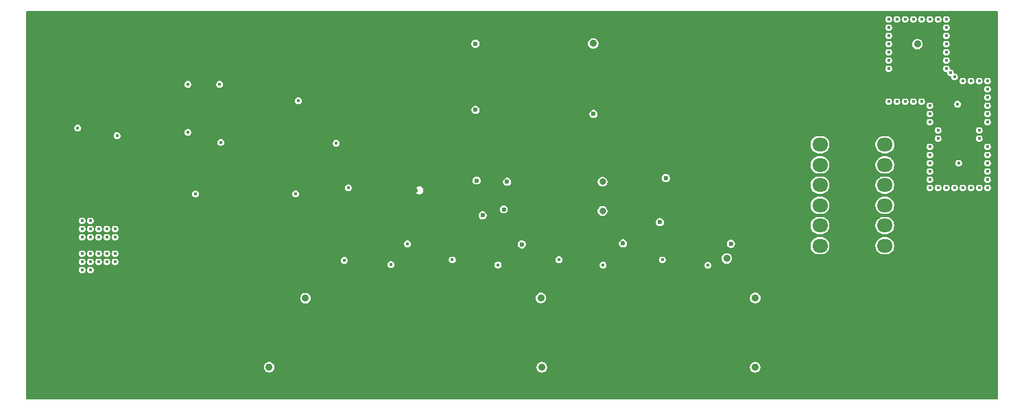
<source format=gbr>
%TF.GenerationSoftware,KiCad,Pcbnew,9.0.6*%
%TF.CreationDate,2025-12-01T22:48:10+01:00*%
%TF.ProjectId,Robobuoy_BMS_S6_V1_0,526f626f-6275-46f7-995f-424d535f5336,rev?*%
%TF.SameCoordinates,Original*%
%TF.FileFunction,Copper,L2,Inr*%
%TF.FilePolarity,Positive*%
%FSLAX46Y46*%
G04 Gerber Fmt 4.6, Leading zero omitted, Abs format (unit mm)*
G04 Created by KiCad (PCBNEW 9.0.6) date 2025-12-01 22:48:10*
%MOMM*%
%LPD*%
G01*
G04 APERTURE LIST*
G04 Aperture macros list*
%AMRoundRect*
0 Rectangle with rounded corners*
0 $1 Rounding radius*
0 $2 $3 $4 $5 $6 $7 $8 $9 X,Y pos of 4 corners*
0 Add a 4 corners polygon primitive as box body*
4,1,4,$2,$3,$4,$5,$6,$7,$8,$9,$2,$3,0*
0 Add four circle primitives for the rounded corners*
1,1,$1+$1,$2,$3*
1,1,$1+$1,$4,$5*
1,1,$1+$1,$6,$7*
1,1,$1+$1,$8,$9*
0 Add four rect primitives between the rounded corners*
20,1,$1+$1,$2,$3,$4,$5,0*
20,1,$1+$1,$4,$5,$6,$7,0*
20,1,$1+$1,$6,$7,$8,$9,0*
20,1,$1+$1,$8,$9,$2,$3,0*%
G04 Aperture macros list end*
%TA.AperFunction,ComponentPad*%
%ADD10RoundRect,0.250000X0.725000X-0.600000X0.725000X0.600000X-0.725000X0.600000X-0.725000X-0.600000X0*%
%TD*%
%TA.AperFunction,ComponentPad*%
%ADD11O,1.950000X1.700000*%
%TD*%
%TA.AperFunction,ViaPad*%
%ADD12C,0.450000*%
%TD*%
%TA.AperFunction,ViaPad*%
%ADD13C,0.900000*%
%TD*%
%TA.AperFunction,ViaPad*%
%ADD14C,0.600000*%
%TD*%
%TA.AperFunction,ViaPad*%
%ADD15C,0.800000*%
%TD*%
G04 APERTURE END LIST*
D10*
%TO.N,VBATT-*%
%TO.C,J102*%
X156000000Y-127500000D03*
D11*
%TO.N,/B1*%
X156000000Y-125000000D03*
%TO.N,/B2*%
X156000000Y-122500000D03*
%TO.N,/B3*%
X156000000Y-120000000D03*
%TO.N,/B4*%
X156000000Y-117500000D03*
%TO.N,/B5*%
X156000000Y-115000000D03*
%TO.N,VBATT+*%
X156000000Y-112500000D03*
%TD*%
D10*
%TO.N,VBATT-*%
%TO.C,J101*%
X148000000Y-127500000D03*
D11*
%TO.N,/B1*%
X148000000Y-125000000D03*
%TO.N,/B2*%
X148000000Y-122500000D03*
%TO.N,/B3*%
X148000000Y-120000000D03*
%TO.N,/B4*%
X148000000Y-117500000D03*
%TO.N,/B5*%
X148000000Y-115000000D03*
%TO.N,VBATT+*%
X148000000Y-112500000D03*
%TD*%
D12*
%TO.N,VBATT-*%
X54356000Y-99060000D03*
X54356000Y-100076000D03*
X163576000Y-121920000D03*
X62992000Y-103632000D03*
X55372000Y-133096000D03*
X64008000Y-100584000D03*
X66548000Y-100584000D03*
X168656000Y-135636000D03*
X53340000Y-99060000D03*
X55880000Y-97536000D03*
X52324000Y-133096000D03*
X54356000Y-133096000D03*
X168656000Y-121920000D03*
X66548000Y-101600000D03*
X58928000Y-97536000D03*
X52324000Y-102108000D03*
X60960000Y-97536000D03*
X75441445Y-104079000D03*
X64008000Y-103632000D03*
X57912000Y-97536000D03*
X66548000Y-98552000D03*
X167640000Y-135636000D03*
X168656000Y-130556000D03*
X168656000Y-128016000D03*
X55880000Y-102616000D03*
X166624000Y-129540000D03*
X166624000Y-128016000D03*
X55372000Y-136144000D03*
X64008000Y-99568000D03*
X53340000Y-133096000D03*
X59944000Y-97536000D03*
X163576000Y-128016000D03*
X55372000Y-102108000D03*
X162560000Y-135636000D03*
X168656000Y-133604000D03*
X66548000Y-97536000D03*
X52324000Y-101092000D03*
X163576000Y-135636000D03*
X62992000Y-97536000D03*
X163576000Y-129540000D03*
X52324000Y-132080000D03*
X64008000Y-102616000D03*
X55372000Y-99060000D03*
X55372000Y-98044000D03*
X168656000Y-129540000D03*
X66548000Y-96520000D03*
X168656000Y-123952000D03*
X54356000Y-102108000D03*
X162560000Y-129540000D03*
X57912000Y-103632000D03*
X53340000Y-132080000D03*
X66548000Y-99568000D03*
X64008000Y-98552000D03*
X164592000Y-121920000D03*
X168656000Y-124968000D03*
X55372000Y-101092000D03*
X54356000Y-136144000D03*
X161544000Y-131572000D03*
X161544000Y-123952000D03*
X168656000Y-122936000D03*
X54356000Y-98044000D03*
X168656000Y-131572000D03*
X165100000Y-124968000D03*
D13*
X80238600Y-121361200D03*
D12*
X55880000Y-103632000D03*
X66548000Y-103632000D03*
X161544000Y-125984000D03*
X168656000Y-127000000D03*
X53340000Y-135128000D03*
X58928000Y-103632000D03*
X52324000Y-136144000D03*
X55372000Y-100076000D03*
X165608000Y-121920000D03*
X54356000Y-132080000D03*
X56896000Y-97536000D03*
X67132200Y-121361200D03*
X167640000Y-129540000D03*
X161544000Y-124968000D03*
X66548000Y-102616000D03*
X53340000Y-101092000D03*
X161544000Y-121920000D03*
X166624000Y-135636000D03*
X161544000Y-122936000D03*
X52324000Y-135128000D03*
X166624000Y-121920000D03*
X54356000Y-135128000D03*
D13*
X59944000Y-99822000D03*
D12*
X168656000Y-125984000D03*
X56896000Y-103632000D03*
X55372000Y-135128000D03*
X165100000Y-131572000D03*
X61976000Y-97536000D03*
X52324000Y-98044000D03*
X161544000Y-128016000D03*
X161544000Y-132588000D03*
X162560000Y-121920000D03*
X167640000Y-128016000D03*
X54356000Y-101092000D03*
X53340000Y-102108000D03*
X161544000Y-129540000D03*
X53340000Y-136144000D03*
X53340000Y-100076000D03*
X53340000Y-98044000D03*
X167640000Y-121920000D03*
X168656000Y-134620000D03*
X162560000Y-128016000D03*
X52324000Y-99060000D03*
X52324000Y-100076000D03*
X161544000Y-127000000D03*
X64008000Y-101600000D03*
X55372000Y-132080000D03*
X60960000Y-103632000D03*
X61976000Y-103632000D03*
X161544000Y-130556000D03*
X59944000Y-103632000D03*
X64008000Y-97536000D03*
X168656000Y-132588000D03*
%TO.N,VBATT+*%
X161544000Y-115824000D03*
X162560000Y-97028000D03*
X156464000Y-103124000D03*
X163576000Y-117856000D03*
X161544000Y-114808000D03*
X161544000Y-112776000D03*
X156464000Y-101092000D03*
X156464000Y-102108000D03*
X166624000Y-104648000D03*
X164084000Y-103632000D03*
X168656000Y-117856000D03*
X159512000Y-107188000D03*
X156464000Y-99060000D03*
X161544000Y-108712000D03*
X157480000Y-97028000D03*
X57912000Y-128016000D03*
X167640000Y-117856000D03*
X160528000Y-107188000D03*
X59944000Y-123952000D03*
X163576000Y-102108000D03*
X158496000Y-107188000D03*
X156464000Y-107188000D03*
X157480000Y-107188000D03*
X163576000Y-97028000D03*
X57912000Y-121920000D03*
X156464000Y-97028000D03*
X161544000Y-113792000D03*
X56896000Y-125984000D03*
X168656000Y-105664000D03*
X163576000Y-100076000D03*
X165000000Y-107500000D03*
X166624000Y-117856000D03*
X161544000Y-116840000D03*
X56896000Y-121920000D03*
X59944000Y-122936000D03*
X57912000Y-123952000D03*
X168656000Y-106680000D03*
X164592000Y-104140000D03*
X163576000Y-103124000D03*
X56896000Y-123952000D03*
X58928000Y-125984000D03*
X60960000Y-127000000D03*
X58928000Y-122936000D03*
X161544000Y-109728000D03*
X167640000Y-110744000D03*
X165000000Y-107500000D03*
X162560000Y-111760000D03*
X156464000Y-98044000D03*
X163576000Y-101092000D03*
X162560000Y-117856000D03*
X165000000Y-107500000D03*
X161544000Y-97028000D03*
X161544000Y-117856000D03*
X168656000Y-107696000D03*
X165608000Y-117856000D03*
X59944000Y-127000000D03*
X163576000Y-98044000D03*
X158496000Y-97028000D03*
X168656000Y-116840000D03*
X165000000Y-107500000D03*
X57912000Y-127000000D03*
X56896000Y-127000000D03*
X161544000Y-107696000D03*
D13*
X160020000Y-100076000D03*
D12*
X165000000Y-107500000D03*
X57912000Y-122936000D03*
X60960000Y-125984000D03*
D13*
X136486064Y-126556336D03*
D12*
X163576000Y-99060000D03*
X57912000Y-125984000D03*
X156464000Y-100076000D03*
X162560000Y-110744000D03*
X58928000Y-127000000D03*
X168656000Y-114808000D03*
X60960000Y-122936000D03*
X56896000Y-122936000D03*
X167640000Y-111760000D03*
X164592000Y-117856000D03*
X168656000Y-113792000D03*
X56896000Y-128016000D03*
X167640000Y-104648000D03*
X168656000Y-104648000D03*
X168656000Y-109728000D03*
X165608000Y-104648000D03*
X160528000Y-97028000D03*
X159512000Y-97028000D03*
X58928000Y-123952000D03*
X168656000Y-108712000D03*
X168656000Y-112776000D03*
X168656000Y-115824000D03*
X59944000Y-125984000D03*
X165100000Y-114808000D03*
X60960000Y-123952000D03*
%TO.N,/Curren-Overcharge-Protection/OC*%
X83616800Y-107086400D03*
X89763600Y-117856000D03*
%TO.N,Net-(Q209-G)*%
X83261200Y-118567200D03*
X70910800Y-118612000D03*
D13*
%TO.N,/B5*%
X140000000Y-140000000D03*
D14*
X128230203Y-122083939D03*
X128981400Y-116636600D03*
D13*
X140004800Y-131445000D03*
D12*
X134169557Y-127426917D03*
X128524000Y-126746000D03*
%TO.N,/B4*%
X115773200Y-126720600D03*
D14*
X137007600Y-124764800D03*
D13*
X120000000Y-99999998D03*
D14*
X120040400Y-108712000D03*
D15*
X121158000Y-117094000D03*
X121158000Y-120700800D03*
D12*
X121234200Y-127381000D03*
D13*
%TO.N,/B3*%
X113665000Y-140000000D03*
X113538000Y-131445000D03*
D14*
X109372400Y-117094000D03*
D12*
X108238000Y-127355600D03*
X102610000Y-126736000D03*
D14*
X108966000Y-120497600D03*
X123672600Y-124714000D03*
%TO.N,/B2*%
X105613200Y-116941600D03*
D12*
X89255600Y-126796800D03*
D14*
X105460800Y-100025200D03*
X111188500Y-124828300D03*
D12*
X95030000Y-127330200D03*
D14*
X106349800Y-121234200D03*
X105460800Y-108204000D03*
D13*
%TO.N,/B1*%
X84480400Y-131470400D03*
D14*
X98044000Y-118160800D03*
D13*
X80000002Y-140000000D03*
D12*
X97078800Y-124764800D03*
%TO.N,Net-(D108-K)*%
X73891073Y-105029000D03*
X69951600Y-110998000D03*
X69951600Y-105029000D03*
%TO.N,/Curren-Overcharge-Protection/Vtrip*%
X74022570Y-112210799D03*
X88290400Y-112318800D03*
%TO.N,Net-(Q205-G)*%
X56362600Y-110439200D03*
X61214000Y-111404400D03*
%TD*%
%TA.AperFunction,Conductor*%
%TO.N,VBATT-*%
G36*
X169967826Y-96032174D02*
G01*
X169989500Y-96084500D01*
X169989500Y-143915500D01*
X169967826Y-143967826D01*
X169915500Y-143989500D01*
X50084500Y-143989500D01*
X50032174Y-143967826D01*
X50010500Y-143915500D01*
X50010500Y-139935932D01*
X79349502Y-139935932D01*
X79349502Y-140064067D01*
X79374499Y-140189739D01*
X79374500Y-140189742D01*
X79374501Y-140189744D01*
X79423537Y-140308127D01*
X79494726Y-140414669D01*
X79585333Y-140505276D01*
X79691875Y-140576465D01*
X79810258Y-140625501D01*
X79810260Y-140625501D01*
X79810262Y-140625502D01*
X79852905Y-140633984D01*
X79935933Y-140650500D01*
X79935935Y-140650500D01*
X80064069Y-140650500D01*
X80064071Y-140650500D01*
X80189746Y-140625501D01*
X80308129Y-140576465D01*
X80414671Y-140505276D01*
X80505278Y-140414669D01*
X80576467Y-140308127D01*
X80625503Y-140189744D01*
X80650502Y-140064069D01*
X80650502Y-139935932D01*
X113014500Y-139935932D01*
X113014500Y-140064067D01*
X113039497Y-140189739D01*
X113039498Y-140189742D01*
X113039499Y-140189744D01*
X113088535Y-140308127D01*
X113159724Y-140414669D01*
X113250331Y-140505276D01*
X113356873Y-140576465D01*
X113475256Y-140625501D01*
X113475258Y-140625501D01*
X113475260Y-140625502D01*
X113517903Y-140633984D01*
X113600931Y-140650500D01*
X113600933Y-140650500D01*
X113729067Y-140650500D01*
X113729069Y-140650500D01*
X113854744Y-140625501D01*
X113973127Y-140576465D01*
X114079669Y-140505276D01*
X114170276Y-140414669D01*
X114241465Y-140308127D01*
X114290501Y-140189744D01*
X114315500Y-140064069D01*
X114315500Y-139935932D01*
X139349500Y-139935932D01*
X139349500Y-140064067D01*
X139374497Y-140189739D01*
X139374498Y-140189742D01*
X139374499Y-140189744D01*
X139423535Y-140308127D01*
X139494724Y-140414669D01*
X139585331Y-140505276D01*
X139691873Y-140576465D01*
X139810256Y-140625501D01*
X139810258Y-140625501D01*
X139810260Y-140625502D01*
X139852903Y-140633984D01*
X139935931Y-140650500D01*
X139935933Y-140650500D01*
X140064067Y-140650500D01*
X140064069Y-140650500D01*
X140189744Y-140625501D01*
X140308127Y-140576465D01*
X140414669Y-140505276D01*
X140505276Y-140414669D01*
X140576465Y-140308127D01*
X140625501Y-140189744D01*
X140650500Y-140064069D01*
X140650500Y-139935931D01*
X140625501Y-139810256D01*
X140576465Y-139691873D01*
X140505276Y-139585331D01*
X140414669Y-139494724D01*
X140308127Y-139423535D01*
X140308124Y-139423533D01*
X140308123Y-139423533D01*
X140189742Y-139374498D01*
X140189739Y-139374497D01*
X140099696Y-139356586D01*
X140064069Y-139349500D01*
X139935931Y-139349500D01*
X139904726Y-139355707D01*
X139810260Y-139374497D01*
X139810257Y-139374498D01*
X139691876Y-139423533D01*
X139585331Y-139494723D01*
X139585330Y-139494725D01*
X139494725Y-139585330D01*
X139494723Y-139585331D01*
X139423533Y-139691876D01*
X139374498Y-139810257D01*
X139374497Y-139810260D01*
X139349500Y-139935932D01*
X114315500Y-139935932D01*
X114315500Y-139935931D01*
X114290501Y-139810256D01*
X114241465Y-139691873D01*
X114170276Y-139585331D01*
X114079669Y-139494724D01*
X113973127Y-139423535D01*
X113973124Y-139423533D01*
X113973123Y-139423533D01*
X113854742Y-139374498D01*
X113854739Y-139374497D01*
X113764696Y-139356586D01*
X113729069Y-139349500D01*
X113600931Y-139349500D01*
X113569726Y-139355707D01*
X113475260Y-139374497D01*
X113475257Y-139374498D01*
X113356876Y-139423533D01*
X113250331Y-139494723D01*
X113250330Y-139494725D01*
X113159725Y-139585330D01*
X113159723Y-139585331D01*
X113088533Y-139691876D01*
X113039498Y-139810257D01*
X113039497Y-139810260D01*
X113014500Y-139935932D01*
X80650502Y-139935932D01*
X80650502Y-139935931D01*
X80625503Y-139810256D01*
X80576467Y-139691873D01*
X80505278Y-139585331D01*
X80414671Y-139494724D01*
X80308129Y-139423535D01*
X80308126Y-139423533D01*
X80308125Y-139423533D01*
X80189744Y-139374498D01*
X80189741Y-139374497D01*
X80099698Y-139356586D01*
X80064071Y-139349500D01*
X79935933Y-139349500D01*
X79904728Y-139355707D01*
X79810262Y-139374497D01*
X79810259Y-139374498D01*
X79691878Y-139423533D01*
X79585333Y-139494723D01*
X79585332Y-139494725D01*
X79494727Y-139585330D01*
X79494725Y-139585331D01*
X79423535Y-139691876D01*
X79374500Y-139810257D01*
X79374499Y-139810260D01*
X79349502Y-139935932D01*
X50010500Y-139935932D01*
X50010500Y-131406332D01*
X83829900Y-131406332D01*
X83829900Y-131534467D01*
X83854897Y-131660139D01*
X83854898Y-131660142D01*
X83854899Y-131660144D01*
X83903935Y-131778527D01*
X83975124Y-131885069D01*
X84065731Y-131975676D01*
X84172273Y-132046865D01*
X84290656Y-132095901D01*
X84290658Y-132095901D01*
X84290660Y-132095902D01*
X84333303Y-132104384D01*
X84416331Y-132120900D01*
X84416333Y-132120900D01*
X84544467Y-132120900D01*
X84544469Y-132120900D01*
X84670144Y-132095901D01*
X84788527Y-132046865D01*
X84895069Y-131975676D01*
X84985676Y-131885069D01*
X85056865Y-131778527D01*
X85105901Y-131660144D01*
X85130900Y-131534469D01*
X85130900Y-131406331D01*
X85125848Y-131380932D01*
X112887500Y-131380932D01*
X112887500Y-131509067D01*
X112912497Y-131634739D01*
X112912498Y-131634742D01*
X112912499Y-131634744D01*
X112961535Y-131753127D01*
X113032724Y-131859669D01*
X113123331Y-131950276D01*
X113229873Y-132021465D01*
X113348256Y-132070501D01*
X113348258Y-132070501D01*
X113348260Y-132070502D01*
X113390903Y-132078984D01*
X113473931Y-132095500D01*
X113473933Y-132095500D01*
X113602067Y-132095500D01*
X113602069Y-132095500D01*
X113727744Y-132070501D01*
X113846127Y-132021465D01*
X113952669Y-131950276D01*
X114043276Y-131859669D01*
X114114465Y-131753127D01*
X114163501Y-131634744D01*
X114188500Y-131509069D01*
X114188500Y-131380932D01*
X139354300Y-131380932D01*
X139354300Y-131509067D01*
X139379297Y-131634739D01*
X139379298Y-131634742D01*
X139379299Y-131634744D01*
X139428335Y-131753127D01*
X139499524Y-131859669D01*
X139590131Y-131950276D01*
X139696673Y-132021465D01*
X139815056Y-132070501D01*
X139815058Y-132070501D01*
X139815060Y-132070502D01*
X139857703Y-132078984D01*
X139940731Y-132095500D01*
X139940733Y-132095500D01*
X140068867Y-132095500D01*
X140068869Y-132095500D01*
X140194544Y-132070501D01*
X140312927Y-132021465D01*
X140419469Y-131950276D01*
X140510076Y-131859669D01*
X140581265Y-131753127D01*
X140630301Y-131634744D01*
X140655300Y-131509069D01*
X140655300Y-131380931D01*
X140630301Y-131255256D01*
X140581265Y-131136873D01*
X140510076Y-131030331D01*
X140419469Y-130939724D01*
X140312927Y-130868535D01*
X140312924Y-130868533D01*
X140312923Y-130868533D01*
X140194542Y-130819498D01*
X140194539Y-130819497D01*
X140104496Y-130801586D01*
X140068869Y-130794500D01*
X139940731Y-130794500D01*
X139909526Y-130800707D01*
X139815060Y-130819497D01*
X139815057Y-130819498D01*
X139696676Y-130868533D01*
X139590131Y-130939723D01*
X139590130Y-130939725D01*
X139499525Y-131030330D01*
X139499523Y-131030331D01*
X139428333Y-131136876D01*
X139379298Y-131255257D01*
X139379297Y-131255260D01*
X139354300Y-131380932D01*
X114188500Y-131380932D01*
X114188500Y-131380931D01*
X114163501Y-131255256D01*
X114114465Y-131136873D01*
X114043276Y-131030331D01*
X113952669Y-130939724D01*
X113846127Y-130868535D01*
X113846124Y-130868533D01*
X113846123Y-130868533D01*
X113727742Y-130819498D01*
X113727739Y-130819497D01*
X113637696Y-130801586D01*
X113602069Y-130794500D01*
X113473931Y-130794500D01*
X113442726Y-130800707D01*
X113348260Y-130819497D01*
X113348257Y-130819498D01*
X113229876Y-130868533D01*
X113123331Y-130939723D01*
X113123330Y-130939725D01*
X113032725Y-131030330D01*
X113032723Y-131030331D01*
X112961533Y-131136876D01*
X112912498Y-131255257D01*
X112912497Y-131255260D01*
X112887500Y-131380932D01*
X85125848Y-131380932D01*
X85105901Y-131280656D01*
X85056865Y-131162273D01*
X84985676Y-131055731D01*
X84895069Y-130965124D01*
X84788527Y-130893935D01*
X84788524Y-130893933D01*
X84788523Y-130893933D01*
X84670142Y-130844898D01*
X84670139Y-130844897D01*
X84580096Y-130826986D01*
X84544469Y-130819900D01*
X84416331Y-130819900D01*
X84385126Y-130826107D01*
X84290660Y-130844897D01*
X84290657Y-130844898D01*
X84172276Y-130893933D01*
X84065731Y-130965123D01*
X84065730Y-130965125D01*
X83975125Y-131055730D01*
X83975123Y-131055731D01*
X83903933Y-131162276D01*
X83854898Y-131280657D01*
X83854897Y-131280660D01*
X83829900Y-131406332D01*
X50010500Y-131406332D01*
X50010500Y-127959979D01*
X56470500Y-127959979D01*
X56470500Y-128072020D01*
X56499495Y-128180232D01*
X56499496Y-128180235D01*
X56499497Y-128180237D01*
X56555515Y-128277263D01*
X56634737Y-128356485D01*
X56731763Y-128412503D01*
X56839979Y-128441499D01*
X56839980Y-128441500D01*
X56839982Y-128441500D01*
X56952020Y-128441500D01*
X56952020Y-128441499D01*
X57060237Y-128412503D01*
X57157263Y-128356485D01*
X57236485Y-128277263D01*
X57292503Y-128180237D01*
X57321499Y-128072020D01*
X57321500Y-128072020D01*
X57321500Y-127959980D01*
X57321499Y-127959979D01*
X57486500Y-127959979D01*
X57486500Y-128072020D01*
X57515495Y-128180232D01*
X57515496Y-128180235D01*
X57515497Y-128180237D01*
X57571515Y-128277263D01*
X57650737Y-128356485D01*
X57747763Y-128412503D01*
X57855979Y-128441499D01*
X57855980Y-128441500D01*
X57855982Y-128441500D01*
X57968020Y-128441500D01*
X57968020Y-128441499D01*
X58076237Y-128412503D01*
X58173263Y-128356485D01*
X58252485Y-128277263D01*
X58308503Y-128180237D01*
X58337499Y-128072020D01*
X58337500Y-128072020D01*
X58337500Y-127959980D01*
X58337499Y-127959979D01*
X58308504Y-127851767D01*
X58308503Y-127851763D01*
X58252485Y-127754737D01*
X58173263Y-127675515D01*
X58164897Y-127670685D01*
X58076241Y-127619499D01*
X58076232Y-127619495D01*
X57968020Y-127590500D01*
X57968018Y-127590500D01*
X57855982Y-127590500D01*
X57855980Y-127590500D01*
X57747767Y-127619495D01*
X57747758Y-127619499D01*
X57650736Y-127675515D01*
X57571515Y-127754736D01*
X57515499Y-127851758D01*
X57515495Y-127851767D01*
X57486500Y-127959979D01*
X57321499Y-127959979D01*
X57292504Y-127851767D01*
X57292503Y-127851763D01*
X57236485Y-127754737D01*
X57157263Y-127675515D01*
X57148897Y-127670685D01*
X57060241Y-127619499D01*
X57060232Y-127619495D01*
X56952020Y-127590500D01*
X56952018Y-127590500D01*
X56839982Y-127590500D01*
X56839980Y-127590500D01*
X56731767Y-127619495D01*
X56731758Y-127619499D01*
X56634736Y-127675515D01*
X56555515Y-127754736D01*
X56499499Y-127851758D01*
X56499495Y-127851767D01*
X56470500Y-127959979D01*
X50010500Y-127959979D01*
X50010500Y-126943979D01*
X56470500Y-126943979D01*
X56470500Y-127056020D01*
X56499495Y-127164232D01*
X56499499Y-127164241D01*
X56529820Y-127216758D01*
X56555515Y-127261263D01*
X56634737Y-127340485D01*
X56731763Y-127396503D01*
X56839979Y-127425499D01*
X56839980Y-127425500D01*
X56839982Y-127425500D01*
X56952020Y-127425500D01*
X56952020Y-127425499D01*
X57060237Y-127396503D01*
X57157263Y-127340485D01*
X57236485Y-127261263D01*
X57292503Y-127164237D01*
X57321499Y-127056020D01*
X57321500Y-127056020D01*
X57321500Y-126943980D01*
X57321499Y-126943979D01*
X57486500Y-126943979D01*
X57486500Y-127056020D01*
X57515495Y-127164232D01*
X57515499Y-127164241D01*
X57545820Y-127216758D01*
X57571515Y-127261263D01*
X57650737Y-127340485D01*
X57747763Y-127396503D01*
X57855979Y-127425499D01*
X57855980Y-127425500D01*
X57855982Y-127425500D01*
X57968020Y-127425500D01*
X57968020Y-127425499D01*
X58076237Y-127396503D01*
X58173263Y-127340485D01*
X58252485Y-127261263D01*
X58308503Y-127164237D01*
X58337499Y-127056020D01*
X58337500Y-127056020D01*
X58337500Y-126943980D01*
X58337499Y-126943979D01*
X58502500Y-126943979D01*
X58502500Y-127056020D01*
X58531495Y-127164232D01*
X58531499Y-127164241D01*
X58561820Y-127216758D01*
X58587515Y-127261263D01*
X58666737Y-127340485D01*
X58763763Y-127396503D01*
X58871979Y-127425499D01*
X58871980Y-127425500D01*
X58871982Y-127425500D01*
X58984020Y-127425500D01*
X58984020Y-127425499D01*
X59092237Y-127396503D01*
X59189263Y-127340485D01*
X59268485Y-127261263D01*
X59324503Y-127164237D01*
X59353499Y-127056020D01*
X59353500Y-127056020D01*
X59353500Y-126943980D01*
X59353499Y-126943979D01*
X59518500Y-126943979D01*
X59518500Y-127056020D01*
X59547495Y-127164232D01*
X59547499Y-127164241D01*
X59577820Y-127216758D01*
X59603515Y-127261263D01*
X59682737Y-127340485D01*
X59779763Y-127396503D01*
X59887979Y-127425499D01*
X59887980Y-127425500D01*
X59887982Y-127425500D01*
X60000020Y-127425500D01*
X60000020Y-127425499D01*
X60108237Y-127396503D01*
X60205263Y-127340485D01*
X60284485Y-127261263D01*
X60340503Y-127164237D01*
X60369499Y-127056020D01*
X60369500Y-127056020D01*
X60369500Y-126943980D01*
X60369499Y-126943979D01*
X60534500Y-126943979D01*
X60534500Y-127056020D01*
X60563495Y-127164232D01*
X60563499Y-127164241D01*
X60593820Y-127216758D01*
X60619515Y-127261263D01*
X60698737Y-127340485D01*
X60795763Y-127396503D01*
X60903979Y-127425499D01*
X60903980Y-127425500D01*
X60903982Y-127425500D01*
X61016020Y-127425500D01*
X61016020Y-127425499D01*
X61124237Y-127396503D01*
X61221263Y-127340485D01*
X61287569Y-127274179D01*
X94604500Y-127274179D01*
X94604500Y-127386220D01*
X94633495Y-127494432D01*
X94633499Y-127494441D01*
X94662826Y-127545237D01*
X94689515Y-127591463D01*
X94768737Y-127670685D01*
X94865763Y-127726703D01*
X94973979Y-127755699D01*
X94973980Y-127755700D01*
X94973982Y-127755700D01*
X95086020Y-127755700D01*
X95086020Y-127755699D01*
X95194237Y-127726703D01*
X95291263Y-127670685D01*
X95370485Y-127591463D01*
X95426503Y-127494437D01*
X95455499Y-127386220D01*
X95455500Y-127386220D01*
X95455500Y-127299579D01*
X107812500Y-127299579D01*
X107812500Y-127411620D01*
X107841495Y-127519832D01*
X107841499Y-127519841D01*
X107856164Y-127545241D01*
X107897515Y-127616863D01*
X107976737Y-127696085D01*
X108073763Y-127752103D01*
X108181979Y-127781099D01*
X108181980Y-127781100D01*
X108181982Y-127781100D01*
X108294020Y-127781100D01*
X108294020Y-127781099D01*
X108402237Y-127752103D01*
X108499263Y-127696085D01*
X108578485Y-127616863D01*
X108634503Y-127519837D01*
X108663499Y-127411620D01*
X108663500Y-127411620D01*
X108663500Y-127324979D01*
X120808700Y-127324979D01*
X120808700Y-127437020D01*
X120837695Y-127545232D01*
X120837699Y-127545241D01*
X120879050Y-127616863D01*
X120893715Y-127642263D01*
X120972937Y-127721485D01*
X121069963Y-127777503D01*
X121178179Y-127806499D01*
X121178180Y-127806500D01*
X121178182Y-127806500D01*
X121290220Y-127806500D01*
X121290220Y-127806499D01*
X121398437Y-127777503D01*
X121495463Y-127721485D01*
X121574685Y-127642263D01*
X121630703Y-127545237D01*
X121659699Y-127437020D01*
X121659700Y-127437020D01*
X121659700Y-127370896D01*
X133744057Y-127370896D01*
X133744057Y-127482937D01*
X133773052Y-127591149D01*
X133773056Y-127591158D01*
X133789418Y-127619497D01*
X133829072Y-127688180D01*
X133908294Y-127767402D01*
X134005320Y-127823420D01*
X134113536Y-127852416D01*
X134113537Y-127852417D01*
X134113539Y-127852417D01*
X134225577Y-127852417D01*
X134225577Y-127852416D01*
X134333794Y-127823420D01*
X134430820Y-127767402D01*
X134510042Y-127688180D01*
X134566060Y-127591154D01*
X134595056Y-127482937D01*
X134595057Y-127482937D01*
X134595057Y-127370897D01*
X134595056Y-127370896D01*
X134586907Y-127340485D01*
X134566060Y-127262680D01*
X134510042Y-127165654D01*
X134430820Y-127086432D01*
X134386916Y-127061084D01*
X134333798Y-127030416D01*
X134333789Y-127030412D01*
X134225577Y-127001417D01*
X134225575Y-127001417D01*
X134113539Y-127001417D01*
X134113537Y-127001417D01*
X134005324Y-127030412D01*
X134005315Y-127030416D01*
X133908293Y-127086432D01*
X133829072Y-127165653D01*
X133773056Y-127262675D01*
X133773052Y-127262684D01*
X133744057Y-127370896D01*
X121659700Y-127370896D01*
X121659700Y-127324980D01*
X121659699Y-127324979D01*
X121652893Y-127299580D01*
X121630703Y-127216763D01*
X121574685Y-127119737D01*
X121495463Y-127040515D01*
X121437869Y-127007263D01*
X121398441Y-126984499D01*
X121398432Y-126984495D01*
X121290220Y-126955500D01*
X121290218Y-126955500D01*
X121178182Y-126955500D01*
X121178180Y-126955500D01*
X121069967Y-126984495D01*
X121069958Y-126984499D01*
X120972936Y-127040515D01*
X120893715Y-127119736D01*
X120837699Y-127216758D01*
X120837695Y-127216767D01*
X120808700Y-127324979D01*
X108663500Y-127324979D01*
X108663500Y-127299580D01*
X108663499Y-127299579D01*
X108656693Y-127274180D01*
X108634503Y-127191363D01*
X108578485Y-127094337D01*
X108499263Y-127015115D01*
X108485663Y-127007263D01*
X108402241Y-126959099D01*
X108402232Y-126959095D01*
X108294020Y-126930100D01*
X108294018Y-126930100D01*
X108181982Y-126930100D01*
X108181980Y-126930100D01*
X108073767Y-126959095D01*
X108073758Y-126959099D01*
X107976736Y-127015115D01*
X107897515Y-127094336D01*
X107841499Y-127191358D01*
X107841495Y-127191367D01*
X107812500Y-127299579D01*
X95455500Y-127299579D01*
X95455500Y-127274180D01*
X95455499Y-127274179D01*
X95433307Y-127191358D01*
X95426503Y-127165963D01*
X95370485Y-127068937D01*
X95291263Y-126989715D01*
X95258858Y-126971006D01*
X95194241Y-126933699D01*
X95194232Y-126933695D01*
X95086020Y-126904700D01*
X95086018Y-126904700D01*
X94973982Y-126904700D01*
X94973980Y-126904700D01*
X94865767Y-126933695D01*
X94865758Y-126933699D01*
X94768736Y-126989715D01*
X94689515Y-127068936D01*
X94633499Y-127165958D01*
X94633495Y-127165967D01*
X94604500Y-127274179D01*
X61287569Y-127274179D01*
X61300485Y-127261263D01*
X61356503Y-127164237D01*
X61385499Y-127056020D01*
X61385500Y-127056020D01*
X61385500Y-126943980D01*
X61385499Y-126943979D01*
X61382743Y-126933695D01*
X61356503Y-126835763D01*
X61301664Y-126740779D01*
X88830100Y-126740779D01*
X88830100Y-126852820D01*
X88859095Y-126961032D01*
X88859099Y-126961041D01*
X88890319Y-127015115D01*
X88915115Y-127058063D01*
X88994337Y-127137285D01*
X89091363Y-127193303D01*
X89199579Y-127222299D01*
X89199580Y-127222300D01*
X89199582Y-127222300D01*
X89311620Y-127222300D01*
X89311620Y-127222299D01*
X89377224Y-127204721D01*
X89402853Y-127197854D01*
X89408761Y-127196270D01*
X89419837Y-127193303D01*
X89516863Y-127137285D01*
X89596085Y-127058063D01*
X89652103Y-126961037D01*
X89681099Y-126852820D01*
X89681100Y-126852820D01*
X89681100Y-126740782D01*
X89668641Y-126694284D01*
X89668641Y-126694282D01*
X89664808Y-126679979D01*
X102184500Y-126679979D01*
X102184500Y-126792020D01*
X102213495Y-126900232D01*
X102213499Y-126900241D01*
X102260624Y-126981863D01*
X102269515Y-126997263D01*
X102348737Y-127076485D01*
X102445763Y-127132503D01*
X102553979Y-127161499D01*
X102553980Y-127161500D01*
X102553982Y-127161500D01*
X102666020Y-127161500D01*
X102666020Y-127161499D01*
X102774237Y-127132503D01*
X102871263Y-127076485D01*
X102950485Y-126997263D01*
X103006503Y-126900237D01*
X103035499Y-126792020D01*
X103035500Y-126792020D01*
X103035500Y-126679980D01*
X103035499Y-126679976D01*
X103035206Y-126678881D01*
X103031374Y-126664579D01*
X115347700Y-126664579D01*
X115347700Y-126776620D01*
X115376695Y-126884832D01*
X115376699Y-126884841D01*
X115404905Y-126933695D01*
X115432715Y-126981863D01*
X115511937Y-127061085D01*
X115608963Y-127117103D01*
X115717179Y-127146099D01*
X115717180Y-127146100D01*
X115717182Y-127146100D01*
X115829220Y-127146100D01*
X115829220Y-127146099D01*
X115937437Y-127117103D01*
X116034463Y-127061085D01*
X116113685Y-126981863D01*
X116169703Y-126884837D01*
X116198699Y-126776620D01*
X116198700Y-126776620D01*
X116198700Y-126689979D01*
X128098500Y-126689979D01*
X128098500Y-126802020D01*
X128127495Y-126910232D01*
X128127499Y-126910241D01*
X128156826Y-126961037D01*
X128183515Y-127007263D01*
X128262737Y-127086485D01*
X128359763Y-127142503D01*
X128467979Y-127171499D01*
X128467980Y-127171500D01*
X128467982Y-127171500D01*
X128580020Y-127171500D01*
X128580020Y-127171499D01*
X128688237Y-127142503D01*
X128785263Y-127086485D01*
X128864485Y-127007263D01*
X128920503Y-126910237D01*
X128949499Y-126802020D01*
X128949500Y-126802020D01*
X128949500Y-126689980D01*
X128949499Y-126689979D01*
X128946820Y-126679982D01*
X128920503Y-126581763D01*
X128905835Y-126556358D01*
X128888096Y-126525632D01*
X128868832Y-126492267D01*
X135835564Y-126492267D01*
X135835564Y-126620405D01*
X135842650Y-126656032D01*
X135860561Y-126746075D01*
X135860562Y-126746078D01*
X135897712Y-126835767D01*
X135909599Y-126864463D01*
X135940181Y-126910232D01*
X135974127Y-126961037D01*
X135980788Y-126971005D01*
X136071395Y-127061612D01*
X136177937Y-127132801D01*
X136296320Y-127181837D01*
X136296322Y-127181837D01*
X136296324Y-127181838D01*
X136338967Y-127190320D01*
X136421995Y-127206836D01*
X136421997Y-127206836D01*
X136550131Y-127206836D01*
X136550133Y-127206836D01*
X136675808Y-127181837D01*
X136794191Y-127132801D01*
X136900733Y-127061612D01*
X136991340Y-126971005D01*
X137062529Y-126864463D01*
X137111565Y-126746080D01*
X137136564Y-126620405D01*
X137136564Y-126492267D01*
X137120100Y-126409499D01*
X137111566Y-126366596D01*
X137111565Y-126366593D01*
X137104484Y-126349499D01*
X137062529Y-126248209D01*
X136991340Y-126141667D01*
X136900733Y-126051060D01*
X136884210Y-126040020D01*
X136839478Y-126010131D01*
X136794191Y-125979871D01*
X136794188Y-125979869D01*
X136794187Y-125979869D01*
X136675806Y-125930834D01*
X136675803Y-125930833D01*
X136585760Y-125912922D01*
X136550133Y-125905836D01*
X136421995Y-125905836D01*
X136390790Y-125912043D01*
X136296324Y-125930833D01*
X136296321Y-125930834D01*
X136177940Y-125979869D01*
X136071395Y-126051059D01*
X136071394Y-126051061D01*
X135980789Y-126141666D01*
X135980787Y-126141667D01*
X135909597Y-126248212D01*
X135860562Y-126366593D01*
X135860561Y-126366596D01*
X135842114Y-126459337D01*
X135835564Y-126492267D01*
X128868832Y-126492267D01*
X128864484Y-126484736D01*
X128785263Y-126405515D01*
X128688241Y-126349499D01*
X128688232Y-126349495D01*
X128580020Y-126320500D01*
X128580018Y-126320500D01*
X128467982Y-126320500D01*
X128467980Y-126320500D01*
X128359767Y-126349495D01*
X128359758Y-126349499D01*
X128262736Y-126405515D01*
X128183515Y-126484736D01*
X128127499Y-126581758D01*
X128127495Y-126581767D01*
X128098500Y-126689979D01*
X116198700Y-126689979D01*
X116198700Y-126664580D01*
X116198699Y-126664579D01*
X116190120Y-126632563D01*
X116169703Y-126556363D01*
X116113685Y-126459337D01*
X116034463Y-126380115D01*
X116019195Y-126371300D01*
X115937441Y-126324099D01*
X115937432Y-126324095D01*
X115829220Y-126295100D01*
X115829218Y-126295100D01*
X115717182Y-126295100D01*
X115717180Y-126295100D01*
X115608967Y-126324095D01*
X115608958Y-126324099D01*
X115511936Y-126380115D01*
X115432715Y-126459336D01*
X115376699Y-126556358D01*
X115376695Y-126556367D01*
X115347700Y-126664579D01*
X103031374Y-126664579D01*
X103006504Y-126571767D01*
X103006503Y-126571763D01*
X102950485Y-126474737D01*
X102871263Y-126395515D01*
X102845263Y-126380504D01*
X102774241Y-126339499D01*
X102774232Y-126339495D01*
X102666020Y-126310500D01*
X102666018Y-126310500D01*
X102553982Y-126310500D01*
X102553980Y-126310500D01*
X102445767Y-126339495D01*
X102445758Y-126339499D01*
X102348736Y-126395515D01*
X102269515Y-126474736D01*
X102213499Y-126571758D01*
X102213495Y-126571767D01*
X102184500Y-126679979D01*
X89664808Y-126679979D01*
X89652104Y-126632567D01*
X89652103Y-126632563D01*
X89596085Y-126535537D01*
X89516863Y-126456315D01*
X89419841Y-126400299D01*
X89419832Y-126400295D01*
X89311620Y-126371300D01*
X89311618Y-126371300D01*
X89199582Y-126371300D01*
X89199580Y-126371300D01*
X89091367Y-126400295D01*
X89091358Y-126400299D01*
X88994336Y-126456315D01*
X88915115Y-126535536D01*
X88859099Y-126632558D01*
X88859095Y-126632567D01*
X88830100Y-126740779D01*
X61301664Y-126740779D01*
X61300485Y-126738737D01*
X61221263Y-126659515D01*
X61153519Y-126620403D01*
X61124241Y-126603499D01*
X61124232Y-126603495D01*
X61016020Y-126574500D01*
X61016018Y-126574500D01*
X60903982Y-126574500D01*
X60903980Y-126574500D01*
X60795767Y-126603495D01*
X60795758Y-126603499D01*
X60698736Y-126659515D01*
X60619515Y-126738736D01*
X60563499Y-126835758D01*
X60563495Y-126835767D01*
X60534500Y-126943979D01*
X60369499Y-126943979D01*
X60366743Y-126933695D01*
X60340503Y-126835763D01*
X60284485Y-126738737D01*
X60205263Y-126659515D01*
X60137519Y-126620403D01*
X60108241Y-126603499D01*
X60108232Y-126603495D01*
X60000020Y-126574500D01*
X60000018Y-126574500D01*
X59887982Y-126574500D01*
X59887980Y-126574500D01*
X59779767Y-126603495D01*
X59779758Y-126603499D01*
X59682736Y-126659515D01*
X59603515Y-126738736D01*
X59547499Y-126835758D01*
X59547495Y-126835767D01*
X59518500Y-126943979D01*
X59353499Y-126943979D01*
X59350743Y-126933695D01*
X59324503Y-126835763D01*
X59268485Y-126738737D01*
X59189263Y-126659515D01*
X59121519Y-126620403D01*
X59092241Y-126603499D01*
X59092232Y-126603495D01*
X58984020Y-126574500D01*
X58984018Y-126574500D01*
X58871982Y-126574500D01*
X58871980Y-126574500D01*
X58763767Y-126603495D01*
X58763758Y-126603499D01*
X58666736Y-126659515D01*
X58587515Y-126738736D01*
X58531499Y-126835758D01*
X58531495Y-126835767D01*
X58502500Y-126943979D01*
X58337499Y-126943979D01*
X58334743Y-126933695D01*
X58308503Y-126835763D01*
X58252485Y-126738737D01*
X58173263Y-126659515D01*
X58105519Y-126620403D01*
X58076241Y-126603499D01*
X58076232Y-126603495D01*
X57968020Y-126574500D01*
X57968018Y-126574500D01*
X57855982Y-126574500D01*
X57855980Y-126574500D01*
X57747767Y-126603495D01*
X57747758Y-126603499D01*
X57650736Y-126659515D01*
X57571515Y-126738736D01*
X57515499Y-126835758D01*
X57515495Y-126835767D01*
X57486500Y-126943979D01*
X57321499Y-126943979D01*
X57318743Y-126933695D01*
X57292503Y-126835763D01*
X57236485Y-126738737D01*
X57157263Y-126659515D01*
X57089519Y-126620403D01*
X57060241Y-126603499D01*
X57060232Y-126603495D01*
X56952020Y-126574500D01*
X56952018Y-126574500D01*
X56839982Y-126574500D01*
X56839980Y-126574500D01*
X56731767Y-126603495D01*
X56731758Y-126603499D01*
X56634736Y-126659515D01*
X56555515Y-126738736D01*
X56499499Y-126835758D01*
X56499495Y-126835767D01*
X56470500Y-126943979D01*
X50010500Y-126943979D01*
X50010500Y-125927979D01*
X56470500Y-125927979D01*
X56470500Y-126040020D01*
X56499495Y-126148232D01*
X56499496Y-126148235D01*
X56499497Y-126148237D01*
X56555515Y-126245263D01*
X56634737Y-126324485D01*
X56731763Y-126380503D01*
X56839979Y-126409499D01*
X56839980Y-126409500D01*
X56839982Y-126409500D01*
X56952020Y-126409500D01*
X56952020Y-126409499D01*
X57060237Y-126380503D01*
X57157263Y-126324485D01*
X57236485Y-126245263D01*
X57292503Y-126148237D01*
X57321499Y-126040020D01*
X57321500Y-126040020D01*
X57321500Y-125927980D01*
X57321499Y-125927979D01*
X57486500Y-125927979D01*
X57486500Y-126040020D01*
X57515495Y-126148232D01*
X57515496Y-126148235D01*
X57515497Y-126148237D01*
X57571515Y-126245263D01*
X57650737Y-126324485D01*
X57747763Y-126380503D01*
X57855979Y-126409499D01*
X57855980Y-126409500D01*
X57855982Y-126409500D01*
X57968020Y-126409500D01*
X57968020Y-126409499D01*
X58076237Y-126380503D01*
X58173263Y-126324485D01*
X58252485Y-126245263D01*
X58308503Y-126148237D01*
X58337499Y-126040020D01*
X58337500Y-126040020D01*
X58337500Y-125927980D01*
X58337499Y-125927979D01*
X58502500Y-125927979D01*
X58502500Y-126040020D01*
X58531495Y-126148232D01*
X58531496Y-126148235D01*
X58531497Y-126148237D01*
X58587515Y-126245263D01*
X58666737Y-126324485D01*
X58763763Y-126380503D01*
X58871979Y-126409499D01*
X58871980Y-126409500D01*
X58871982Y-126409500D01*
X58984020Y-126409500D01*
X58984020Y-126409499D01*
X59092237Y-126380503D01*
X59189263Y-126324485D01*
X59268485Y-126245263D01*
X59324503Y-126148237D01*
X59353499Y-126040020D01*
X59353500Y-126040020D01*
X59353500Y-125927980D01*
X59353499Y-125927979D01*
X59518500Y-125927979D01*
X59518500Y-126040020D01*
X59547495Y-126148232D01*
X59547496Y-126148235D01*
X59547497Y-126148237D01*
X59603515Y-126245263D01*
X59682737Y-126324485D01*
X59779763Y-126380503D01*
X59887979Y-126409499D01*
X59887980Y-126409500D01*
X59887982Y-126409500D01*
X60000020Y-126409500D01*
X60000020Y-126409499D01*
X60108237Y-126380503D01*
X60205263Y-126324485D01*
X60284485Y-126245263D01*
X60340503Y-126148237D01*
X60369499Y-126040020D01*
X60369500Y-126040020D01*
X60369500Y-125927980D01*
X60369499Y-125927979D01*
X60534500Y-125927979D01*
X60534500Y-126040020D01*
X60563495Y-126148232D01*
X60563496Y-126148235D01*
X60563497Y-126148237D01*
X60619515Y-126245263D01*
X60698737Y-126324485D01*
X60795763Y-126380503D01*
X60903979Y-126409499D01*
X60903980Y-126409500D01*
X60903982Y-126409500D01*
X61016020Y-126409500D01*
X61016020Y-126409499D01*
X61124237Y-126380503D01*
X61221263Y-126324485D01*
X61300485Y-126245263D01*
X61356503Y-126148237D01*
X61385499Y-126040020D01*
X61385500Y-126040020D01*
X61385500Y-125927980D01*
X61385499Y-125927979D01*
X61356504Y-125819767D01*
X61356503Y-125819763D01*
X61300485Y-125722737D01*
X61221263Y-125643515D01*
X61124241Y-125587499D01*
X61124232Y-125587495D01*
X61016020Y-125558500D01*
X61016018Y-125558500D01*
X60903982Y-125558500D01*
X60903980Y-125558500D01*
X60795767Y-125587495D01*
X60795758Y-125587499D01*
X60698736Y-125643515D01*
X60619515Y-125722736D01*
X60563499Y-125819758D01*
X60563495Y-125819767D01*
X60534500Y-125927979D01*
X60369499Y-125927979D01*
X60340504Y-125819767D01*
X60340503Y-125819763D01*
X60284485Y-125722737D01*
X60205263Y-125643515D01*
X60108241Y-125587499D01*
X60108232Y-125587495D01*
X60000020Y-125558500D01*
X60000018Y-125558500D01*
X59887982Y-125558500D01*
X59887980Y-125558500D01*
X59779767Y-125587495D01*
X59779758Y-125587499D01*
X59682736Y-125643515D01*
X59603515Y-125722736D01*
X59547499Y-125819758D01*
X59547495Y-125819767D01*
X59518500Y-125927979D01*
X59353499Y-125927979D01*
X59324504Y-125819767D01*
X59324503Y-125819763D01*
X59268485Y-125722737D01*
X59189263Y-125643515D01*
X59092241Y-125587499D01*
X59092232Y-125587495D01*
X58984020Y-125558500D01*
X58984018Y-125558500D01*
X58871982Y-125558500D01*
X58871980Y-125558500D01*
X58763767Y-125587495D01*
X58763758Y-125587499D01*
X58666736Y-125643515D01*
X58587515Y-125722736D01*
X58531499Y-125819758D01*
X58531495Y-125819767D01*
X58502500Y-125927979D01*
X58337499Y-125927979D01*
X58308504Y-125819767D01*
X58308503Y-125819763D01*
X58252485Y-125722737D01*
X58173263Y-125643515D01*
X58076241Y-125587499D01*
X58076232Y-125587495D01*
X57968020Y-125558500D01*
X57968018Y-125558500D01*
X57855982Y-125558500D01*
X57855980Y-125558500D01*
X57747767Y-125587495D01*
X57747758Y-125587499D01*
X57650736Y-125643515D01*
X57571515Y-125722736D01*
X57515499Y-125819758D01*
X57515495Y-125819767D01*
X57486500Y-125927979D01*
X57321499Y-125927979D01*
X57292504Y-125819767D01*
X57292503Y-125819763D01*
X57236485Y-125722737D01*
X57157263Y-125643515D01*
X57060241Y-125587499D01*
X57060232Y-125587495D01*
X56952020Y-125558500D01*
X56952018Y-125558500D01*
X56839982Y-125558500D01*
X56839980Y-125558500D01*
X56731767Y-125587495D01*
X56731758Y-125587499D01*
X56634736Y-125643515D01*
X56555515Y-125722736D01*
X56499499Y-125819758D01*
X56499495Y-125819767D01*
X56470500Y-125927979D01*
X50010500Y-125927979D01*
X50010500Y-124708779D01*
X96653300Y-124708779D01*
X96653300Y-124820820D01*
X96682295Y-124929032D01*
X96682299Y-124929041D01*
X96699013Y-124957990D01*
X96738315Y-125026063D01*
X96817537Y-125105285D01*
X96914563Y-125161303D01*
X97022779Y-125190299D01*
X97022780Y-125190300D01*
X97022782Y-125190300D01*
X97134820Y-125190300D01*
X97134820Y-125190299D01*
X97243037Y-125161303D01*
X97340063Y-125105285D01*
X97419285Y-125026063D01*
X97475303Y-124929037D01*
X97504299Y-124820820D01*
X97504300Y-124820820D01*
X97504300Y-124762405D01*
X110688000Y-124762405D01*
X110688000Y-124894194D01*
X110722106Y-125021481D01*
X110722110Y-125021490D01*
X110751338Y-125072114D01*
X110788000Y-125135614D01*
X110881186Y-125228800D01*
X110995314Y-125294692D01*
X111122605Y-125328799D01*
X111122606Y-125328800D01*
X111122608Y-125328800D01*
X111254394Y-125328800D01*
X111254394Y-125328799D01*
X111381686Y-125294692D01*
X111495814Y-125228800D01*
X111589000Y-125135614D01*
X111654892Y-125021486D01*
X111688999Y-124894194D01*
X111689000Y-124894194D01*
X111689000Y-124762406D01*
X111688999Y-124762405D01*
X111674630Y-124708780D01*
X111658373Y-124648105D01*
X123172100Y-124648105D01*
X123172100Y-124779894D01*
X123206206Y-124907181D01*
X123206210Y-124907190D01*
X123235537Y-124957986D01*
X123272100Y-125021314D01*
X123365286Y-125114500D01*
X123479414Y-125180392D01*
X123606705Y-125214499D01*
X123606706Y-125214500D01*
X123606708Y-125214500D01*
X123738494Y-125214500D01*
X123738494Y-125214499D01*
X123865786Y-125180392D01*
X123979914Y-125114500D01*
X124073100Y-125021314D01*
X124138992Y-124907186D01*
X124173099Y-124779894D01*
X124173100Y-124779894D01*
X124173100Y-124698905D01*
X136507100Y-124698905D01*
X136507100Y-124830694D01*
X136541206Y-124957981D01*
X136541210Y-124957990D01*
X136577867Y-125021481D01*
X136607100Y-125072114D01*
X136700286Y-125165300D01*
X136814414Y-125231192D01*
X136941705Y-125265299D01*
X136941706Y-125265300D01*
X136941708Y-125265300D01*
X137073494Y-125265300D01*
X137073494Y-125265299D01*
X137200786Y-125231192D01*
X137314914Y-125165300D01*
X137408100Y-125072114D01*
X137473992Y-124957986D01*
X137490458Y-124896535D01*
X146824500Y-124896535D01*
X146824500Y-125103464D01*
X146864868Y-125306413D01*
X146864870Y-125306420D01*
X146944059Y-125497598D01*
X147004128Y-125587499D01*
X147059023Y-125669655D01*
X147205345Y-125815977D01*
X147377402Y-125930941D01*
X147568580Y-126010130D01*
X147771535Y-126050500D01*
X147771536Y-126050500D01*
X148228464Y-126050500D01*
X148228465Y-126050500D01*
X148431420Y-126010130D01*
X148622598Y-125930941D01*
X148794655Y-125815977D01*
X148940977Y-125669655D01*
X149055941Y-125497598D01*
X149135130Y-125306420D01*
X149175500Y-125103465D01*
X149175500Y-124896535D01*
X154824500Y-124896535D01*
X154824500Y-125103464D01*
X154864868Y-125306413D01*
X154864870Y-125306420D01*
X154944059Y-125497598D01*
X155004128Y-125587499D01*
X155059023Y-125669655D01*
X155205345Y-125815977D01*
X155377402Y-125930941D01*
X155568580Y-126010130D01*
X155771535Y-126050500D01*
X155771536Y-126050500D01*
X156228464Y-126050500D01*
X156228465Y-126050500D01*
X156431420Y-126010130D01*
X156622598Y-125930941D01*
X156794655Y-125815977D01*
X156940977Y-125669655D01*
X157055941Y-125497598D01*
X157135130Y-125306420D01*
X157175500Y-125103465D01*
X157175500Y-124896535D01*
X157135130Y-124693580D01*
X157055941Y-124502402D01*
X156940977Y-124330345D01*
X156794655Y-124184023D01*
X156693211Y-124116241D01*
X156622598Y-124069059D01*
X156431420Y-123989870D01*
X156431413Y-123989868D01*
X156278516Y-123959455D01*
X156228465Y-123949500D01*
X155771535Y-123949500D01*
X155731385Y-123957486D01*
X155568586Y-123989868D01*
X155568579Y-123989870D01*
X155377401Y-124069059D01*
X155205345Y-124184022D01*
X155205344Y-124184024D01*
X155059024Y-124330344D01*
X155059022Y-124330345D01*
X154944059Y-124502401D01*
X154864870Y-124693579D01*
X154864868Y-124693586D01*
X154824500Y-124896535D01*
X149175500Y-124896535D01*
X149135130Y-124693580D01*
X149055941Y-124502402D01*
X148940977Y-124330345D01*
X148794655Y-124184023D01*
X148693211Y-124116241D01*
X148622598Y-124069059D01*
X148431420Y-123989870D01*
X148431413Y-123989868D01*
X148278516Y-123959455D01*
X148228465Y-123949500D01*
X147771535Y-123949500D01*
X147731385Y-123957486D01*
X147568586Y-123989868D01*
X147568579Y-123989870D01*
X147377401Y-124069059D01*
X147205345Y-124184022D01*
X147205344Y-124184024D01*
X147059024Y-124330344D01*
X147059022Y-124330345D01*
X146944059Y-124502401D01*
X146864870Y-124693579D01*
X146864868Y-124693586D01*
X146824500Y-124896535D01*
X137490458Y-124896535D01*
X137491085Y-124894194D01*
X137496564Y-124873747D01*
X137508099Y-124830694D01*
X137508100Y-124830694D01*
X137508100Y-124698906D01*
X137508099Y-124698905D01*
X137494487Y-124648105D01*
X137473992Y-124571614D01*
X137408100Y-124457486D01*
X137314914Y-124364300D01*
X137310771Y-124361908D01*
X137200790Y-124298410D01*
X137200781Y-124298406D01*
X137073494Y-124264300D01*
X137073492Y-124264300D01*
X136941708Y-124264300D01*
X136941706Y-124264300D01*
X136814418Y-124298406D01*
X136814409Y-124298410D01*
X136700285Y-124364300D01*
X136607100Y-124457485D01*
X136541210Y-124571609D01*
X136541206Y-124571618D01*
X136507100Y-124698905D01*
X124173100Y-124698905D01*
X124173100Y-124648106D01*
X124173099Y-124648105D01*
X124160361Y-124600567D01*
X124138992Y-124520814D01*
X124073100Y-124406686D01*
X123979914Y-124313500D01*
X123865790Y-124247610D01*
X123865781Y-124247606D01*
X123738494Y-124213500D01*
X123738492Y-124213500D01*
X123606708Y-124213500D01*
X123606706Y-124213500D01*
X123479418Y-124247606D01*
X123479409Y-124247610D01*
X123365285Y-124313500D01*
X123272100Y-124406685D01*
X123206210Y-124520809D01*
X123206206Y-124520818D01*
X123172100Y-124648105D01*
X111658373Y-124648105D01*
X111654892Y-124635114D01*
X111589000Y-124520986D01*
X111495814Y-124427800D01*
X111408692Y-124377500D01*
X111381690Y-124361910D01*
X111381681Y-124361906D01*
X111254394Y-124327800D01*
X111254392Y-124327800D01*
X111122608Y-124327800D01*
X111122606Y-124327800D01*
X110995318Y-124361906D01*
X110995309Y-124361910D01*
X110881185Y-124427800D01*
X110788000Y-124520985D01*
X110722110Y-124635109D01*
X110722106Y-124635118D01*
X110688000Y-124762405D01*
X97504300Y-124762405D01*
X97504300Y-124708780D01*
X97504299Y-124708779D01*
X97500226Y-124693580D01*
X97475303Y-124600563D01*
X97419285Y-124503537D01*
X97340063Y-124424315D01*
X97309527Y-124406685D01*
X97243041Y-124368299D01*
X97243032Y-124368295D01*
X97134820Y-124339300D01*
X97134818Y-124339300D01*
X97022782Y-124339300D01*
X97022780Y-124339300D01*
X96914567Y-124368295D01*
X96914558Y-124368299D01*
X96817536Y-124424315D01*
X96738315Y-124503536D01*
X96682299Y-124600558D01*
X96682295Y-124600567D01*
X96653300Y-124708779D01*
X50010500Y-124708779D01*
X50010500Y-123895979D01*
X56470500Y-123895979D01*
X56470500Y-124008020D01*
X56499495Y-124116232D01*
X56499496Y-124116235D01*
X56499497Y-124116237D01*
X56555515Y-124213263D01*
X56634737Y-124292485D01*
X56731763Y-124348503D01*
X56839979Y-124377499D01*
X56839980Y-124377500D01*
X56839982Y-124377500D01*
X56952020Y-124377500D01*
X56952020Y-124377499D01*
X57060237Y-124348503D01*
X57157263Y-124292485D01*
X57236485Y-124213263D01*
X57292503Y-124116237D01*
X57321499Y-124008020D01*
X57321500Y-124008020D01*
X57321500Y-123895980D01*
X57321499Y-123895979D01*
X57486500Y-123895979D01*
X57486500Y-124008020D01*
X57515495Y-124116232D01*
X57515496Y-124116235D01*
X57515497Y-124116237D01*
X57571515Y-124213263D01*
X57650737Y-124292485D01*
X57747763Y-124348503D01*
X57855979Y-124377499D01*
X57855980Y-124377500D01*
X57855982Y-124377500D01*
X57968020Y-124377500D01*
X57968020Y-124377499D01*
X58076237Y-124348503D01*
X58173263Y-124292485D01*
X58252485Y-124213263D01*
X58308503Y-124116237D01*
X58337499Y-124008020D01*
X58337500Y-124008020D01*
X58337500Y-123895980D01*
X58337499Y-123895979D01*
X58502500Y-123895979D01*
X58502500Y-124008020D01*
X58531495Y-124116232D01*
X58531496Y-124116235D01*
X58531497Y-124116237D01*
X58587515Y-124213263D01*
X58666737Y-124292485D01*
X58763763Y-124348503D01*
X58871979Y-124377499D01*
X58871980Y-124377500D01*
X58871982Y-124377500D01*
X58984020Y-124377500D01*
X58984020Y-124377499D01*
X59092237Y-124348503D01*
X59189263Y-124292485D01*
X59268485Y-124213263D01*
X59324503Y-124116237D01*
X59353499Y-124008020D01*
X59353500Y-124008020D01*
X59353500Y-123895980D01*
X59353499Y-123895979D01*
X59518500Y-123895979D01*
X59518500Y-124008020D01*
X59547495Y-124116232D01*
X59547496Y-124116235D01*
X59547497Y-124116237D01*
X59603515Y-124213263D01*
X59682737Y-124292485D01*
X59779763Y-124348503D01*
X59887979Y-124377499D01*
X59887980Y-124377500D01*
X59887982Y-124377500D01*
X60000020Y-124377500D01*
X60000020Y-124377499D01*
X60108237Y-124348503D01*
X60205263Y-124292485D01*
X60284485Y-124213263D01*
X60340503Y-124116237D01*
X60369499Y-124008020D01*
X60369500Y-124008020D01*
X60369500Y-123895980D01*
X60369499Y-123895979D01*
X60534500Y-123895979D01*
X60534500Y-124008020D01*
X60563495Y-124116232D01*
X60563496Y-124116235D01*
X60563497Y-124116237D01*
X60619515Y-124213263D01*
X60698737Y-124292485D01*
X60795763Y-124348503D01*
X60903979Y-124377499D01*
X60903980Y-124377500D01*
X60903982Y-124377500D01*
X61016020Y-124377500D01*
X61016020Y-124377499D01*
X61124237Y-124348503D01*
X61221263Y-124292485D01*
X61300485Y-124213263D01*
X61356503Y-124116237D01*
X61385499Y-124008020D01*
X61385500Y-124008020D01*
X61385500Y-123895980D01*
X61385499Y-123895979D01*
X61356504Y-123787767D01*
X61356503Y-123787763D01*
X61300485Y-123690737D01*
X61221263Y-123611515D01*
X61124241Y-123555499D01*
X61124232Y-123555495D01*
X61016020Y-123526500D01*
X61016018Y-123526500D01*
X60903982Y-123526500D01*
X60903980Y-123526500D01*
X60795767Y-123555495D01*
X60795758Y-123555499D01*
X60698736Y-123611515D01*
X60619515Y-123690736D01*
X60563499Y-123787758D01*
X60563495Y-123787767D01*
X60534500Y-123895979D01*
X60369499Y-123895979D01*
X60340504Y-123787767D01*
X60340503Y-123787763D01*
X60284485Y-123690737D01*
X60205263Y-123611515D01*
X60108241Y-123555499D01*
X60108232Y-123555495D01*
X60000020Y-123526500D01*
X60000018Y-123526500D01*
X59887982Y-123526500D01*
X59887980Y-123526500D01*
X59779767Y-123555495D01*
X59779758Y-123555499D01*
X59682736Y-123611515D01*
X59603515Y-123690736D01*
X59547499Y-123787758D01*
X59547495Y-123787767D01*
X59518500Y-123895979D01*
X59353499Y-123895979D01*
X59324504Y-123787767D01*
X59324503Y-123787763D01*
X59268485Y-123690737D01*
X59189263Y-123611515D01*
X59092241Y-123555499D01*
X59092232Y-123555495D01*
X58984020Y-123526500D01*
X58984018Y-123526500D01*
X58871982Y-123526500D01*
X58871980Y-123526500D01*
X58763767Y-123555495D01*
X58763758Y-123555499D01*
X58666736Y-123611515D01*
X58587515Y-123690736D01*
X58531499Y-123787758D01*
X58531495Y-123787767D01*
X58502500Y-123895979D01*
X58337499Y-123895979D01*
X58308504Y-123787767D01*
X58308503Y-123787763D01*
X58252485Y-123690737D01*
X58173263Y-123611515D01*
X58076241Y-123555499D01*
X58076232Y-123555495D01*
X57968020Y-123526500D01*
X57968018Y-123526500D01*
X57855982Y-123526500D01*
X57855980Y-123526500D01*
X57747767Y-123555495D01*
X57747758Y-123555499D01*
X57650736Y-123611515D01*
X57571515Y-123690736D01*
X57515499Y-123787758D01*
X57515495Y-123787767D01*
X57486500Y-123895979D01*
X57321499Y-123895979D01*
X57292504Y-123787767D01*
X57292503Y-123787763D01*
X57236485Y-123690737D01*
X57157263Y-123611515D01*
X57060241Y-123555499D01*
X57060232Y-123555495D01*
X56952020Y-123526500D01*
X56952018Y-123526500D01*
X56839982Y-123526500D01*
X56839980Y-123526500D01*
X56731767Y-123555495D01*
X56731758Y-123555499D01*
X56634736Y-123611515D01*
X56555515Y-123690736D01*
X56499499Y-123787758D01*
X56499495Y-123787767D01*
X56470500Y-123895979D01*
X50010500Y-123895979D01*
X50010500Y-122879979D01*
X56470500Y-122879979D01*
X56470500Y-122992020D01*
X56499495Y-123100232D01*
X56499499Y-123100241D01*
X56539576Y-123169656D01*
X56555515Y-123197263D01*
X56634737Y-123276485D01*
X56731763Y-123332503D01*
X56839979Y-123361499D01*
X56839980Y-123361500D01*
X56839982Y-123361500D01*
X56952020Y-123361500D01*
X56952020Y-123361499D01*
X57060237Y-123332503D01*
X57157263Y-123276485D01*
X57236485Y-123197263D01*
X57292503Y-123100237D01*
X57321499Y-122992020D01*
X57321500Y-122992020D01*
X57321500Y-122879980D01*
X57321499Y-122879979D01*
X57486500Y-122879979D01*
X57486500Y-122992020D01*
X57515495Y-123100232D01*
X57515499Y-123100241D01*
X57555576Y-123169656D01*
X57571515Y-123197263D01*
X57650737Y-123276485D01*
X57747763Y-123332503D01*
X57855979Y-123361499D01*
X57855980Y-123361500D01*
X57855982Y-123361500D01*
X57968020Y-123361500D01*
X57968020Y-123361499D01*
X58076237Y-123332503D01*
X58173263Y-123276485D01*
X58252485Y-123197263D01*
X58308503Y-123100237D01*
X58337499Y-122992020D01*
X58337500Y-122992020D01*
X58337500Y-122879980D01*
X58337499Y-122879979D01*
X58502500Y-122879979D01*
X58502500Y-122992020D01*
X58531495Y-123100232D01*
X58531499Y-123100241D01*
X58571576Y-123169656D01*
X58587515Y-123197263D01*
X58666737Y-123276485D01*
X58763763Y-123332503D01*
X58871979Y-123361499D01*
X58871980Y-123361500D01*
X58871982Y-123361500D01*
X58984020Y-123361500D01*
X58984020Y-123361499D01*
X59092237Y-123332503D01*
X59189263Y-123276485D01*
X59268485Y-123197263D01*
X59324503Y-123100237D01*
X59353499Y-122992020D01*
X59353500Y-122992020D01*
X59353500Y-122879980D01*
X59353499Y-122879979D01*
X59518500Y-122879979D01*
X59518500Y-122992020D01*
X59547495Y-123100232D01*
X59547499Y-123100241D01*
X59587576Y-123169656D01*
X59603515Y-123197263D01*
X59682737Y-123276485D01*
X59779763Y-123332503D01*
X59887979Y-123361499D01*
X59887980Y-123361500D01*
X59887982Y-123361500D01*
X60000020Y-123361500D01*
X60000020Y-123361499D01*
X60108237Y-123332503D01*
X60205263Y-123276485D01*
X60284485Y-123197263D01*
X60340503Y-123100237D01*
X60369499Y-122992020D01*
X60369500Y-122992020D01*
X60369500Y-122879980D01*
X60369499Y-122879979D01*
X60534500Y-122879979D01*
X60534500Y-122992020D01*
X60563495Y-123100232D01*
X60563499Y-123100241D01*
X60603576Y-123169656D01*
X60619515Y-123197263D01*
X60698737Y-123276485D01*
X60795763Y-123332503D01*
X60903979Y-123361499D01*
X60903980Y-123361500D01*
X60903982Y-123361500D01*
X61016020Y-123361500D01*
X61016020Y-123361499D01*
X61124237Y-123332503D01*
X61221263Y-123276485D01*
X61300485Y-123197263D01*
X61356503Y-123100237D01*
X61385499Y-122992020D01*
X61385500Y-122992020D01*
X61385500Y-122879980D01*
X61385499Y-122879979D01*
X61356504Y-122771767D01*
X61356503Y-122771763D01*
X61300485Y-122674737D01*
X61221263Y-122595515D01*
X61142997Y-122550328D01*
X61124241Y-122539499D01*
X61124232Y-122539495D01*
X61016020Y-122510500D01*
X61016018Y-122510500D01*
X60903982Y-122510500D01*
X60903980Y-122510500D01*
X60795767Y-122539495D01*
X60795758Y-122539499D01*
X60698736Y-122595515D01*
X60619515Y-122674736D01*
X60563499Y-122771758D01*
X60563495Y-122771767D01*
X60534500Y-122879979D01*
X60369499Y-122879979D01*
X60340504Y-122771767D01*
X60340503Y-122771763D01*
X60284485Y-122674737D01*
X60205263Y-122595515D01*
X60126997Y-122550328D01*
X60108241Y-122539499D01*
X60108232Y-122539495D01*
X60000020Y-122510500D01*
X60000018Y-122510500D01*
X59887982Y-122510500D01*
X59887980Y-122510500D01*
X59779767Y-122539495D01*
X59779758Y-122539499D01*
X59682736Y-122595515D01*
X59603515Y-122674736D01*
X59547499Y-122771758D01*
X59547495Y-122771767D01*
X59518500Y-122879979D01*
X59353499Y-122879979D01*
X59324504Y-122771767D01*
X59324503Y-122771763D01*
X59268485Y-122674737D01*
X59189263Y-122595515D01*
X59110997Y-122550328D01*
X59092241Y-122539499D01*
X59092232Y-122539495D01*
X58984020Y-122510500D01*
X58984018Y-122510500D01*
X58871982Y-122510500D01*
X58871980Y-122510500D01*
X58763767Y-122539495D01*
X58763758Y-122539499D01*
X58666736Y-122595515D01*
X58587515Y-122674736D01*
X58531499Y-122771758D01*
X58531495Y-122771767D01*
X58502500Y-122879979D01*
X58337499Y-122879979D01*
X58308504Y-122771767D01*
X58308503Y-122771763D01*
X58252485Y-122674737D01*
X58173263Y-122595515D01*
X58094997Y-122550328D01*
X58076241Y-122539499D01*
X58076232Y-122539495D01*
X57968020Y-122510500D01*
X57968018Y-122510500D01*
X57855982Y-122510500D01*
X57855980Y-122510500D01*
X57747767Y-122539495D01*
X57747758Y-122539499D01*
X57650736Y-122595515D01*
X57571515Y-122674736D01*
X57515499Y-122771758D01*
X57515495Y-122771767D01*
X57486500Y-122879979D01*
X57321499Y-122879979D01*
X57292504Y-122771767D01*
X57292503Y-122771763D01*
X57236485Y-122674737D01*
X57157263Y-122595515D01*
X57078997Y-122550328D01*
X57060241Y-122539499D01*
X57060232Y-122539495D01*
X56952020Y-122510500D01*
X56952018Y-122510500D01*
X56839982Y-122510500D01*
X56839980Y-122510500D01*
X56731767Y-122539495D01*
X56731758Y-122539499D01*
X56634736Y-122595515D01*
X56555515Y-122674736D01*
X56499499Y-122771758D01*
X56499495Y-122771767D01*
X56470500Y-122879979D01*
X50010500Y-122879979D01*
X50010500Y-121863979D01*
X56470500Y-121863979D01*
X56470500Y-121976020D01*
X56499495Y-122084232D01*
X56499496Y-122084235D01*
X56499497Y-122084237D01*
X56555515Y-122181263D01*
X56634737Y-122260485D01*
X56731763Y-122316503D01*
X56839979Y-122345499D01*
X56839980Y-122345500D01*
X56839982Y-122345500D01*
X56952020Y-122345500D01*
X56952020Y-122345499D01*
X57060237Y-122316503D01*
X57157263Y-122260485D01*
X57236485Y-122181263D01*
X57292503Y-122084237D01*
X57321499Y-121976020D01*
X57321500Y-121976020D01*
X57321500Y-121863980D01*
X57321499Y-121863979D01*
X57486500Y-121863979D01*
X57486500Y-121976020D01*
X57515495Y-122084232D01*
X57515496Y-122084235D01*
X57515497Y-122084237D01*
X57571515Y-122181263D01*
X57650737Y-122260485D01*
X57747763Y-122316503D01*
X57855979Y-122345499D01*
X57855980Y-122345500D01*
X57855982Y-122345500D01*
X57968020Y-122345500D01*
X57968020Y-122345499D01*
X58076237Y-122316503D01*
X58173263Y-122260485D01*
X58252485Y-122181263D01*
X58308503Y-122084237D01*
X58314542Y-122061696D01*
X58326240Y-122018044D01*
X127729703Y-122018044D01*
X127729703Y-122149833D01*
X127763809Y-122277120D01*
X127763813Y-122277129D01*
X127803287Y-122345499D01*
X127829703Y-122391253D01*
X127922889Y-122484439D01*
X128037017Y-122550331D01*
X128164308Y-122584438D01*
X128164309Y-122584439D01*
X128164311Y-122584439D01*
X128296097Y-122584439D01*
X128296097Y-122584438D01*
X128423389Y-122550331D01*
X128537517Y-122484439D01*
X128625421Y-122396535D01*
X146824500Y-122396535D01*
X146824500Y-122603464D01*
X146864868Y-122806413D01*
X146864870Y-122806420D01*
X146944059Y-122997598D01*
X147059023Y-123169655D01*
X147205345Y-123315977D01*
X147377402Y-123430941D01*
X147568580Y-123510130D01*
X147771535Y-123550500D01*
X147771536Y-123550500D01*
X148228464Y-123550500D01*
X148228465Y-123550500D01*
X148431420Y-123510130D01*
X148622598Y-123430941D01*
X148794655Y-123315977D01*
X148940977Y-123169655D01*
X149055941Y-122997598D01*
X149135130Y-122806420D01*
X149175500Y-122603465D01*
X149175500Y-122396535D01*
X154824500Y-122396535D01*
X154824500Y-122603464D01*
X154864868Y-122806413D01*
X154864870Y-122806420D01*
X154944059Y-122997598D01*
X155059023Y-123169655D01*
X155205345Y-123315977D01*
X155377402Y-123430941D01*
X155568580Y-123510130D01*
X155771535Y-123550500D01*
X155771536Y-123550500D01*
X156228464Y-123550500D01*
X156228465Y-123550500D01*
X156431420Y-123510130D01*
X156622598Y-123430941D01*
X156794655Y-123315977D01*
X156940977Y-123169655D01*
X157055941Y-122997598D01*
X157135130Y-122806420D01*
X157175500Y-122603465D01*
X157175500Y-122396535D01*
X157135130Y-122193580D01*
X157055941Y-122002402D01*
X156940977Y-121830345D01*
X156794655Y-121684023D01*
X156720837Y-121634700D01*
X156622598Y-121569059D01*
X156431420Y-121489870D01*
X156431413Y-121489868D01*
X156278516Y-121459455D01*
X156228465Y-121449500D01*
X155771535Y-121449500D01*
X155731385Y-121457486D01*
X155568586Y-121489868D01*
X155568579Y-121489870D01*
X155377401Y-121569059D01*
X155205345Y-121684022D01*
X155205344Y-121684024D01*
X155059024Y-121830344D01*
X155059022Y-121830345D01*
X154944059Y-122002401D01*
X154864870Y-122193579D01*
X154864868Y-122193586D01*
X154824500Y-122396535D01*
X149175500Y-122396535D01*
X149135130Y-122193580D01*
X149055941Y-122002402D01*
X148940977Y-121830345D01*
X148794655Y-121684023D01*
X148720837Y-121634700D01*
X148622598Y-121569059D01*
X148431420Y-121489870D01*
X148431413Y-121489868D01*
X148278516Y-121459455D01*
X148228465Y-121449500D01*
X147771535Y-121449500D01*
X147731385Y-121457486D01*
X147568586Y-121489868D01*
X147568579Y-121489870D01*
X147377401Y-121569059D01*
X147205345Y-121684022D01*
X147205344Y-121684024D01*
X147059024Y-121830344D01*
X147059022Y-121830345D01*
X146944059Y-122002401D01*
X146864870Y-122193579D01*
X146864868Y-122193586D01*
X146824500Y-122396535D01*
X128625421Y-122396535D01*
X128630703Y-122391253D01*
X128696595Y-122277125D01*
X128730702Y-122149833D01*
X128730703Y-122149833D01*
X128730703Y-122018045D01*
X128730702Y-122018044D01*
X128696596Y-121890757D01*
X128696595Y-121890753D01*
X128630703Y-121776625D01*
X128537517Y-121683439D01*
X128453097Y-121634699D01*
X128423393Y-121617549D01*
X128423384Y-121617545D01*
X128296097Y-121583439D01*
X128296095Y-121583439D01*
X128164311Y-121583439D01*
X128164309Y-121583439D01*
X128037021Y-121617545D01*
X128037012Y-121617549D01*
X127922888Y-121683439D01*
X127829703Y-121776624D01*
X127763813Y-121890748D01*
X127763809Y-121890757D01*
X127729703Y-122018044D01*
X58326240Y-122018044D01*
X58332671Y-121994044D01*
X58337500Y-121976019D01*
X58337500Y-121863980D01*
X58337499Y-121863979D01*
X58308504Y-121755767D01*
X58308503Y-121755763D01*
X58252485Y-121658737D01*
X58173263Y-121579515D01*
X58155153Y-121569059D01*
X58076241Y-121523499D01*
X58076232Y-121523495D01*
X57968020Y-121494500D01*
X57968018Y-121494500D01*
X57855982Y-121494500D01*
X57855980Y-121494500D01*
X57747767Y-121523495D01*
X57747758Y-121523499D01*
X57650736Y-121579515D01*
X57571515Y-121658736D01*
X57515499Y-121755758D01*
X57515495Y-121755767D01*
X57486500Y-121863979D01*
X57321499Y-121863979D01*
X57292504Y-121755767D01*
X57292503Y-121755763D01*
X57236485Y-121658737D01*
X57157263Y-121579515D01*
X57139153Y-121569059D01*
X57060241Y-121523499D01*
X57060232Y-121523495D01*
X56952020Y-121494500D01*
X56952018Y-121494500D01*
X56839982Y-121494500D01*
X56839980Y-121494500D01*
X56731767Y-121523495D01*
X56731758Y-121523499D01*
X56634736Y-121579515D01*
X56555515Y-121658736D01*
X56499499Y-121755758D01*
X56499495Y-121755767D01*
X56470500Y-121863979D01*
X50010500Y-121863979D01*
X50010500Y-121168305D01*
X105849300Y-121168305D01*
X105849300Y-121300094D01*
X105883406Y-121427381D01*
X105883410Y-121427390D01*
X105919482Y-121489868D01*
X105949300Y-121541514D01*
X106042486Y-121634700D01*
X106156614Y-121700592D01*
X106283905Y-121734699D01*
X106283906Y-121734700D01*
X106283908Y-121734700D01*
X106415694Y-121734700D01*
X106415694Y-121734699D01*
X106542986Y-121700592D01*
X106657114Y-121634700D01*
X106750300Y-121541514D01*
X106816192Y-121427386D01*
X106850299Y-121300094D01*
X106850300Y-121300094D01*
X106850300Y-121168306D01*
X106850299Y-121168305D01*
X106816193Y-121041018D01*
X106816192Y-121041014D01*
X106750300Y-120926886D01*
X106657114Y-120833700D01*
X106626415Y-120815976D01*
X106542990Y-120767810D01*
X106542981Y-120767806D01*
X106415694Y-120733700D01*
X106415692Y-120733700D01*
X106283908Y-120733700D01*
X106283906Y-120733700D01*
X106156618Y-120767806D01*
X106156609Y-120767810D01*
X106042485Y-120833700D01*
X105949300Y-120926885D01*
X105883410Y-121041009D01*
X105883406Y-121041018D01*
X105849300Y-121168305D01*
X50010500Y-121168305D01*
X50010500Y-120431705D01*
X108465500Y-120431705D01*
X108465500Y-120563494D01*
X108499606Y-120690781D01*
X108499607Y-120690784D01*
X108499608Y-120690786D01*
X108565500Y-120804914D01*
X108658686Y-120898100D01*
X108772814Y-120963992D01*
X108900105Y-120998099D01*
X108900106Y-120998100D01*
X108900108Y-120998100D01*
X109031894Y-120998100D01*
X109031894Y-120998099D01*
X109159186Y-120963992D01*
X109273314Y-120898100D01*
X109366500Y-120804914D01*
X109432392Y-120690786D01*
X109450893Y-120621740D01*
X120557500Y-120621740D01*
X120557500Y-120779859D01*
X120598421Y-120932579D01*
X120598422Y-120932581D01*
X120598423Y-120932584D01*
X120677480Y-121069516D01*
X120789284Y-121181320D01*
X120926216Y-121260377D01*
X121078940Y-121301299D01*
X121078941Y-121301300D01*
X121078943Y-121301300D01*
X121237059Y-121301300D01*
X121237059Y-121301299D01*
X121389784Y-121260377D01*
X121526716Y-121181320D01*
X121638520Y-121069516D01*
X121717577Y-120932584D01*
X121758499Y-120779859D01*
X121758500Y-120779859D01*
X121758500Y-120621741D01*
X121758499Y-120621740D01*
X121725235Y-120497598D01*
X121717577Y-120469016D01*
X121638520Y-120332084D01*
X121526716Y-120220280D01*
X121389784Y-120141223D01*
X121389781Y-120141222D01*
X121389779Y-120141221D01*
X121237059Y-120100300D01*
X121237057Y-120100300D01*
X121078943Y-120100300D01*
X121078941Y-120100300D01*
X120926220Y-120141221D01*
X120926214Y-120141224D01*
X120789283Y-120220280D01*
X120677480Y-120332083D01*
X120598424Y-120469014D01*
X120598421Y-120469020D01*
X120557500Y-120621740D01*
X109450893Y-120621740D01*
X109466500Y-120563492D01*
X109466500Y-120431708D01*
X109466500Y-120431706D01*
X109466499Y-120431705D01*
X109432929Y-120306420D01*
X109432392Y-120304414D01*
X109366500Y-120190286D01*
X109273314Y-120097100D01*
X109159190Y-120031210D01*
X109159181Y-120031206D01*
X109031894Y-119997100D01*
X109031892Y-119997100D01*
X108900108Y-119997100D01*
X108900106Y-119997100D01*
X108772818Y-120031206D01*
X108772809Y-120031210D01*
X108658685Y-120097100D01*
X108565500Y-120190285D01*
X108499610Y-120304409D01*
X108499606Y-120304418D01*
X108465500Y-120431705D01*
X50010500Y-120431705D01*
X50010500Y-119896535D01*
X146824500Y-119896535D01*
X146824500Y-120103465D01*
X146832011Y-120141224D01*
X146864868Y-120306413D01*
X146864870Y-120306420D01*
X146944059Y-120497598D01*
X147059023Y-120669655D01*
X147205345Y-120815977D01*
X147377402Y-120930941D01*
X147568580Y-121010130D01*
X147771535Y-121050500D01*
X147771536Y-121050500D01*
X148228464Y-121050500D01*
X148228465Y-121050500D01*
X148431420Y-121010130D01*
X148622598Y-120930941D01*
X148794655Y-120815977D01*
X148940977Y-120669655D01*
X149055941Y-120497598D01*
X149135130Y-120306420D01*
X149175500Y-120103465D01*
X149175500Y-119896535D01*
X154824500Y-119896535D01*
X154824500Y-120103465D01*
X154832011Y-120141224D01*
X154864868Y-120306413D01*
X154864870Y-120306420D01*
X154944059Y-120497598D01*
X155059023Y-120669655D01*
X155205345Y-120815977D01*
X155377402Y-120930941D01*
X155568580Y-121010130D01*
X155771535Y-121050500D01*
X155771536Y-121050500D01*
X156228464Y-121050500D01*
X156228465Y-121050500D01*
X156431420Y-121010130D01*
X156622598Y-120930941D01*
X156794655Y-120815977D01*
X156940977Y-120669655D01*
X157055941Y-120497598D01*
X157135130Y-120306420D01*
X157175500Y-120103465D01*
X157175500Y-119896535D01*
X157135130Y-119693580D01*
X157055941Y-119502402D01*
X156940977Y-119330345D01*
X156794655Y-119184023D01*
X156622598Y-119069059D01*
X156431420Y-118989870D01*
X156431413Y-118989868D01*
X156278516Y-118959455D01*
X156228465Y-118949500D01*
X155771535Y-118949500D01*
X155731385Y-118957486D01*
X155568586Y-118989868D01*
X155568579Y-118989870D01*
X155377401Y-119069059D01*
X155205345Y-119184022D01*
X155205344Y-119184024D01*
X155059024Y-119330344D01*
X155059022Y-119330345D01*
X154944059Y-119502401D01*
X154864870Y-119693579D01*
X154864868Y-119693586D01*
X154824500Y-119896535D01*
X149175500Y-119896535D01*
X149135130Y-119693580D01*
X149055941Y-119502402D01*
X148940977Y-119330345D01*
X148794655Y-119184023D01*
X148622598Y-119069059D01*
X148431420Y-118989870D01*
X148431413Y-118989868D01*
X148278516Y-118959455D01*
X148228465Y-118949500D01*
X147771535Y-118949500D01*
X147731385Y-118957486D01*
X147568586Y-118989868D01*
X147568579Y-118989870D01*
X147377401Y-119069059D01*
X147205345Y-119184022D01*
X147205344Y-119184024D01*
X147059024Y-119330344D01*
X147059022Y-119330345D01*
X146944059Y-119502401D01*
X146864870Y-119693579D01*
X146864868Y-119693586D01*
X146824500Y-119896535D01*
X50010500Y-119896535D01*
X50010500Y-118555979D01*
X70485300Y-118555979D01*
X70485300Y-118668020D01*
X70514295Y-118776232D01*
X70514296Y-118776235D01*
X70514297Y-118776237D01*
X70570315Y-118873263D01*
X70649537Y-118952485D01*
X70746563Y-119008503D01*
X70854779Y-119037499D01*
X70854780Y-119037500D01*
X70854782Y-119037500D01*
X70966820Y-119037500D01*
X70966820Y-119037499D01*
X71075037Y-119008503D01*
X71172063Y-118952485D01*
X71251285Y-118873263D01*
X71307303Y-118776237D01*
X71336299Y-118668020D01*
X71336300Y-118668020D01*
X71336300Y-118555983D01*
X71328128Y-118525485D01*
X71328128Y-118525482D01*
X71324295Y-118511179D01*
X82835700Y-118511179D01*
X82835700Y-118623220D01*
X82864695Y-118731432D01*
X82864699Y-118731441D01*
X82920715Y-118828463D01*
X82999937Y-118907685D01*
X83096963Y-118963703D01*
X83205179Y-118992699D01*
X83205180Y-118992700D01*
X83205182Y-118992700D01*
X83317220Y-118992700D01*
X83317220Y-118992699D01*
X83425437Y-118963703D01*
X83522463Y-118907685D01*
X83601685Y-118828463D01*
X83657703Y-118731437D01*
X83686699Y-118623220D01*
X83686700Y-118623220D01*
X83686700Y-118511180D01*
X83686699Y-118511179D01*
X83657704Y-118402967D01*
X83657703Y-118402963D01*
X83601685Y-118305937D01*
X83522463Y-118226715D01*
X83503033Y-118215497D01*
X83425441Y-118170699D01*
X83425432Y-118170695D01*
X83317220Y-118141700D01*
X83317218Y-118141700D01*
X83205182Y-118141700D01*
X83205180Y-118141700D01*
X83096967Y-118170695D01*
X83096958Y-118170699D01*
X82999936Y-118226715D01*
X82920715Y-118305936D01*
X82864699Y-118402958D01*
X82864695Y-118402967D01*
X82835700Y-118511179D01*
X71324295Y-118511179D01*
X71307304Y-118447767D01*
X71307303Y-118447763D01*
X71251285Y-118350737D01*
X71172063Y-118271515D01*
X71139128Y-118252500D01*
X71075041Y-118215499D01*
X71075032Y-118215495D01*
X70966820Y-118186500D01*
X70966818Y-118186500D01*
X70854782Y-118186500D01*
X70854780Y-118186500D01*
X70746567Y-118215495D01*
X70746558Y-118215499D01*
X70649536Y-118271515D01*
X70570315Y-118350736D01*
X70514299Y-118447758D01*
X70514295Y-118447767D01*
X70485300Y-118555979D01*
X50010500Y-118555979D01*
X50010500Y-117799979D01*
X89338100Y-117799979D01*
X89338100Y-117912020D01*
X89367095Y-118020232D01*
X89367096Y-118020235D01*
X89367097Y-118020237D01*
X89423115Y-118117263D01*
X89502337Y-118196485D01*
X89599363Y-118252503D01*
X89707579Y-118281499D01*
X89707580Y-118281500D01*
X89707582Y-118281500D01*
X89819620Y-118281500D01*
X89819620Y-118281499D01*
X89927837Y-118252503D01*
X90024863Y-118196485D01*
X90104085Y-118117263D01*
X90116993Y-118094905D01*
X98051500Y-118094905D01*
X98051500Y-118226694D01*
X98085606Y-118353981D01*
X98085610Y-118353990D01*
X98130038Y-118430941D01*
X98151500Y-118468114D01*
X98244686Y-118561300D01*
X98358814Y-118627192D01*
X98486105Y-118661299D01*
X98486106Y-118661300D01*
X98486108Y-118661300D01*
X98617894Y-118661300D01*
X98617894Y-118661299D01*
X98745186Y-118627192D01*
X98859314Y-118561300D01*
X98952500Y-118468114D01*
X99018392Y-118353986D01*
X99052499Y-118226694D01*
X99052500Y-118226694D01*
X99052500Y-118094906D01*
X99052499Y-118094905D01*
X99018393Y-117967618D01*
X99018392Y-117967614D01*
X98952500Y-117853486D01*
X98859314Y-117760300D01*
X98745190Y-117694410D01*
X98745181Y-117694406D01*
X98617894Y-117660300D01*
X98617892Y-117660300D01*
X98486108Y-117660300D01*
X98486106Y-117660300D01*
X98358818Y-117694406D01*
X98358809Y-117694410D01*
X98244685Y-117760300D01*
X98151500Y-117853485D01*
X98085610Y-117967609D01*
X98085606Y-117967618D01*
X98051500Y-118094905D01*
X90116993Y-118094905D01*
X90160103Y-118020237D01*
X90189099Y-117912020D01*
X90189100Y-117912020D01*
X90189100Y-117799980D01*
X90189099Y-117799979D01*
X90160104Y-117691767D01*
X90160103Y-117691763D01*
X90104085Y-117594737D01*
X90024863Y-117515515D01*
X89988462Y-117494499D01*
X89927841Y-117459499D01*
X89927832Y-117459495D01*
X89819620Y-117430500D01*
X89819618Y-117430500D01*
X89707582Y-117430500D01*
X89707580Y-117430500D01*
X89599367Y-117459495D01*
X89599358Y-117459499D01*
X89502336Y-117515515D01*
X89423115Y-117594736D01*
X89367099Y-117691758D01*
X89367095Y-117691767D01*
X89338100Y-117799979D01*
X50010500Y-117799979D01*
X50010500Y-116875705D01*
X105112700Y-116875705D01*
X105112700Y-117007494D01*
X105146806Y-117134781D01*
X105146807Y-117134784D01*
X105146808Y-117134786D01*
X105212700Y-117248914D01*
X105305886Y-117342100D01*
X105420014Y-117407992D01*
X105547305Y-117442099D01*
X105547306Y-117442100D01*
X105547308Y-117442100D01*
X105679094Y-117442100D01*
X105679094Y-117442099D01*
X105806386Y-117407992D01*
X105920514Y-117342100D01*
X106013700Y-117248914D01*
X106079592Y-117134786D01*
X106108177Y-117028105D01*
X108871900Y-117028105D01*
X108871900Y-117159894D01*
X108906006Y-117287181D01*
X108906010Y-117287190D01*
X108928293Y-117325785D01*
X108971900Y-117401314D01*
X109065086Y-117494500D01*
X109179214Y-117560392D01*
X109306505Y-117594499D01*
X109306506Y-117594500D01*
X109306508Y-117594500D01*
X109438294Y-117594500D01*
X109438294Y-117594499D01*
X109565586Y-117560392D01*
X109679714Y-117494500D01*
X109772900Y-117401314D01*
X109838792Y-117287186D01*
X109872899Y-117159894D01*
X109872900Y-117159894D01*
X109872900Y-117028106D01*
X109872899Y-117028102D01*
X109869372Y-117014940D01*
X120557500Y-117014940D01*
X120557500Y-117173059D01*
X120598421Y-117325779D01*
X120598422Y-117325781D01*
X120598423Y-117325784D01*
X120677480Y-117462716D01*
X120789284Y-117574520D01*
X120926216Y-117653577D01*
X121078940Y-117694499D01*
X121078941Y-117694500D01*
X121078943Y-117694500D01*
X121237059Y-117694500D01*
X121237059Y-117694499D01*
X121389784Y-117653577D01*
X121526716Y-117574520D01*
X121638520Y-117462716D01*
X121676729Y-117396535D01*
X146824500Y-117396535D01*
X146824500Y-117603464D01*
X146864868Y-117806413D01*
X146864870Y-117806420D01*
X146944059Y-117997598D01*
X147009077Y-118094906D01*
X147059023Y-118169655D01*
X147205345Y-118315977D01*
X147377402Y-118430941D01*
X147568580Y-118510130D01*
X147771535Y-118550500D01*
X147771536Y-118550500D01*
X148228464Y-118550500D01*
X148228465Y-118550500D01*
X148431420Y-118510130D01*
X148622598Y-118430941D01*
X148794655Y-118315977D01*
X148940977Y-118169655D01*
X149055941Y-117997598D01*
X149135130Y-117806420D01*
X149175500Y-117603465D01*
X149175500Y-117396535D01*
X154824500Y-117396535D01*
X154824500Y-117603464D01*
X154864868Y-117806413D01*
X154864870Y-117806420D01*
X154944059Y-117997598D01*
X155009077Y-118094906D01*
X155059023Y-118169655D01*
X155205345Y-118315977D01*
X155377402Y-118430941D01*
X155568580Y-118510130D01*
X155771535Y-118550500D01*
X155771536Y-118550500D01*
X156228464Y-118550500D01*
X156228465Y-118550500D01*
X156431420Y-118510130D01*
X156622598Y-118430941D01*
X156794655Y-118315977D01*
X156940977Y-118169655D01*
X157055941Y-117997598D01*
X157135130Y-117806420D01*
X157136411Y-117799979D01*
X161118500Y-117799979D01*
X161118500Y-117912020D01*
X161147495Y-118020232D01*
X161147496Y-118020235D01*
X161147497Y-118020237D01*
X161203515Y-118117263D01*
X161282737Y-118196485D01*
X161379763Y-118252503D01*
X161487979Y-118281499D01*
X161487980Y-118281500D01*
X161487982Y-118281500D01*
X161600020Y-118281500D01*
X161600020Y-118281499D01*
X161708237Y-118252503D01*
X161805263Y-118196485D01*
X161884485Y-118117263D01*
X161940503Y-118020237D01*
X161969499Y-117912020D01*
X161969500Y-117912020D01*
X161969500Y-117799980D01*
X161969499Y-117799979D01*
X162134500Y-117799979D01*
X162134500Y-117912020D01*
X162163495Y-118020232D01*
X162163496Y-118020235D01*
X162163497Y-118020237D01*
X162219515Y-118117263D01*
X162298737Y-118196485D01*
X162395763Y-118252503D01*
X162503979Y-118281499D01*
X162503980Y-118281500D01*
X162503982Y-118281500D01*
X162616020Y-118281500D01*
X162616020Y-118281499D01*
X162724237Y-118252503D01*
X162821263Y-118196485D01*
X162900485Y-118117263D01*
X162956503Y-118020237D01*
X162985499Y-117912020D01*
X162985500Y-117912020D01*
X162985500Y-117799980D01*
X162985499Y-117799979D01*
X163150500Y-117799979D01*
X163150500Y-117912020D01*
X163179495Y-118020232D01*
X163179496Y-118020235D01*
X163179497Y-118020237D01*
X163235515Y-118117263D01*
X163314737Y-118196485D01*
X163411763Y-118252503D01*
X163519979Y-118281499D01*
X163519980Y-118281500D01*
X163519982Y-118281500D01*
X163632020Y-118281500D01*
X163632020Y-118281499D01*
X163740237Y-118252503D01*
X163837263Y-118196485D01*
X163916485Y-118117263D01*
X163972503Y-118020237D01*
X164001499Y-117912020D01*
X164001500Y-117912020D01*
X164001500Y-117799980D01*
X164001499Y-117799979D01*
X164166500Y-117799979D01*
X164166500Y-117912020D01*
X164195495Y-118020232D01*
X164195496Y-118020235D01*
X164195497Y-118020237D01*
X164251515Y-118117263D01*
X164330737Y-118196485D01*
X164427763Y-118252503D01*
X164535979Y-118281499D01*
X164535980Y-118281500D01*
X164535982Y-118281500D01*
X164648020Y-118281500D01*
X164648020Y-118281499D01*
X164756237Y-118252503D01*
X164853263Y-118196485D01*
X164932485Y-118117263D01*
X164988503Y-118020237D01*
X165017499Y-117912020D01*
X165017500Y-117912020D01*
X165017500Y-117799980D01*
X165017499Y-117799979D01*
X165182500Y-117799979D01*
X165182500Y-117912020D01*
X165211495Y-118020232D01*
X165211496Y-118020235D01*
X165211497Y-118020237D01*
X165267515Y-118117263D01*
X165346737Y-118196485D01*
X165443763Y-118252503D01*
X165551979Y-118281499D01*
X165551980Y-118281500D01*
X165551982Y-118281500D01*
X165664020Y-118281500D01*
X165664020Y-118281499D01*
X165772237Y-118252503D01*
X165869263Y-118196485D01*
X165948485Y-118117263D01*
X166004503Y-118020237D01*
X166033499Y-117912020D01*
X166033500Y-117912020D01*
X166033500Y-117799980D01*
X166033499Y-117799979D01*
X166198500Y-117799979D01*
X166198500Y-117912020D01*
X166227495Y-118020232D01*
X166227496Y-118020235D01*
X166227497Y-118020237D01*
X166283515Y-118117263D01*
X166362737Y-118196485D01*
X166459763Y-118252503D01*
X166567979Y-118281499D01*
X166567980Y-118281500D01*
X166567982Y-118281500D01*
X166680020Y-118281500D01*
X166680020Y-118281499D01*
X166788237Y-118252503D01*
X166885263Y-118196485D01*
X166964485Y-118117263D01*
X167020503Y-118020237D01*
X167049499Y-117912020D01*
X167049500Y-117912020D01*
X167049500Y-117799980D01*
X167049499Y-117799979D01*
X167214500Y-117799979D01*
X167214500Y-117912020D01*
X167243495Y-118020232D01*
X167243496Y-118020235D01*
X167243497Y-118020237D01*
X167299515Y-118117263D01*
X167378737Y-118196485D01*
X167475763Y-118252503D01*
X167583979Y-118281499D01*
X167583980Y-118281500D01*
X167583982Y-118281500D01*
X167696020Y-118281500D01*
X167696020Y-118281499D01*
X167804237Y-118252503D01*
X167901263Y-118196485D01*
X167980485Y-118117263D01*
X168036503Y-118020237D01*
X168065499Y-117912020D01*
X168065500Y-117912020D01*
X168065500Y-117799980D01*
X168065499Y-117799979D01*
X168230500Y-117799979D01*
X168230500Y-117912020D01*
X168259495Y-118020232D01*
X168259496Y-118020235D01*
X168259497Y-118020237D01*
X168315515Y-118117263D01*
X168394737Y-118196485D01*
X168491763Y-118252503D01*
X168599979Y-118281499D01*
X168599980Y-118281500D01*
X168599982Y-118281500D01*
X168712020Y-118281500D01*
X168712020Y-118281499D01*
X168820237Y-118252503D01*
X168917263Y-118196485D01*
X168996485Y-118117263D01*
X169052503Y-118020237D01*
X169081499Y-117912020D01*
X169081500Y-117912020D01*
X169081500Y-117799980D01*
X169081499Y-117799979D01*
X169052504Y-117691767D01*
X169052503Y-117691763D01*
X168996485Y-117594737D01*
X168917263Y-117515515D01*
X168880862Y-117494499D01*
X168820241Y-117459499D01*
X168820232Y-117459495D01*
X168712020Y-117430500D01*
X168712018Y-117430500D01*
X168599982Y-117430500D01*
X168599980Y-117430500D01*
X168491767Y-117459495D01*
X168491758Y-117459499D01*
X168394736Y-117515515D01*
X168315515Y-117594736D01*
X168259499Y-117691758D01*
X168259495Y-117691767D01*
X168230500Y-117799979D01*
X168065499Y-117799979D01*
X168036504Y-117691767D01*
X168036503Y-117691763D01*
X167980485Y-117594737D01*
X167901263Y-117515515D01*
X167864862Y-117494499D01*
X167804241Y-117459499D01*
X167804232Y-117459495D01*
X167696020Y-117430500D01*
X167696018Y-117430500D01*
X167583982Y-117430500D01*
X167583980Y-117430500D01*
X167475767Y-117459495D01*
X167475758Y-117459499D01*
X167378736Y-117515515D01*
X167299515Y-117594736D01*
X167243499Y-117691758D01*
X167243495Y-117691767D01*
X167214500Y-117799979D01*
X167049499Y-117799979D01*
X167020504Y-117691767D01*
X167020503Y-117691763D01*
X166964485Y-117594737D01*
X166885263Y-117515515D01*
X166848862Y-117494499D01*
X166788241Y-117459499D01*
X166788232Y-117459495D01*
X166680020Y-117430500D01*
X166680018Y-117430500D01*
X166567982Y-117430500D01*
X166567980Y-117430500D01*
X166459767Y-117459495D01*
X166459758Y-117459499D01*
X166362736Y-117515515D01*
X166283515Y-117594736D01*
X166227499Y-117691758D01*
X166227495Y-117691767D01*
X166198500Y-117799979D01*
X166033499Y-117799979D01*
X166004504Y-117691767D01*
X166004503Y-117691763D01*
X165948485Y-117594737D01*
X165869263Y-117515515D01*
X165832862Y-117494499D01*
X165772241Y-117459499D01*
X165772232Y-117459495D01*
X165664020Y-117430500D01*
X165664018Y-117430500D01*
X165551982Y-117430500D01*
X165551980Y-117430500D01*
X165443767Y-117459495D01*
X165443758Y-117459499D01*
X165346736Y-117515515D01*
X165267515Y-117594736D01*
X165211499Y-117691758D01*
X165211495Y-117691767D01*
X165182500Y-117799979D01*
X165017499Y-117799979D01*
X164988504Y-117691767D01*
X164988503Y-117691763D01*
X164932485Y-117594737D01*
X164853263Y-117515515D01*
X164816862Y-117494499D01*
X164756241Y-117459499D01*
X164756232Y-117459495D01*
X164648020Y-117430500D01*
X164648018Y-117430500D01*
X164535982Y-117430500D01*
X164535980Y-117430500D01*
X164427767Y-117459495D01*
X164427758Y-117459499D01*
X164330736Y-117515515D01*
X164251515Y-117594736D01*
X164195499Y-117691758D01*
X164195495Y-117691767D01*
X164166500Y-117799979D01*
X164001499Y-117799979D01*
X163972504Y-117691767D01*
X163972503Y-117691763D01*
X163916485Y-117594737D01*
X163837263Y-117515515D01*
X163800862Y-117494499D01*
X163740241Y-117459499D01*
X163740232Y-117459495D01*
X163632020Y-117430500D01*
X163632018Y-117430500D01*
X163519982Y-117430500D01*
X163519980Y-117430500D01*
X163411767Y-117459495D01*
X163411758Y-117459499D01*
X163314736Y-117515515D01*
X163235515Y-117594736D01*
X163179499Y-117691758D01*
X163179495Y-117691767D01*
X163150500Y-117799979D01*
X162985499Y-117799979D01*
X162956504Y-117691767D01*
X162956503Y-117691763D01*
X162900485Y-117594737D01*
X162821263Y-117515515D01*
X162784862Y-117494499D01*
X162724241Y-117459499D01*
X162724232Y-117459495D01*
X162616020Y-117430500D01*
X162616018Y-117430500D01*
X162503982Y-117430500D01*
X162503980Y-117430500D01*
X162395767Y-117459495D01*
X162395758Y-117459499D01*
X162298736Y-117515515D01*
X162219515Y-117594736D01*
X162163499Y-117691758D01*
X162163495Y-117691767D01*
X162134500Y-117799979D01*
X161969499Y-117799979D01*
X161940504Y-117691767D01*
X161940503Y-117691763D01*
X161884485Y-117594737D01*
X161805263Y-117515515D01*
X161768862Y-117494499D01*
X161708241Y-117459499D01*
X161708232Y-117459495D01*
X161600020Y-117430500D01*
X161600018Y-117430500D01*
X161487982Y-117430500D01*
X161487980Y-117430500D01*
X161379767Y-117459495D01*
X161379758Y-117459499D01*
X161282736Y-117515515D01*
X161203515Y-117594736D01*
X161147499Y-117691758D01*
X161147495Y-117691767D01*
X161118500Y-117799979D01*
X157136411Y-117799979D01*
X157175500Y-117603465D01*
X157175500Y-117396535D01*
X157135130Y-117193580D01*
X157055941Y-117002402D01*
X156940977Y-116830345D01*
X156894611Y-116783979D01*
X161118500Y-116783979D01*
X161118500Y-116896020D01*
X161147495Y-117004232D01*
X161147499Y-117004241D01*
X161149376Y-117007492D01*
X161203515Y-117101263D01*
X161282737Y-117180485D01*
X161379763Y-117236503D01*
X161487979Y-117265499D01*
X161487980Y-117265500D01*
X161487982Y-117265500D01*
X161600020Y-117265500D01*
X161600020Y-117265499D01*
X161708237Y-117236503D01*
X161805263Y-117180485D01*
X161884485Y-117101263D01*
X161940503Y-117004237D01*
X161969499Y-116896020D01*
X161969500Y-116896020D01*
X161969500Y-116783980D01*
X161969499Y-116783979D01*
X168230500Y-116783979D01*
X168230500Y-116896020D01*
X168259495Y-117004232D01*
X168259499Y-117004241D01*
X168261376Y-117007492D01*
X168315515Y-117101263D01*
X168394737Y-117180485D01*
X168491763Y-117236503D01*
X168599979Y-117265499D01*
X168599980Y-117265500D01*
X168599982Y-117265500D01*
X168712020Y-117265500D01*
X168712020Y-117265499D01*
X168820237Y-117236503D01*
X168917263Y-117180485D01*
X168996485Y-117101263D01*
X169052503Y-117004237D01*
X169081499Y-116896020D01*
X169081500Y-116896020D01*
X169081500Y-116783980D01*
X169081499Y-116783979D01*
X169071969Y-116748414D01*
X169052503Y-116675763D01*
X168996485Y-116578737D01*
X168917263Y-116499515D01*
X168875159Y-116475206D01*
X168820241Y-116443499D01*
X168820232Y-116443495D01*
X168712020Y-116414500D01*
X168712018Y-116414500D01*
X168599982Y-116414500D01*
X168599980Y-116414500D01*
X168491767Y-116443495D01*
X168491758Y-116443499D01*
X168394736Y-116499515D01*
X168315515Y-116578736D01*
X168259499Y-116675758D01*
X168259495Y-116675767D01*
X168230500Y-116783979D01*
X161969499Y-116783979D01*
X161959969Y-116748414D01*
X161940503Y-116675763D01*
X161884485Y-116578737D01*
X161805263Y-116499515D01*
X161763159Y-116475206D01*
X161708241Y-116443499D01*
X161708232Y-116443495D01*
X161600020Y-116414500D01*
X161600018Y-116414500D01*
X161487982Y-116414500D01*
X161487980Y-116414500D01*
X161379767Y-116443495D01*
X161379758Y-116443499D01*
X161282736Y-116499515D01*
X161203515Y-116578736D01*
X161147499Y-116675758D01*
X161147495Y-116675767D01*
X161118500Y-116783979D01*
X156894611Y-116783979D01*
X156794655Y-116684023D01*
X156782285Y-116675758D01*
X156622598Y-116569059D01*
X156431420Y-116489870D01*
X156431413Y-116489868D01*
X156278516Y-116459455D01*
X156228465Y-116449500D01*
X155771535Y-116449500D01*
X155731385Y-116457486D01*
X155568586Y-116489868D01*
X155568579Y-116489870D01*
X155377401Y-116569059D01*
X155205345Y-116684022D01*
X155205344Y-116684024D01*
X155059024Y-116830344D01*
X155059022Y-116830345D01*
X154944059Y-117002401D01*
X154864870Y-117193579D01*
X154864868Y-117193586D01*
X154824500Y-117396535D01*
X149175500Y-117396535D01*
X149135130Y-117193580D01*
X149055941Y-117002402D01*
X148940977Y-116830345D01*
X148794655Y-116684023D01*
X148782285Y-116675758D01*
X148622598Y-116569059D01*
X148431420Y-116489870D01*
X148431413Y-116489868D01*
X148278516Y-116459455D01*
X148228465Y-116449500D01*
X147771535Y-116449500D01*
X147731385Y-116457486D01*
X147568586Y-116489868D01*
X147568579Y-116489870D01*
X147377401Y-116569059D01*
X147205345Y-116684022D01*
X147205344Y-116684024D01*
X147059024Y-116830344D01*
X147059022Y-116830345D01*
X146944059Y-117002401D01*
X146864870Y-117193579D01*
X146864868Y-117193586D01*
X146824500Y-117396535D01*
X121676729Y-117396535D01*
X121717577Y-117325784D01*
X121758499Y-117173059D01*
X121758500Y-117173059D01*
X121758500Y-117014941D01*
X121758499Y-117014940D01*
X121756503Y-117007492D01*
X121717577Y-116862216D01*
X121638520Y-116725284D01*
X121526716Y-116613480D01*
X121452627Y-116570705D01*
X128480900Y-116570705D01*
X128480900Y-116702494D01*
X128515006Y-116829781D01*
X128515010Y-116829790D01*
X128533734Y-116862220D01*
X128580900Y-116943914D01*
X128674086Y-117037100D01*
X128788214Y-117102992D01*
X128915505Y-117137099D01*
X128915506Y-117137100D01*
X128915508Y-117137100D01*
X129047294Y-117137100D01*
X129047294Y-117137099D01*
X129174586Y-117102992D01*
X129288714Y-117037100D01*
X129381900Y-116943914D01*
X129447792Y-116829786D01*
X129481899Y-116702494D01*
X129481900Y-116702494D01*
X129481900Y-116570706D01*
X129481899Y-116570705D01*
X129473966Y-116541100D01*
X129447792Y-116443414D01*
X129381900Y-116329286D01*
X129288714Y-116236100D01*
X129261694Y-116220500D01*
X129174590Y-116170210D01*
X129174581Y-116170206D01*
X129047294Y-116136100D01*
X129047292Y-116136100D01*
X128915508Y-116136100D01*
X128915506Y-116136100D01*
X128788218Y-116170206D01*
X128788209Y-116170210D01*
X128674085Y-116236100D01*
X128580900Y-116329285D01*
X128515010Y-116443409D01*
X128515006Y-116443418D01*
X128480900Y-116570705D01*
X121452627Y-116570705D01*
X121389784Y-116534423D01*
X121389781Y-116534422D01*
X121389779Y-116534421D01*
X121237059Y-116493500D01*
X121237057Y-116493500D01*
X121078943Y-116493500D01*
X121078941Y-116493500D01*
X120926220Y-116534421D01*
X120926214Y-116534424D01*
X120789283Y-116613480D01*
X120677480Y-116725283D01*
X120598424Y-116862214D01*
X120598421Y-116862220D01*
X120557500Y-117014940D01*
X109869372Y-117014940D01*
X109838793Y-116900818D01*
X109838792Y-116900814D01*
X109772900Y-116786686D01*
X109679714Y-116693500D01*
X109577151Y-116634285D01*
X109565590Y-116627610D01*
X109565581Y-116627606D01*
X109438294Y-116593500D01*
X109438292Y-116593500D01*
X109306508Y-116593500D01*
X109306506Y-116593500D01*
X109179218Y-116627606D01*
X109179209Y-116627610D01*
X109065085Y-116693500D01*
X108971900Y-116786685D01*
X108906010Y-116900809D01*
X108906006Y-116900818D01*
X108871900Y-117028105D01*
X106108177Y-117028105D01*
X106113700Y-117007492D01*
X106113700Y-116875708D01*
X106113700Y-116875706D01*
X106113699Y-116875705D01*
X106089846Y-116786685D01*
X106079592Y-116748414D01*
X106013700Y-116634286D01*
X105920514Y-116541100D01*
X105838069Y-116493500D01*
X105806390Y-116475210D01*
X105806381Y-116475206D01*
X105679094Y-116441100D01*
X105679092Y-116441100D01*
X105547308Y-116441100D01*
X105547306Y-116441100D01*
X105420018Y-116475206D01*
X105420009Y-116475210D01*
X105305885Y-116541100D01*
X105212700Y-116634285D01*
X105146810Y-116748409D01*
X105146806Y-116748418D01*
X105112700Y-116875705D01*
X50010500Y-116875705D01*
X50010500Y-114896535D01*
X146824500Y-114896535D01*
X146824500Y-115103464D01*
X146864868Y-115306413D01*
X146864870Y-115306420D01*
X146944059Y-115497598D01*
X146987582Y-115562736D01*
X147059023Y-115669655D01*
X147205345Y-115815977D01*
X147377402Y-115930941D01*
X147568580Y-116010130D01*
X147771535Y-116050500D01*
X147771536Y-116050500D01*
X148228464Y-116050500D01*
X148228465Y-116050500D01*
X148431420Y-116010130D01*
X148622598Y-115930941D01*
X148794655Y-115815977D01*
X148940977Y-115669655D01*
X149055941Y-115497598D01*
X149135130Y-115306420D01*
X149175500Y-115103465D01*
X149175500Y-114896535D01*
X154824500Y-114896535D01*
X154824500Y-115103464D01*
X154864868Y-115306413D01*
X154864870Y-115306420D01*
X154944059Y-115497598D01*
X154987582Y-115562736D01*
X155059023Y-115669655D01*
X155205345Y-115815977D01*
X155377402Y-115930941D01*
X155568580Y-116010130D01*
X155771535Y-116050500D01*
X155771536Y-116050500D01*
X156228464Y-116050500D01*
X156228465Y-116050500D01*
X156431420Y-116010130D01*
X156622598Y-115930941D01*
X156794655Y-115815977D01*
X156842653Y-115767979D01*
X161118500Y-115767979D01*
X161118500Y-115880020D01*
X161147495Y-115988232D01*
X161147499Y-115988241D01*
X161203515Y-116085263D01*
X161282737Y-116164485D01*
X161379763Y-116220503D01*
X161487979Y-116249499D01*
X161487980Y-116249500D01*
X161487982Y-116249500D01*
X161600020Y-116249500D01*
X161600020Y-116249499D01*
X161708237Y-116220503D01*
X161805263Y-116164485D01*
X161884485Y-116085263D01*
X161940503Y-115988237D01*
X161969499Y-115880020D01*
X161969500Y-115880020D01*
X161969500Y-115767980D01*
X161969499Y-115767979D01*
X168230500Y-115767979D01*
X168230500Y-115880020D01*
X168259495Y-115988232D01*
X168259499Y-115988241D01*
X168315515Y-116085263D01*
X168394737Y-116164485D01*
X168491763Y-116220503D01*
X168599979Y-116249499D01*
X168599980Y-116249500D01*
X168599982Y-116249500D01*
X168712020Y-116249500D01*
X168712020Y-116249499D01*
X168820237Y-116220503D01*
X168917263Y-116164485D01*
X168996485Y-116085263D01*
X169052503Y-115988237D01*
X169081499Y-115880020D01*
X169081500Y-115880020D01*
X169081500Y-115767980D01*
X169081499Y-115767979D01*
X169055153Y-115669655D01*
X169052503Y-115659763D01*
X168996485Y-115562737D01*
X168917263Y-115483515D01*
X168820241Y-115427499D01*
X168820232Y-115427495D01*
X168712020Y-115398500D01*
X168712018Y-115398500D01*
X168599982Y-115398500D01*
X168599980Y-115398500D01*
X168491767Y-115427495D01*
X168491758Y-115427499D01*
X168394736Y-115483515D01*
X168315515Y-115562736D01*
X168259499Y-115659758D01*
X168259495Y-115659767D01*
X168230500Y-115767979D01*
X161969499Y-115767979D01*
X161943153Y-115669655D01*
X161940503Y-115659763D01*
X161884485Y-115562737D01*
X161805263Y-115483515D01*
X161708241Y-115427499D01*
X161708232Y-115427495D01*
X161600020Y-115398500D01*
X161600018Y-115398500D01*
X161487982Y-115398500D01*
X161487980Y-115398500D01*
X161379767Y-115427495D01*
X161379758Y-115427499D01*
X161282736Y-115483515D01*
X161203515Y-115562736D01*
X161147499Y-115659758D01*
X161147495Y-115659767D01*
X161118500Y-115767979D01*
X156842653Y-115767979D01*
X156940977Y-115669655D01*
X157055941Y-115497598D01*
X157135130Y-115306420D01*
X157175500Y-115103465D01*
X157175500Y-114896535D01*
X157148654Y-114761568D01*
X157146747Y-114751979D01*
X161118500Y-114751979D01*
X161118500Y-114864020D01*
X161147495Y-114972232D01*
X161147496Y-114972235D01*
X161147497Y-114972237D01*
X161203515Y-115069263D01*
X161282737Y-115148485D01*
X161379763Y-115204503D01*
X161487979Y-115233499D01*
X161487980Y-115233500D01*
X161487982Y-115233500D01*
X161600020Y-115233500D01*
X161600020Y-115233499D01*
X161708237Y-115204503D01*
X161805263Y-115148485D01*
X161884485Y-115069263D01*
X161940503Y-114972237D01*
X161969499Y-114864020D01*
X161969500Y-114864020D01*
X161969500Y-114751980D01*
X161969499Y-114751979D01*
X164674500Y-114751979D01*
X164674500Y-114864020D01*
X164703495Y-114972232D01*
X164703496Y-114972235D01*
X164703497Y-114972237D01*
X164759515Y-115069263D01*
X164838737Y-115148485D01*
X164935763Y-115204503D01*
X165043979Y-115233499D01*
X165043980Y-115233500D01*
X165043982Y-115233500D01*
X165156020Y-115233500D01*
X165156020Y-115233499D01*
X165264237Y-115204503D01*
X165361263Y-115148485D01*
X165440485Y-115069263D01*
X165496503Y-114972237D01*
X165525499Y-114864020D01*
X165525500Y-114864020D01*
X165525500Y-114751980D01*
X165525499Y-114751979D01*
X168230500Y-114751979D01*
X168230500Y-114864020D01*
X168259495Y-114972232D01*
X168259496Y-114972235D01*
X168259497Y-114972237D01*
X168315515Y-115069263D01*
X168394737Y-115148485D01*
X168491763Y-115204503D01*
X168599979Y-115233499D01*
X168599980Y-115233500D01*
X168599982Y-115233500D01*
X168712020Y-115233500D01*
X168712020Y-115233499D01*
X168820237Y-115204503D01*
X168917263Y-115148485D01*
X168996485Y-115069263D01*
X169052503Y-114972237D01*
X169081499Y-114864020D01*
X169081500Y-114864020D01*
X169081500Y-114751980D01*
X169081499Y-114751979D01*
X169052504Y-114643767D01*
X169052503Y-114643763D01*
X168996485Y-114546737D01*
X168917263Y-114467515D01*
X168820241Y-114411499D01*
X168820232Y-114411495D01*
X168712020Y-114382500D01*
X168712018Y-114382500D01*
X168599982Y-114382500D01*
X168599980Y-114382500D01*
X168491767Y-114411495D01*
X168491758Y-114411499D01*
X168394736Y-114467515D01*
X168315515Y-114546736D01*
X168259499Y-114643758D01*
X168259495Y-114643767D01*
X168230500Y-114751979D01*
X165525499Y-114751979D01*
X165496504Y-114643767D01*
X165496503Y-114643763D01*
X165440485Y-114546737D01*
X165361263Y-114467515D01*
X165264241Y-114411499D01*
X165264232Y-114411495D01*
X165156020Y-114382500D01*
X165156018Y-114382500D01*
X165043982Y-114382500D01*
X165043980Y-114382500D01*
X164935767Y-114411495D01*
X164935758Y-114411499D01*
X164838736Y-114467515D01*
X164759515Y-114546736D01*
X164703499Y-114643758D01*
X164703495Y-114643767D01*
X164674500Y-114751979D01*
X161969499Y-114751979D01*
X161940504Y-114643767D01*
X161940503Y-114643763D01*
X161884485Y-114546737D01*
X161805263Y-114467515D01*
X161708241Y-114411499D01*
X161708232Y-114411495D01*
X161600020Y-114382500D01*
X161600018Y-114382500D01*
X161487982Y-114382500D01*
X161487980Y-114382500D01*
X161379767Y-114411495D01*
X161379758Y-114411499D01*
X161282736Y-114467515D01*
X161203515Y-114546736D01*
X161147499Y-114643758D01*
X161147495Y-114643767D01*
X161118500Y-114751979D01*
X157146747Y-114751979D01*
X157135131Y-114693585D01*
X157135130Y-114693584D01*
X157135130Y-114693580D01*
X157055941Y-114502402D01*
X156940977Y-114330345D01*
X156794655Y-114184023D01*
X156717522Y-114132485D01*
X156622598Y-114069059D01*
X156431420Y-113989870D01*
X156431413Y-113989868D01*
X156278516Y-113959455D01*
X156228465Y-113949500D01*
X155771535Y-113949500D01*
X155731385Y-113957486D01*
X155568586Y-113989868D01*
X155568579Y-113989870D01*
X155377401Y-114069059D01*
X155205345Y-114184022D01*
X155205344Y-114184024D01*
X155059024Y-114330344D01*
X155059022Y-114330345D01*
X154944059Y-114502401D01*
X154864870Y-114693579D01*
X154864868Y-114693586D01*
X154824500Y-114896535D01*
X149175500Y-114896535D01*
X149135130Y-114693580D01*
X149055941Y-114502402D01*
X148940977Y-114330345D01*
X148794655Y-114184023D01*
X148717522Y-114132485D01*
X148622598Y-114069059D01*
X148431420Y-113989870D01*
X148431413Y-113989868D01*
X148278516Y-113959455D01*
X148228465Y-113949500D01*
X147771535Y-113949500D01*
X147731385Y-113957486D01*
X147568586Y-113989868D01*
X147568579Y-113989870D01*
X147377401Y-114069059D01*
X147205345Y-114184022D01*
X147205344Y-114184024D01*
X147059024Y-114330344D01*
X147059022Y-114330345D01*
X146944059Y-114502401D01*
X146864870Y-114693579D01*
X146864868Y-114693586D01*
X146824500Y-114896535D01*
X50010500Y-114896535D01*
X50010500Y-113735979D01*
X161118500Y-113735979D01*
X161118500Y-113848020D01*
X161147495Y-113956232D01*
X161147496Y-113956235D01*
X161147497Y-113956237D01*
X161203515Y-114053263D01*
X161282737Y-114132485D01*
X161379763Y-114188503D01*
X161487979Y-114217499D01*
X161487980Y-114217500D01*
X161487982Y-114217500D01*
X161600020Y-114217500D01*
X161600020Y-114217499D01*
X161708237Y-114188503D01*
X161805263Y-114132485D01*
X161884485Y-114053263D01*
X161940503Y-113956237D01*
X161969499Y-113848020D01*
X161969500Y-113848020D01*
X161969500Y-113735980D01*
X161969499Y-113735979D01*
X168230500Y-113735979D01*
X168230500Y-113848020D01*
X168259495Y-113956232D01*
X168259496Y-113956235D01*
X168259497Y-113956237D01*
X168315515Y-114053263D01*
X168394737Y-114132485D01*
X168491763Y-114188503D01*
X168599979Y-114217499D01*
X168599980Y-114217500D01*
X168599982Y-114217500D01*
X168712020Y-114217500D01*
X168712020Y-114217499D01*
X168820237Y-114188503D01*
X168917263Y-114132485D01*
X168996485Y-114053263D01*
X169052503Y-113956237D01*
X169081499Y-113848020D01*
X169081500Y-113848020D01*
X169081500Y-113735980D01*
X169081499Y-113735979D01*
X169052504Y-113627767D01*
X169052503Y-113627763D01*
X168996485Y-113530737D01*
X168917263Y-113451515D01*
X168881626Y-113430940D01*
X168820241Y-113395499D01*
X168820232Y-113395495D01*
X168712020Y-113366500D01*
X168712018Y-113366500D01*
X168599982Y-113366500D01*
X168599980Y-113366500D01*
X168491767Y-113395495D01*
X168491758Y-113395499D01*
X168394736Y-113451515D01*
X168315515Y-113530736D01*
X168259499Y-113627758D01*
X168259495Y-113627767D01*
X168230500Y-113735979D01*
X161969499Y-113735979D01*
X161940504Y-113627767D01*
X161940503Y-113627763D01*
X161884485Y-113530737D01*
X161805263Y-113451515D01*
X161769626Y-113430940D01*
X161708241Y-113395499D01*
X161708232Y-113395495D01*
X161600020Y-113366500D01*
X161600018Y-113366500D01*
X161487982Y-113366500D01*
X161487980Y-113366500D01*
X161379767Y-113395495D01*
X161379758Y-113395499D01*
X161282736Y-113451515D01*
X161203515Y-113530736D01*
X161147499Y-113627758D01*
X161147495Y-113627767D01*
X161118500Y-113735979D01*
X50010500Y-113735979D01*
X50010500Y-112154778D01*
X73597070Y-112154778D01*
X73597070Y-112266819D01*
X73626065Y-112375031D01*
X73626069Y-112375040D01*
X73682085Y-112472062D01*
X73761307Y-112551284D01*
X73858333Y-112607302D01*
X73966549Y-112636298D01*
X73966550Y-112636299D01*
X73966552Y-112636299D01*
X74078590Y-112636299D01*
X74078590Y-112636298D01*
X74186807Y-112607302D01*
X74283833Y-112551284D01*
X74363055Y-112472062D01*
X74419073Y-112375036D01*
X74448069Y-112266819D01*
X74448070Y-112266819D01*
X74448070Y-112262779D01*
X87864900Y-112262779D01*
X87864900Y-112374820D01*
X87893895Y-112483032D01*
X87893896Y-112483035D01*
X87893897Y-112483037D01*
X87949915Y-112580063D01*
X88029137Y-112659285D01*
X88126163Y-112715303D01*
X88234379Y-112744299D01*
X88234380Y-112744300D01*
X88234382Y-112744300D01*
X88346420Y-112744300D01*
X88346420Y-112744299D01*
X88454637Y-112715303D01*
X88551663Y-112659285D01*
X88630885Y-112580063D01*
X88686903Y-112483037D01*
X88710081Y-112396535D01*
X146824500Y-112396535D01*
X146824500Y-112603465D01*
X146831031Y-112636298D01*
X146864868Y-112806413D01*
X146864870Y-112806420D01*
X146944059Y-112997598D01*
X147023495Y-113116484D01*
X147059023Y-113169655D01*
X147205345Y-113315977D01*
X147377402Y-113430941D01*
X147568580Y-113510130D01*
X147771535Y-113550500D01*
X147771536Y-113550500D01*
X148228464Y-113550500D01*
X148228465Y-113550500D01*
X148431420Y-113510130D01*
X148622598Y-113430941D01*
X148794655Y-113315977D01*
X148940977Y-113169655D01*
X149055941Y-112997598D01*
X149135130Y-112806420D01*
X149175500Y-112603465D01*
X149175500Y-112396535D01*
X154824500Y-112396535D01*
X154824500Y-112603465D01*
X154831031Y-112636298D01*
X154864868Y-112806413D01*
X154864870Y-112806420D01*
X154944059Y-112997598D01*
X155023495Y-113116484D01*
X155059023Y-113169655D01*
X155205345Y-113315977D01*
X155377402Y-113430941D01*
X155568580Y-113510130D01*
X155771535Y-113550500D01*
X155771536Y-113550500D01*
X156228464Y-113550500D01*
X156228465Y-113550500D01*
X156431420Y-113510130D01*
X156622598Y-113430941D01*
X156794655Y-113315977D01*
X156940977Y-113169655D01*
X157055941Y-112997598D01*
X157135130Y-112806420D01*
X157147899Y-112742220D01*
X157152324Y-112719979D01*
X161118500Y-112719979D01*
X161118500Y-112832020D01*
X161147495Y-112940232D01*
X161147496Y-112940235D01*
X161147497Y-112940237D01*
X161203515Y-113037263D01*
X161282737Y-113116485D01*
X161379763Y-113172503D01*
X161487979Y-113201499D01*
X161487980Y-113201500D01*
X161487982Y-113201500D01*
X161600020Y-113201500D01*
X161600020Y-113201499D01*
X161708237Y-113172503D01*
X161805263Y-113116485D01*
X161884485Y-113037263D01*
X161940503Y-112940237D01*
X161969499Y-112832020D01*
X161969500Y-112832020D01*
X161969500Y-112719980D01*
X161969499Y-112719979D01*
X168230500Y-112719979D01*
X168230500Y-112832020D01*
X168259495Y-112940232D01*
X168259496Y-112940235D01*
X168259497Y-112940237D01*
X168315515Y-113037263D01*
X168394737Y-113116485D01*
X168491763Y-113172503D01*
X168599979Y-113201499D01*
X168599980Y-113201500D01*
X168599982Y-113201500D01*
X168712020Y-113201500D01*
X168712020Y-113201499D01*
X168820237Y-113172503D01*
X168917263Y-113116485D01*
X168996485Y-113037263D01*
X169052503Y-112940237D01*
X169081499Y-112832020D01*
X169081500Y-112832020D01*
X169081500Y-112719980D01*
X169081499Y-112719979D01*
X169080246Y-112715304D01*
X169052503Y-112611763D01*
X168996485Y-112514737D01*
X168917263Y-112435515D01*
X168849748Y-112396535D01*
X168820241Y-112379499D01*
X168820232Y-112379495D01*
X168712020Y-112350500D01*
X168712018Y-112350500D01*
X168599982Y-112350500D01*
X168599980Y-112350500D01*
X168491767Y-112379495D01*
X168491758Y-112379499D01*
X168394736Y-112435515D01*
X168315515Y-112514736D01*
X168259499Y-112611758D01*
X168259495Y-112611767D01*
X168230500Y-112719979D01*
X161969499Y-112719979D01*
X161968246Y-112715304D01*
X161940503Y-112611763D01*
X161884485Y-112514737D01*
X161805263Y-112435515D01*
X161737748Y-112396535D01*
X161708241Y-112379499D01*
X161708232Y-112379495D01*
X161600020Y-112350500D01*
X161600018Y-112350500D01*
X161487982Y-112350500D01*
X161487980Y-112350500D01*
X161379767Y-112379495D01*
X161379758Y-112379499D01*
X161282736Y-112435515D01*
X161203515Y-112514736D01*
X161147499Y-112611758D01*
X161147495Y-112611767D01*
X161118500Y-112719979D01*
X157152324Y-112719979D01*
X157156160Y-112700695D01*
X157156160Y-112700694D01*
X157168969Y-112636298D01*
X157175500Y-112603465D01*
X157175500Y-112396535D01*
X157135130Y-112193580D01*
X157055941Y-112002402D01*
X156940977Y-111830345D01*
X156814611Y-111703979D01*
X162134500Y-111703979D01*
X162134500Y-111816020D01*
X162163495Y-111924232D01*
X162163496Y-111924235D01*
X162163497Y-111924237D01*
X162219515Y-112021263D01*
X162298737Y-112100485D01*
X162395763Y-112156503D01*
X162503979Y-112185499D01*
X162503980Y-112185500D01*
X162503982Y-112185500D01*
X162616020Y-112185500D01*
X162616020Y-112185499D01*
X162724237Y-112156503D01*
X162821263Y-112100485D01*
X162900485Y-112021263D01*
X162956503Y-111924237D01*
X162985499Y-111816020D01*
X162985500Y-111816020D01*
X162985500Y-111703980D01*
X162985499Y-111703979D01*
X167214500Y-111703979D01*
X167214500Y-111816020D01*
X167243495Y-111924232D01*
X167243496Y-111924235D01*
X167243497Y-111924237D01*
X167299515Y-112021263D01*
X167378737Y-112100485D01*
X167475763Y-112156503D01*
X167583979Y-112185499D01*
X167583980Y-112185500D01*
X167583982Y-112185500D01*
X167696020Y-112185500D01*
X167696020Y-112185499D01*
X167804237Y-112156503D01*
X167901263Y-112100485D01*
X167980485Y-112021263D01*
X168036503Y-111924237D01*
X168065499Y-111816020D01*
X168065500Y-111816020D01*
X168065500Y-111703980D01*
X168065499Y-111703979D01*
X168055232Y-111665663D01*
X168036503Y-111595763D01*
X167980485Y-111498737D01*
X167901263Y-111419515D01*
X167857936Y-111394500D01*
X167804241Y-111363499D01*
X167804232Y-111363495D01*
X167696020Y-111334500D01*
X167696018Y-111334500D01*
X167583982Y-111334500D01*
X167583980Y-111334500D01*
X167475767Y-111363495D01*
X167475758Y-111363499D01*
X167378736Y-111419515D01*
X167299515Y-111498736D01*
X167243499Y-111595758D01*
X167243495Y-111595767D01*
X167214500Y-111703979D01*
X162985499Y-111703979D01*
X162975232Y-111665663D01*
X162956503Y-111595763D01*
X162900485Y-111498737D01*
X162821263Y-111419515D01*
X162777936Y-111394500D01*
X162724241Y-111363499D01*
X162724232Y-111363495D01*
X162616020Y-111334500D01*
X162616018Y-111334500D01*
X162503982Y-111334500D01*
X162503980Y-111334500D01*
X162395767Y-111363495D01*
X162395758Y-111363499D01*
X162298736Y-111419515D01*
X162219515Y-111498736D01*
X162163499Y-111595758D01*
X162163495Y-111595767D01*
X162134500Y-111703979D01*
X156814611Y-111703979D01*
X156794655Y-111684023D01*
X156767177Y-111665663D01*
X156622598Y-111569059D01*
X156431420Y-111489870D01*
X156431413Y-111489868D01*
X156278516Y-111459455D01*
X156228465Y-111449500D01*
X155771535Y-111449500D01*
X155731385Y-111457486D01*
X155568586Y-111489868D01*
X155568579Y-111489870D01*
X155377401Y-111569059D01*
X155205345Y-111684022D01*
X155205344Y-111684024D01*
X155059024Y-111830344D01*
X155059022Y-111830345D01*
X154944059Y-112002401D01*
X154864870Y-112193579D01*
X154864868Y-112193586D01*
X154833657Y-112350500D01*
X154824500Y-112396535D01*
X149175500Y-112396535D01*
X149135130Y-112193580D01*
X149055941Y-112002402D01*
X148940977Y-111830345D01*
X148794655Y-111684023D01*
X148767177Y-111665663D01*
X148622598Y-111569059D01*
X148431420Y-111489870D01*
X148431413Y-111489868D01*
X148278516Y-111459455D01*
X148228465Y-111449500D01*
X147771535Y-111449500D01*
X147731385Y-111457486D01*
X147568586Y-111489868D01*
X147568579Y-111489870D01*
X147377401Y-111569059D01*
X147205345Y-111684022D01*
X147205344Y-111684024D01*
X147059024Y-111830344D01*
X147059022Y-111830345D01*
X146944059Y-112002401D01*
X146864870Y-112193579D01*
X146864868Y-112193586D01*
X146833657Y-112350500D01*
X146824500Y-112396535D01*
X88710081Y-112396535D01*
X88714646Y-112379499D01*
X88715899Y-112374823D01*
X88715900Y-112374820D01*
X88715900Y-112262780D01*
X88715899Y-112262779D01*
X88697357Y-112193580D01*
X88686903Y-112154563D01*
X88630885Y-112057537D01*
X88551663Y-111978315D01*
X88454641Y-111922299D01*
X88454632Y-111922295D01*
X88346420Y-111893300D01*
X88346418Y-111893300D01*
X88234382Y-111893300D01*
X88234380Y-111893300D01*
X88126167Y-111922295D01*
X88126158Y-111922299D01*
X88029136Y-111978315D01*
X87949915Y-112057536D01*
X87893899Y-112154558D01*
X87893895Y-112154567D01*
X87864900Y-112262779D01*
X74448070Y-112262779D01*
X74448070Y-112154779D01*
X74448069Y-112154778D01*
X74448012Y-112154567D01*
X74419073Y-112046562D01*
X74363055Y-111949536D01*
X74283833Y-111870314D01*
X74213834Y-111829900D01*
X74186811Y-111814298D01*
X74186802Y-111814294D01*
X74078590Y-111785299D01*
X74078588Y-111785299D01*
X73966552Y-111785299D01*
X73966550Y-111785299D01*
X73858337Y-111814294D01*
X73858328Y-111814298D01*
X73761306Y-111870314D01*
X73682085Y-111949535D01*
X73626069Y-112046557D01*
X73626065Y-112046566D01*
X73597070Y-112154778D01*
X50010500Y-112154778D01*
X50010500Y-111348379D01*
X60788500Y-111348379D01*
X60788500Y-111460420D01*
X60817495Y-111568632D01*
X60817499Y-111568641D01*
X60873515Y-111665663D01*
X60952737Y-111744885D01*
X61049763Y-111800903D01*
X61157979Y-111829899D01*
X61157980Y-111829900D01*
X61157982Y-111829900D01*
X61270020Y-111829900D01*
X61270020Y-111829899D01*
X61378237Y-111800903D01*
X61475263Y-111744885D01*
X61554485Y-111665663D01*
X61610503Y-111568637D01*
X61639499Y-111460420D01*
X61639500Y-111460420D01*
X61639500Y-111348380D01*
X61639499Y-111348379D01*
X61610504Y-111240167D01*
X61610503Y-111240163D01*
X61554485Y-111143137D01*
X61475263Y-111063915D01*
X61458121Y-111054018D01*
X61378241Y-111007899D01*
X61378233Y-111007895D01*
X61270020Y-110978900D01*
X61270018Y-110978900D01*
X61157982Y-110978900D01*
X61157980Y-110978900D01*
X61049767Y-111007895D01*
X61049758Y-111007899D01*
X60952736Y-111063915D01*
X60873515Y-111143136D01*
X60817499Y-111240158D01*
X60817495Y-111240167D01*
X60788500Y-111348379D01*
X50010500Y-111348379D01*
X50010500Y-110941979D01*
X69526100Y-110941979D01*
X69526100Y-111054020D01*
X69555095Y-111162232D01*
X69555099Y-111162241D01*
X69559290Y-111169500D01*
X69611115Y-111259263D01*
X69690337Y-111338485D01*
X69787363Y-111394503D01*
X69895579Y-111423499D01*
X69895580Y-111423500D01*
X69895582Y-111423500D01*
X70007620Y-111423500D01*
X70007620Y-111423499D01*
X70115837Y-111394503D01*
X70212863Y-111338485D01*
X70292085Y-111259263D01*
X70348103Y-111162237D01*
X70377099Y-111054020D01*
X70377100Y-111054020D01*
X70377100Y-110941980D01*
X70377099Y-110941979D01*
X70348104Y-110833767D01*
X70348103Y-110833763D01*
X70292085Y-110736737D01*
X70243327Y-110687979D01*
X162134500Y-110687979D01*
X162134500Y-110800020D01*
X162163495Y-110908232D01*
X162163499Y-110908241D01*
X162204294Y-110978900D01*
X162219515Y-111005263D01*
X162298737Y-111084485D01*
X162395763Y-111140503D01*
X162503979Y-111169499D01*
X162503980Y-111169500D01*
X162503982Y-111169500D01*
X162616020Y-111169500D01*
X162616020Y-111169499D01*
X162724237Y-111140503D01*
X162821263Y-111084485D01*
X162900485Y-111005263D01*
X162956503Y-110908237D01*
X162985499Y-110800020D01*
X162985500Y-110800020D01*
X162985500Y-110687980D01*
X162985499Y-110687979D01*
X167214500Y-110687979D01*
X167214500Y-110800020D01*
X167243495Y-110908232D01*
X167243499Y-110908241D01*
X167284294Y-110978900D01*
X167299515Y-111005263D01*
X167378737Y-111084485D01*
X167475763Y-111140503D01*
X167583979Y-111169499D01*
X167583980Y-111169500D01*
X167583982Y-111169500D01*
X167696020Y-111169500D01*
X167696020Y-111169499D01*
X167804237Y-111140503D01*
X167901263Y-111084485D01*
X167980485Y-111005263D01*
X168036503Y-110908237D01*
X168065499Y-110800020D01*
X168065500Y-110800020D01*
X168065500Y-110687980D01*
X168065499Y-110687979D01*
X168042326Y-110601497D01*
X168036503Y-110579763D01*
X167980485Y-110482737D01*
X167901263Y-110403515D01*
X167866040Y-110383179D01*
X167804241Y-110347499D01*
X167804232Y-110347495D01*
X167696020Y-110318500D01*
X167696018Y-110318500D01*
X167583982Y-110318500D01*
X167583980Y-110318500D01*
X167475767Y-110347495D01*
X167475758Y-110347499D01*
X167378736Y-110403515D01*
X167299515Y-110482736D01*
X167243499Y-110579758D01*
X167243495Y-110579767D01*
X167214500Y-110687979D01*
X162985499Y-110687979D01*
X162962326Y-110601497D01*
X162956503Y-110579763D01*
X162900485Y-110482737D01*
X162821263Y-110403515D01*
X162786040Y-110383179D01*
X162724241Y-110347499D01*
X162724232Y-110347495D01*
X162616020Y-110318500D01*
X162616018Y-110318500D01*
X162503982Y-110318500D01*
X162503980Y-110318500D01*
X162395767Y-110347495D01*
X162395758Y-110347499D01*
X162298736Y-110403515D01*
X162219515Y-110482736D01*
X162163499Y-110579758D01*
X162163495Y-110579767D01*
X162134500Y-110687979D01*
X70243327Y-110687979D01*
X70212863Y-110657515D01*
X70115841Y-110601499D01*
X70115832Y-110601495D01*
X70007620Y-110572500D01*
X70007618Y-110572500D01*
X69895582Y-110572500D01*
X69895580Y-110572500D01*
X69787367Y-110601495D01*
X69787358Y-110601499D01*
X69690336Y-110657515D01*
X69611115Y-110736736D01*
X69555099Y-110833758D01*
X69555095Y-110833767D01*
X69526100Y-110941979D01*
X50010500Y-110941979D01*
X50010500Y-110383179D01*
X55937100Y-110383179D01*
X55937100Y-110495220D01*
X55966095Y-110603432D01*
X55966096Y-110603435D01*
X55966097Y-110603437D01*
X56022115Y-110700463D01*
X56101337Y-110779685D01*
X56198363Y-110835703D01*
X56306579Y-110864699D01*
X56306580Y-110864700D01*
X56306582Y-110864700D01*
X56418620Y-110864700D01*
X56418620Y-110864699D01*
X56526837Y-110835703D01*
X56623863Y-110779685D01*
X56703085Y-110700463D01*
X56759103Y-110603437D01*
X56788099Y-110495220D01*
X56788100Y-110495220D01*
X56788100Y-110383180D01*
X56788099Y-110383179D01*
X56759104Y-110274967D01*
X56759103Y-110274963D01*
X56703085Y-110177937D01*
X56623863Y-110098715D01*
X56571503Y-110068485D01*
X56526841Y-110042699D01*
X56526832Y-110042695D01*
X56418620Y-110013700D01*
X56418618Y-110013700D01*
X56306582Y-110013700D01*
X56306580Y-110013700D01*
X56198367Y-110042695D01*
X56198358Y-110042699D01*
X56101336Y-110098715D01*
X56022115Y-110177936D01*
X55966099Y-110274958D01*
X55966095Y-110274967D01*
X55937100Y-110383179D01*
X50010500Y-110383179D01*
X50010500Y-109671979D01*
X161118500Y-109671979D01*
X161118500Y-109784020D01*
X161147495Y-109892232D01*
X161147496Y-109892235D01*
X161147497Y-109892237D01*
X161203515Y-109989263D01*
X161282737Y-110068485D01*
X161379763Y-110124503D01*
X161487979Y-110153499D01*
X161487980Y-110153500D01*
X161487982Y-110153500D01*
X161600020Y-110153500D01*
X161600020Y-110153499D01*
X161708237Y-110124503D01*
X161805263Y-110068485D01*
X161884485Y-109989263D01*
X161940503Y-109892237D01*
X161969499Y-109784020D01*
X161969500Y-109784020D01*
X161969500Y-109671980D01*
X161969499Y-109671979D01*
X168230500Y-109671979D01*
X168230500Y-109784020D01*
X168259495Y-109892232D01*
X168259496Y-109892235D01*
X168259497Y-109892237D01*
X168315515Y-109989263D01*
X168394737Y-110068485D01*
X168491763Y-110124503D01*
X168599979Y-110153499D01*
X168599980Y-110153500D01*
X168599982Y-110153500D01*
X168712020Y-110153500D01*
X168712020Y-110153499D01*
X168820237Y-110124503D01*
X168917263Y-110068485D01*
X168996485Y-109989263D01*
X169052503Y-109892237D01*
X169081499Y-109784020D01*
X169081500Y-109784020D01*
X169081500Y-109671980D01*
X169081499Y-109671979D01*
X169052504Y-109563767D01*
X169052503Y-109563763D01*
X168996485Y-109466737D01*
X168917263Y-109387515D01*
X168820241Y-109331499D01*
X168820232Y-109331495D01*
X168712020Y-109302500D01*
X168712018Y-109302500D01*
X168599982Y-109302500D01*
X168599980Y-109302500D01*
X168491767Y-109331495D01*
X168491758Y-109331499D01*
X168394736Y-109387515D01*
X168315515Y-109466736D01*
X168259499Y-109563758D01*
X168259495Y-109563767D01*
X168230500Y-109671979D01*
X161969499Y-109671979D01*
X161940504Y-109563767D01*
X161940503Y-109563763D01*
X161884485Y-109466737D01*
X161805263Y-109387515D01*
X161708241Y-109331499D01*
X161708232Y-109331495D01*
X161600020Y-109302500D01*
X161600018Y-109302500D01*
X161487982Y-109302500D01*
X161487980Y-109302500D01*
X161379767Y-109331495D01*
X161379758Y-109331499D01*
X161282736Y-109387515D01*
X161203515Y-109466736D01*
X161147499Y-109563758D01*
X161147495Y-109563767D01*
X161118500Y-109671979D01*
X50010500Y-109671979D01*
X50010500Y-108138105D01*
X104960300Y-108138105D01*
X104960300Y-108269894D01*
X104994406Y-108397181D01*
X104994410Y-108397190D01*
X104998738Y-108404686D01*
X105060300Y-108511314D01*
X105153486Y-108604500D01*
X105267614Y-108670392D01*
X105394905Y-108704499D01*
X105394906Y-108704500D01*
X105394908Y-108704500D01*
X105526694Y-108704500D01*
X105526694Y-108704499D01*
X105653986Y-108670392D01*
X105696052Y-108646105D01*
X119539900Y-108646105D01*
X119539900Y-108777894D01*
X119574006Y-108905181D01*
X119574007Y-108905184D01*
X119574008Y-108905186D01*
X119639900Y-109019314D01*
X119733086Y-109112500D01*
X119847214Y-109178392D01*
X119974505Y-109212499D01*
X119974506Y-109212500D01*
X119974508Y-109212500D01*
X120106294Y-109212500D01*
X120106294Y-109212499D01*
X120233586Y-109178392D01*
X120347714Y-109112500D01*
X120440900Y-109019314D01*
X120506792Y-108905186D01*
X120540899Y-108777894D01*
X120540900Y-108777894D01*
X120540900Y-108655979D01*
X161118500Y-108655979D01*
X161118500Y-108768020D01*
X161147495Y-108876232D01*
X161147499Y-108876241D01*
X161164213Y-108905190D01*
X161203515Y-108973263D01*
X161282737Y-109052485D01*
X161379763Y-109108503D01*
X161487979Y-109137499D01*
X161487980Y-109137500D01*
X161487982Y-109137500D01*
X161600020Y-109137500D01*
X161600020Y-109137499D01*
X161708237Y-109108503D01*
X161805263Y-109052485D01*
X161884485Y-108973263D01*
X161940503Y-108876237D01*
X161969499Y-108768020D01*
X161969500Y-108768020D01*
X161969500Y-108655980D01*
X161969499Y-108655979D01*
X168230500Y-108655979D01*
X168230500Y-108768020D01*
X168259495Y-108876232D01*
X168259499Y-108876241D01*
X168276213Y-108905190D01*
X168315515Y-108973263D01*
X168394737Y-109052485D01*
X168491763Y-109108503D01*
X168599979Y-109137499D01*
X168599980Y-109137500D01*
X168599982Y-109137500D01*
X168712020Y-109137500D01*
X168712020Y-109137499D01*
X168820237Y-109108503D01*
X168917263Y-109052485D01*
X168996485Y-108973263D01*
X169052503Y-108876237D01*
X169081499Y-108768020D01*
X169081500Y-108768020D01*
X169081500Y-108655980D01*
X169081499Y-108655979D01*
X169067705Y-108604500D01*
X169052503Y-108547763D01*
X168996485Y-108450737D01*
X168917263Y-108371515D01*
X168820241Y-108315499D01*
X168820232Y-108315495D01*
X168712020Y-108286500D01*
X168712018Y-108286500D01*
X168599982Y-108286500D01*
X168599980Y-108286500D01*
X168491767Y-108315495D01*
X168491758Y-108315499D01*
X168394736Y-108371515D01*
X168315515Y-108450736D01*
X168259499Y-108547758D01*
X168259495Y-108547767D01*
X168230500Y-108655979D01*
X161969499Y-108655979D01*
X161955705Y-108604500D01*
X161940503Y-108547763D01*
X161884485Y-108450737D01*
X161805263Y-108371515D01*
X161708241Y-108315499D01*
X161708232Y-108315495D01*
X161600020Y-108286500D01*
X161600018Y-108286500D01*
X161487982Y-108286500D01*
X161487980Y-108286500D01*
X161379767Y-108315495D01*
X161379758Y-108315499D01*
X161282736Y-108371515D01*
X161203515Y-108450736D01*
X161147499Y-108547758D01*
X161147495Y-108547767D01*
X161118500Y-108655979D01*
X120540900Y-108655979D01*
X120540900Y-108646106D01*
X120540899Y-108646105D01*
X120506793Y-108518818D01*
X120506792Y-108518814D01*
X120440900Y-108404686D01*
X120347714Y-108311500D01*
X120304413Y-108286500D01*
X120233590Y-108245610D01*
X120233581Y-108245606D01*
X120106294Y-108211500D01*
X120106292Y-108211500D01*
X119974508Y-108211500D01*
X119974506Y-108211500D01*
X119847218Y-108245606D01*
X119847209Y-108245610D01*
X119733085Y-108311500D01*
X119639900Y-108404685D01*
X119574010Y-108518809D01*
X119574006Y-108518818D01*
X119539900Y-108646105D01*
X105696052Y-108646105D01*
X105768114Y-108604500D01*
X105861300Y-108511314D01*
X105927192Y-108397186D01*
X105961299Y-108269894D01*
X105961300Y-108269894D01*
X105961300Y-108138106D01*
X105961299Y-108138105D01*
X105956849Y-108121499D01*
X105927192Y-108010814D01*
X105861300Y-107896686D01*
X105768114Y-107803500D01*
X105694958Y-107761263D01*
X105653990Y-107737610D01*
X105653981Y-107737606D01*
X105526694Y-107703500D01*
X105526692Y-107703500D01*
X105394908Y-107703500D01*
X105394906Y-107703500D01*
X105267618Y-107737606D01*
X105267609Y-107737610D01*
X105153485Y-107803500D01*
X105060300Y-107896685D01*
X104994410Y-108010809D01*
X104994406Y-108010818D01*
X104960300Y-108138105D01*
X50010500Y-108138105D01*
X50010500Y-107639979D01*
X161118500Y-107639979D01*
X161118500Y-107752020D01*
X161147495Y-107860232D01*
X161147496Y-107860235D01*
X161147497Y-107860237D01*
X161203515Y-107957263D01*
X161282737Y-108036485D01*
X161379763Y-108092503D01*
X161487979Y-108121499D01*
X161487980Y-108121500D01*
X161487982Y-108121500D01*
X161600020Y-108121500D01*
X161600020Y-108121499D01*
X161708237Y-108092503D01*
X161805263Y-108036485D01*
X161884485Y-107957263D01*
X161940503Y-107860237D01*
X161969499Y-107752020D01*
X161969500Y-107752020D01*
X161969500Y-107639980D01*
X161969499Y-107639979D01*
X161954634Y-107584503D01*
X161940503Y-107531763D01*
X161889821Y-107443979D01*
X164574500Y-107443979D01*
X164574500Y-107556020D01*
X164603495Y-107664232D01*
X164603499Y-107664241D01*
X164645857Y-107737606D01*
X164659515Y-107761263D01*
X164738737Y-107840485D01*
X164835763Y-107896503D01*
X164943979Y-107925499D01*
X164943980Y-107925500D01*
X164943982Y-107925500D01*
X165056020Y-107925500D01*
X165056020Y-107925499D01*
X165164237Y-107896503D01*
X165261263Y-107840485D01*
X165340485Y-107761263D01*
X165396503Y-107664237D01*
X165403003Y-107639979D01*
X168230500Y-107639979D01*
X168230500Y-107752020D01*
X168259495Y-107860232D01*
X168259496Y-107860235D01*
X168259497Y-107860237D01*
X168315515Y-107957263D01*
X168394737Y-108036485D01*
X168491763Y-108092503D01*
X168599979Y-108121499D01*
X168599980Y-108121500D01*
X168599982Y-108121500D01*
X168712020Y-108121500D01*
X168712020Y-108121499D01*
X168820237Y-108092503D01*
X168917263Y-108036485D01*
X168996485Y-107957263D01*
X169052503Y-107860237D01*
X169081499Y-107752020D01*
X169081500Y-107752020D01*
X169081500Y-107639980D01*
X169081499Y-107639979D01*
X169066634Y-107584503D01*
X169052503Y-107531763D01*
X168996485Y-107434737D01*
X168917263Y-107355515D01*
X168903663Y-107347663D01*
X168820241Y-107299499D01*
X168820232Y-107299495D01*
X168712020Y-107270500D01*
X168712018Y-107270500D01*
X168599982Y-107270500D01*
X168599980Y-107270500D01*
X168491767Y-107299495D01*
X168491758Y-107299499D01*
X168394736Y-107355515D01*
X168315515Y-107434736D01*
X168259499Y-107531758D01*
X168259495Y-107531767D01*
X168230500Y-107639979D01*
X165403003Y-107639979D01*
X165425499Y-107556020D01*
X165425500Y-107556020D01*
X165425500Y-107443980D01*
X165425499Y-107443979D01*
X165423022Y-107434736D01*
X165396503Y-107335763D01*
X165340485Y-107238737D01*
X165261263Y-107159515D01*
X165231650Y-107142418D01*
X165164241Y-107103499D01*
X165164232Y-107103495D01*
X165056020Y-107074500D01*
X165056018Y-107074500D01*
X164943982Y-107074500D01*
X164943980Y-107074500D01*
X164835767Y-107103495D01*
X164835758Y-107103499D01*
X164738736Y-107159515D01*
X164659515Y-107238736D01*
X164603499Y-107335758D01*
X164603495Y-107335767D01*
X164574500Y-107443979D01*
X161889821Y-107443979D01*
X161884485Y-107434737D01*
X161805263Y-107355515D01*
X161791663Y-107347663D01*
X161708241Y-107299499D01*
X161708232Y-107299495D01*
X161600020Y-107270500D01*
X161600018Y-107270500D01*
X161487982Y-107270500D01*
X161487980Y-107270500D01*
X161379767Y-107299495D01*
X161379758Y-107299499D01*
X161282736Y-107355515D01*
X161203515Y-107434736D01*
X161147499Y-107531758D01*
X161147495Y-107531767D01*
X161118500Y-107639979D01*
X50010500Y-107639979D01*
X50010500Y-107030379D01*
X83191300Y-107030379D01*
X83191300Y-107142420D01*
X83220295Y-107250632D01*
X83220299Y-107250641D01*
X83269447Y-107335767D01*
X83276315Y-107347663D01*
X83355537Y-107426885D01*
X83452563Y-107482903D01*
X83560779Y-107511899D01*
X83560780Y-107511900D01*
X83560782Y-107511900D01*
X83672820Y-107511900D01*
X83672820Y-107511899D01*
X83781037Y-107482903D01*
X83878063Y-107426885D01*
X83957285Y-107347663D01*
X84013303Y-107250637D01*
X84042299Y-107142420D01*
X84042300Y-107142420D01*
X84042300Y-107131979D01*
X156038500Y-107131979D01*
X156038500Y-107244020D01*
X156067495Y-107352232D01*
X156067499Y-107352241D01*
X156110594Y-107426884D01*
X156123515Y-107449263D01*
X156202737Y-107528485D01*
X156299763Y-107584503D01*
X156407979Y-107613499D01*
X156407980Y-107613500D01*
X156407982Y-107613500D01*
X156520020Y-107613500D01*
X156520020Y-107613499D01*
X156628237Y-107584503D01*
X156725263Y-107528485D01*
X156804485Y-107449263D01*
X156860503Y-107352237D01*
X156889499Y-107244020D01*
X156889500Y-107244020D01*
X156889500Y-107131980D01*
X156889499Y-107131979D01*
X157054500Y-107131979D01*
X157054500Y-107244020D01*
X157083495Y-107352232D01*
X157083499Y-107352241D01*
X157126594Y-107426884D01*
X157139515Y-107449263D01*
X157218737Y-107528485D01*
X157315763Y-107584503D01*
X157423979Y-107613499D01*
X157423980Y-107613500D01*
X157423982Y-107613500D01*
X157536020Y-107613500D01*
X157536020Y-107613499D01*
X157644237Y-107584503D01*
X157741263Y-107528485D01*
X157820485Y-107449263D01*
X157876503Y-107352237D01*
X157905499Y-107244020D01*
X157905500Y-107244020D01*
X157905500Y-107131980D01*
X157905499Y-107131979D01*
X158070500Y-107131979D01*
X158070500Y-107244020D01*
X158099495Y-107352232D01*
X158099499Y-107352241D01*
X158142594Y-107426884D01*
X158155515Y-107449263D01*
X158234737Y-107528485D01*
X158331763Y-107584503D01*
X158439979Y-107613499D01*
X158439980Y-107613500D01*
X158439982Y-107613500D01*
X158552020Y-107613500D01*
X158552020Y-107613499D01*
X158660237Y-107584503D01*
X158757263Y-107528485D01*
X158836485Y-107449263D01*
X158892503Y-107352237D01*
X158921499Y-107244020D01*
X158921500Y-107244020D01*
X158921500Y-107131980D01*
X158921499Y-107131979D01*
X159086500Y-107131979D01*
X159086500Y-107244020D01*
X159115495Y-107352232D01*
X159115499Y-107352241D01*
X159158594Y-107426884D01*
X159171515Y-107449263D01*
X159250737Y-107528485D01*
X159347763Y-107584503D01*
X159455979Y-107613499D01*
X159455980Y-107613500D01*
X159455982Y-107613500D01*
X159568020Y-107613500D01*
X159568020Y-107613499D01*
X159676237Y-107584503D01*
X159773263Y-107528485D01*
X159852485Y-107449263D01*
X159908503Y-107352237D01*
X159937499Y-107244020D01*
X159937500Y-107244020D01*
X159937500Y-107131980D01*
X159937499Y-107131979D01*
X160102500Y-107131979D01*
X160102500Y-107244020D01*
X160131495Y-107352232D01*
X160131499Y-107352241D01*
X160174594Y-107426884D01*
X160187515Y-107449263D01*
X160266737Y-107528485D01*
X160363763Y-107584503D01*
X160471979Y-107613499D01*
X160471980Y-107613500D01*
X160471982Y-107613500D01*
X160584020Y-107613500D01*
X160584020Y-107613499D01*
X160692237Y-107584503D01*
X160789263Y-107528485D01*
X160868485Y-107449263D01*
X160924503Y-107352237D01*
X160953499Y-107244020D01*
X160953500Y-107244020D01*
X160953500Y-107131980D01*
X160953499Y-107131979D01*
X160945867Y-107103497D01*
X160924503Y-107023763D01*
X160868485Y-106926737D01*
X160789263Y-106847515D01*
X160750503Y-106825137D01*
X160692241Y-106791499D01*
X160692232Y-106791495D01*
X160584020Y-106762500D01*
X160584018Y-106762500D01*
X160471982Y-106762500D01*
X160471980Y-106762500D01*
X160363767Y-106791495D01*
X160363758Y-106791499D01*
X160266736Y-106847515D01*
X160187515Y-106926736D01*
X160131499Y-107023758D01*
X160131495Y-107023767D01*
X160102500Y-107131979D01*
X159937499Y-107131979D01*
X159929867Y-107103497D01*
X159908503Y-107023763D01*
X159852485Y-106926737D01*
X159773263Y-106847515D01*
X159734503Y-106825137D01*
X159676241Y-106791499D01*
X159676232Y-106791495D01*
X159568020Y-106762500D01*
X159568018Y-106762500D01*
X159455982Y-106762500D01*
X159455980Y-106762500D01*
X159347767Y-106791495D01*
X159347758Y-106791499D01*
X159250736Y-106847515D01*
X159171515Y-106926736D01*
X159115499Y-107023758D01*
X159115495Y-107023767D01*
X159086500Y-107131979D01*
X158921499Y-107131979D01*
X158913867Y-107103497D01*
X158892503Y-107023763D01*
X158836485Y-106926737D01*
X158757263Y-106847515D01*
X158718503Y-106825137D01*
X158660241Y-106791499D01*
X158660232Y-106791495D01*
X158552020Y-106762500D01*
X158552018Y-106762500D01*
X158439982Y-106762500D01*
X158439980Y-106762500D01*
X158331767Y-106791495D01*
X158331758Y-106791499D01*
X158234736Y-106847515D01*
X158155515Y-106926736D01*
X158099499Y-107023758D01*
X158099495Y-107023767D01*
X158070500Y-107131979D01*
X157905499Y-107131979D01*
X157897867Y-107103497D01*
X157876503Y-107023763D01*
X157820485Y-106926737D01*
X157741263Y-106847515D01*
X157702503Y-106825137D01*
X157644241Y-106791499D01*
X157644232Y-106791495D01*
X157536020Y-106762500D01*
X157536018Y-106762500D01*
X157423982Y-106762500D01*
X157423980Y-106762500D01*
X157315767Y-106791495D01*
X157315758Y-106791499D01*
X157218736Y-106847515D01*
X157139515Y-106926736D01*
X157083499Y-107023758D01*
X157083495Y-107023767D01*
X157054500Y-107131979D01*
X156889499Y-107131979D01*
X156881867Y-107103497D01*
X156860503Y-107023763D01*
X156804485Y-106926737D01*
X156725263Y-106847515D01*
X156686503Y-106825137D01*
X156628241Y-106791499D01*
X156628232Y-106791495D01*
X156520020Y-106762500D01*
X156520018Y-106762500D01*
X156407982Y-106762500D01*
X156407980Y-106762500D01*
X156299767Y-106791495D01*
X156299758Y-106791499D01*
X156202736Y-106847515D01*
X156123515Y-106926736D01*
X156067499Y-107023758D01*
X156067495Y-107023767D01*
X156038500Y-107131979D01*
X84042300Y-107131979D01*
X84042300Y-107030380D01*
X84042299Y-107030379D01*
X84040527Y-107023767D01*
X84013303Y-106922163D01*
X83957285Y-106825137D01*
X83878063Y-106745915D01*
X83860921Y-106736018D01*
X83781041Y-106689899D01*
X83781033Y-106689895D01*
X83672820Y-106660900D01*
X83672818Y-106660900D01*
X83560782Y-106660900D01*
X83560780Y-106660900D01*
X83452567Y-106689895D01*
X83452558Y-106689899D01*
X83355536Y-106745915D01*
X83276315Y-106825136D01*
X83220299Y-106922158D01*
X83220295Y-106922167D01*
X83191300Y-107030379D01*
X50010500Y-107030379D01*
X50010500Y-106623979D01*
X168230500Y-106623979D01*
X168230500Y-106736020D01*
X168259495Y-106844232D01*
X168259499Y-106844241D01*
X168304485Y-106922158D01*
X168315515Y-106941263D01*
X168394737Y-107020485D01*
X168491763Y-107076503D01*
X168599979Y-107105499D01*
X168599980Y-107105500D01*
X168599982Y-107105500D01*
X168712020Y-107105500D01*
X168712020Y-107105499D01*
X168820237Y-107076503D01*
X168917263Y-107020485D01*
X168996485Y-106941263D01*
X169052503Y-106844237D01*
X169081499Y-106736020D01*
X169081500Y-106736020D01*
X169081500Y-106623980D01*
X169081499Y-106623979D01*
X169052504Y-106515767D01*
X169052503Y-106515763D01*
X168996485Y-106418737D01*
X168917263Y-106339515D01*
X168820241Y-106283499D01*
X168820232Y-106283495D01*
X168712020Y-106254500D01*
X168712018Y-106254500D01*
X168599982Y-106254500D01*
X168599980Y-106254500D01*
X168491767Y-106283495D01*
X168491758Y-106283499D01*
X168394736Y-106339515D01*
X168315515Y-106418736D01*
X168259499Y-106515758D01*
X168259495Y-106515767D01*
X168230500Y-106623979D01*
X50010500Y-106623979D01*
X50010500Y-105607979D01*
X168230500Y-105607979D01*
X168230500Y-105720020D01*
X168259495Y-105828232D01*
X168259496Y-105828235D01*
X168259497Y-105828237D01*
X168315515Y-105925263D01*
X168394737Y-106004485D01*
X168491763Y-106060503D01*
X168599979Y-106089499D01*
X168599980Y-106089500D01*
X168599982Y-106089500D01*
X168712020Y-106089500D01*
X168712020Y-106089499D01*
X168820237Y-106060503D01*
X168917263Y-106004485D01*
X168996485Y-105925263D01*
X169052503Y-105828237D01*
X169081499Y-105720020D01*
X169081500Y-105720020D01*
X169081500Y-105607980D01*
X169081499Y-105607979D01*
X169052504Y-105499767D01*
X169052503Y-105499763D01*
X168996485Y-105402737D01*
X168917263Y-105323515D01*
X168859669Y-105290263D01*
X168820241Y-105267499D01*
X168820232Y-105267495D01*
X168712020Y-105238500D01*
X168712018Y-105238500D01*
X168599982Y-105238500D01*
X168599980Y-105238500D01*
X168491767Y-105267495D01*
X168491758Y-105267499D01*
X168394736Y-105323515D01*
X168315515Y-105402736D01*
X168259499Y-105499758D01*
X168259495Y-105499767D01*
X168230500Y-105607979D01*
X50010500Y-105607979D01*
X50010500Y-104972979D01*
X69526100Y-104972979D01*
X69526100Y-105085020D01*
X69555095Y-105193232D01*
X69555099Y-105193241D01*
X69597970Y-105267495D01*
X69611115Y-105290263D01*
X69690337Y-105369485D01*
X69787363Y-105425503D01*
X69895579Y-105454499D01*
X69895580Y-105454500D01*
X69895582Y-105454500D01*
X70007620Y-105454500D01*
X70007620Y-105454499D01*
X70115837Y-105425503D01*
X70212863Y-105369485D01*
X70292085Y-105290263D01*
X70348103Y-105193237D01*
X70377099Y-105085020D01*
X70377100Y-105085020D01*
X70377100Y-104972980D01*
X70377099Y-104972979D01*
X73465573Y-104972979D01*
X73465573Y-105085020D01*
X73494568Y-105193232D01*
X73494572Y-105193241D01*
X73537443Y-105267495D01*
X73550588Y-105290263D01*
X73629810Y-105369485D01*
X73726836Y-105425503D01*
X73835052Y-105454499D01*
X73835053Y-105454500D01*
X73835055Y-105454500D01*
X73947093Y-105454500D01*
X73947093Y-105454499D01*
X74055310Y-105425503D01*
X74152336Y-105369485D01*
X74231558Y-105290263D01*
X74287576Y-105193237D01*
X74316572Y-105085020D01*
X74316573Y-105085020D01*
X74316573Y-104972980D01*
X74316572Y-104972979D01*
X74287577Y-104864767D01*
X74287576Y-104864763D01*
X74231558Y-104767737D01*
X74152336Y-104688515D01*
X74055314Y-104632499D01*
X74055305Y-104632495D01*
X73947093Y-104603500D01*
X73947091Y-104603500D01*
X73835055Y-104603500D01*
X73835053Y-104603500D01*
X73726840Y-104632495D01*
X73726831Y-104632499D01*
X73629809Y-104688515D01*
X73550588Y-104767736D01*
X73494572Y-104864758D01*
X73494568Y-104864767D01*
X73465573Y-104972979D01*
X70377099Y-104972979D01*
X70348104Y-104864767D01*
X70348103Y-104864763D01*
X70292085Y-104767737D01*
X70212863Y-104688515D01*
X70115841Y-104632499D01*
X70115832Y-104632495D01*
X70007620Y-104603500D01*
X70007618Y-104603500D01*
X69895582Y-104603500D01*
X69895580Y-104603500D01*
X69787367Y-104632495D01*
X69787358Y-104632499D01*
X69690336Y-104688515D01*
X69611115Y-104767736D01*
X69555099Y-104864758D01*
X69555095Y-104864767D01*
X69526100Y-104972979D01*
X50010500Y-104972979D01*
X50010500Y-104591979D01*
X165182500Y-104591979D01*
X165182500Y-104704020D01*
X165211495Y-104812232D01*
X165211496Y-104812235D01*
X165211497Y-104812237D01*
X165267515Y-104909263D01*
X165346737Y-104988485D01*
X165443763Y-105044503D01*
X165551979Y-105073499D01*
X165551980Y-105073500D01*
X165551982Y-105073500D01*
X165664020Y-105073500D01*
X165664020Y-105073499D01*
X165772237Y-105044503D01*
X165869263Y-104988485D01*
X165948485Y-104909263D01*
X166004503Y-104812237D01*
X166033499Y-104704020D01*
X166033500Y-104704020D01*
X166033500Y-104591980D01*
X166033499Y-104591979D01*
X166198500Y-104591979D01*
X166198500Y-104704020D01*
X166227495Y-104812232D01*
X166227496Y-104812235D01*
X166227497Y-104812237D01*
X166283515Y-104909263D01*
X166362737Y-104988485D01*
X166459763Y-105044503D01*
X166567979Y-105073499D01*
X166567980Y-105073500D01*
X166567982Y-105073500D01*
X166680020Y-105073500D01*
X166680020Y-105073499D01*
X166788237Y-105044503D01*
X166885263Y-104988485D01*
X166964485Y-104909263D01*
X167020503Y-104812237D01*
X167049499Y-104704020D01*
X167049500Y-104704020D01*
X167049500Y-104591980D01*
X167049499Y-104591979D01*
X167214500Y-104591979D01*
X167214500Y-104704020D01*
X167243495Y-104812232D01*
X167243496Y-104812235D01*
X167243497Y-104812237D01*
X167299515Y-104909263D01*
X167378737Y-104988485D01*
X167475763Y-105044503D01*
X167583979Y-105073499D01*
X167583980Y-105073500D01*
X167583982Y-105073500D01*
X167696020Y-105073500D01*
X167696020Y-105073499D01*
X167804237Y-105044503D01*
X167901263Y-104988485D01*
X167980485Y-104909263D01*
X168036503Y-104812237D01*
X168065499Y-104704020D01*
X168065500Y-104704020D01*
X168065500Y-104591980D01*
X168065499Y-104591979D01*
X168230500Y-104591979D01*
X168230500Y-104704020D01*
X168259495Y-104812232D01*
X168259496Y-104812235D01*
X168259497Y-104812237D01*
X168315515Y-104909263D01*
X168394737Y-104988485D01*
X168491763Y-105044503D01*
X168599979Y-105073499D01*
X168599980Y-105073500D01*
X168599982Y-105073500D01*
X168712020Y-105073500D01*
X168712020Y-105073499D01*
X168820237Y-105044503D01*
X168917263Y-104988485D01*
X168996485Y-104909263D01*
X169052503Y-104812237D01*
X169081499Y-104704020D01*
X169081500Y-104704020D01*
X169081500Y-104591980D01*
X169081499Y-104591979D01*
X169066634Y-104536503D01*
X169052503Y-104483763D01*
X168996485Y-104386737D01*
X168917263Y-104307515D01*
X168911577Y-104304232D01*
X168820241Y-104251499D01*
X168820232Y-104251495D01*
X168712020Y-104222500D01*
X168712018Y-104222500D01*
X168599982Y-104222500D01*
X168599980Y-104222500D01*
X168491767Y-104251495D01*
X168491758Y-104251499D01*
X168394736Y-104307515D01*
X168315515Y-104386736D01*
X168259499Y-104483758D01*
X168259495Y-104483767D01*
X168230500Y-104591979D01*
X168065499Y-104591979D01*
X168050634Y-104536503D01*
X168036503Y-104483763D01*
X167980485Y-104386737D01*
X167901263Y-104307515D01*
X167895577Y-104304232D01*
X167804241Y-104251499D01*
X167804232Y-104251495D01*
X167696020Y-104222500D01*
X167696018Y-104222500D01*
X167583982Y-104222500D01*
X167583980Y-104222500D01*
X167475767Y-104251495D01*
X167475758Y-104251499D01*
X167378736Y-104307515D01*
X167299515Y-104386736D01*
X167243499Y-104483758D01*
X167243495Y-104483767D01*
X167214500Y-104591979D01*
X167049499Y-104591979D01*
X167034634Y-104536503D01*
X167020503Y-104483763D01*
X166964485Y-104386737D01*
X166885263Y-104307515D01*
X166879577Y-104304232D01*
X166788241Y-104251499D01*
X166788232Y-104251495D01*
X166680020Y-104222500D01*
X166680018Y-104222500D01*
X166567982Y-104222500D01*
X166567980Y-104222500D01*
X166459767Y-104251495D01*
X166459758Y-104251499D01*
X166362736Y-104307515D01*
X166283515Y-104386736D01*
X166227499Y-104483758D01*
X166227495Y-104483767D01*
X166198500Y-104591979D01*
X166033499Y-104591979D01*
X166018634Y-104536503D01*
X166004503Y-104483763D01*
X165948485Y-104386737D01*
X165869263Y-104307515D01*
X165863577Y-104304232D01*
X165772241Y-104251499D01*
X165772232Y-104251495D01*
X165664020Y-104222500D01*
X165664018Y-104222500D01*
X165551982Y-104222500D01*
X165551980Y-104222500D01*
X165443767Y-104251495D01*
X165443758Y-104251499D01*
X165346736Y-104307515D01*
X165267515Y-104386736D01*
X165211499Y-104483758D01*
X165211495Y-104483767D01*
X165182500Y-104591979D01*
X50010500Y-104591979D01*
X50010500Y-103067979D01*
X156038500Y-103067979D01*
X156038500Y-103180020D01*
X156067495Y-103288232D01*
X156067499Y-103288241D01*
X156115128Y-103370736D01*
X156123515Y-103385263D01*
X156202737Y-103464485D01*
X156299763Y-103520503D01*
X156407979Y-103549499D01*
X156407980Y-103549500D01*
X156407982Y-103549500D01*
X156520020Y-103549500D01*
X156520020Y-103549499D01*
X156628237Y-103520503D01*
X156725263Y-103464485D01*
X156804485Y-103385263D01*
X156860503Y-103288237D01*
X156889499Y-103180020D01*
X156889500Y-103180020D01*
X156889500Y-103067980D01*
X156889499Y-103067979D01*
X163150500Y-103067979D01*
X163150500Y-103180020D01*
X163179495Y-103288232D01*
X163179499Y-103288241D01*
X163227128Y-103370736D01*
X163235515Y-103385263D01*
X163314737Y-103464485D01*
X163411763Y-103520503D01*
X163519979Y-103549499D01*
X163519980Y-103549500D01*
X163584500Y-103549500D01*
X163636826Y-103571174D01*
X163658500Y-103623500D01*
X163658500Y-103688020D01*
X163687495Y-103796232D01*
X163687499Y-103796241D01*
X163735128Y-103878736D01*
X163743515Y-103893263D01*
X163822737Y-103972485D01*
X163919763Y-104028503D01*
X164027979Y-104057499D01*
X164027980Y-104057500D01*
X164092500Y-104057500D01*
X164144826Y-104079174D01*
X164166500Y-104131500D01*
X164166500Y-104196020D01*
X164195495Y-104304232D01*
X164195499Y-104304241D01*
X164243128Y-104386736D01*
X164251515Y-104401263D01*
X164330737Y-104480485D01*
X164427763Y-104536503D01*
X164535979Y-104565499D01*
X164535980Y-104565500D01*
X164535982Y-104565500D01*
X164648020Y-104565500D01*
X164648020Y-104565499D01*
X164756237Y-104536503D01*
X164853263Y-104480485D01*
X164932485Y-104401263D01*
X164988503Y-104304237D01*
X165017499Y-104196020D01*
X165017500Y-104196020D01*
X165017500Y-104083980D01*
X165017499Y-104083979D01*
X165002634Y-104028503D01*
X164988503Y-103975763D01*
X164932485Y-103878737D01*
X164853263Y-103799515D01*
X164847577Y-103796232D01*
X164756241Y-103743499D01*
X164756232Y-103743495D01*
X164648020Y-103714500D01*
X164648018Y-103714500D01*
X164583500Y-103714500D01*
X164531174Y-103692826D01*
X164509500Y-103640500D01*
X164509500Y-103575980D01*
X164509499Y-103575979D01*
X164494634Y-103520503D01*
X164480503Y-103467763D01*
X164424485Y-103370737D01*
X164345263Y-103291515D01*
X164339577Y-103288232D01*
X164248241Y-103235499D01*
X164248232Y-103235495D01*
X164140020Y-103206500D01*
X164140018Y-103206500D01*
X164075500Y-103206500D01*
X164023174Y-103184826D01*
X164001500Y-103132500D01*
X164001500Y-103067980D01*
X164001499Y-103067979D01*
X163972504Y-102959767D01*
X163972503Y-102959763D01*
X163916485Y-102862737D01*
X163837263Y-102783515D01*
X163740241Y-102727499D01*
X163740232Y-102727495D01*
X163632020Y-102698500D01*
X163632018Y-102698500D01*
X163519982Y-102698500D01*
X163519980Y-102698500D01*
X163411767Y-102727495D01*
X163411758Y-102727499D01*
X163314736Y-102783515D01*
X163235515Y-102862736D01*
X163179499Y-102959758D01*
X163179495Y-102959767D01*
X163150500Y-103067979D01*
X156889499Y-103067979D01*
X156860504Y-102959767D01*
X156860503Y-102959763D01*
X156804485Y-102862737D01*
X156725263Y-102783515D01*
X156628241Y-102727499D01*
X156628232Y-102727495D01*
X156520020Y-102698500D01*
X156520018Y-102698500D01*
X156407982Y-102698500D01*
X156407980Y-102698500D01*
X156299767Y-102727495D01*
X156299758Y-102727499D01*
X156202736Y-102783515D01*
X156123515Y-102862736D01*
X156067499Y-102959758D01*
X156067495Y-102959767D01*
X156038500Y-103067979D01*
X50010500Y-103067979D01*
X50010500Y-102051979D01*
X156038500Y-102051979D01*
X156038500Y-102164020D01*
X156067495Y-102272232D01*
X156067496Y-102272235D01*
X156067497Y-102272237D01*
X156123515Y-102369263D01*
X156202737Y-102448485D01*
X156299763Y-102504503D01*
X156407979Y-102533499D01*
X156407980Y-102533500D01*
X156407982Y-102533500D01*
X156520020Y-102533500D01*
X156520020Y-102533499D01*
X156628237Y-102504503D01*
X156725263Y-102448485D01*
X156804485Y-102369263D01*
X156860503Y-102272237D01*
X156889499Y-102164020D01*
X156889500Y-102164020D01*
X156889500Y-102051980D01*
X156889499Y-102051979D01*
X163150500Y-102051979D01*
X163150500Y-102164020D01*
X163179495Y-102272232D01*
X163179496Y-102272235D01*
X163179497Y-102272237D01*
X163235515Y-102369263D01*
X163314737Y-102448485D01*
X163411763Y-102504503D01*
X163519979Y-102533499D01*
X163519980Y-102533500D01*
X163519982Y-102533500D01*
X163632020Y-102533500D01*
X163632020Y-102533499D01*
X163740237Y-102504503D01*
X163837263Y-102448485D01*
X163916485Y-102369263D01*
X163972503Y-102272237D01*
X164001499Y-102164020D01*
X164001500Y-102164020D01*
X164001500Y-102051980D01*
X164001499Y-102051979D01*
X163972504Y-101943767D01*
X163972503Y-101943763D01*
X163916485Y-101846737D01*
X163837263Y-101767515D01*
X163740241Y-101711499D01*
X163740232Y-101711495D01*
X163632020Y-101682500D01*
X163632018Y-101682500D01*
X163519982Y-101682500D01*
X163519980Y-101682500D01*
X163411767Y-101711495D01*
X163411758Y-101711499D01*
X163314736Y-101767515D01*
X163235515Y-101846736D01*
X163179499Y-101943758D01*
X163179495Y-101943767D01*
X163150500Y-102051979D01*
X156889499Y-102051979D01*
X156860504Y-101943767D01*
X156860503Y-101943763D01*
X156804485Y-101846737D01*
X156725263Y-101767515D01*
X156628241Y-101711499D01*
X156628232Y-101711495D01*
X156520020Y-101682500D01*
X156520018Y-101682500D01*
X156407982Y-101682500D01*
X156407980Y-101682500D01*
X156299767Y-101711495D01*
X156299758Y-101711499D01*
X156202736Y-101767515D01*
X156123515Y-101846736D01*
X156067499Y-101943758D01*
X156067495Y-101943767D01*
X156038500Y-102051979D01*
X50010500Y-102051979D01*
X50010500Y-101035979D01*
X156038500Y-101035979D01*
X156038500Y-101148020D01*
X156067495Y-101256232D01*
X156067496Y-101256235D01*
X156067497Y-101256237D01*
X156123515Y-101353263D01*
X156202737Y-101432485D01*
X156299763Y-101488503D01*
X156407979Y-101517499D01*
X156407980Y-101517500D01*
X156407982Y-101517500D01*
X156520020Y-101517500D01*
X156520020Y-101517499D01*
X156628237Y-101488503D01*
X156725263Y-101432485D01*
X156804485Y-101353263D01*
X156860503Y-101256237D01*
X156889499Y-101148020D01*
X156889500Y-101148020D01*
X156889500Y-101035980D01*
X156889499Y-101035979D01*
X163150500Y-101035979D01*
X163150500Y-101148020D01*
X163179495Y-101256232D01*
X163179496Y-101256235D01*
X163179497Y-101256237D01*
X163235515Y-101353263D01*
X163314737Y-101432485D01*
X163411763Y-101488503D01*
X163519979Y-101517499D01*
X163519980Y-101517500D01*
X163519982Y-101517500D01*
X163632020Y-101517500D01*
X163632020Y-101517499D01*
X163740237Y-101488503D01*
X163837263Y-101432485D01*
X163916485Y-101353263D01*
X163972503Y-101256237D01*
X164001499Y-101148020D01*
X164001500Y-101148020D01*
X164001500Y-101035980D01*
X164001499Y-101035979D01*
X163972504Y-100927767D01*
X163972503Y-100927763D01*
X163916485Y-100830737D01*
X163837263Y-100751515D01*
X163750638Y-100701502D01*
X163740241Y-100695499D01*
X163740232Y-100695495D01*
X163632020Y-100666500D01*
X163632018Y-100666500D01*
X163519982Y-100666500D01*
X163519980Y-100666500D01*
X163411767Y-100695495D01*
X163411758Y-100695499D01*
X163314736Y-100751515D01*
X163235515Y-100830736D01*
X163179499Y-100927758D01*
X163179495Y-100927767D01*
X163150500Y-101035979D01*
X156889499Y-101035979D01*
X156860504Y-100927767D01*
X156860503Y-100927763D01*
X156804485Y-100830737D01*
X156725263Y-100751515D01*
X156638638Y-100701502D01*
X156628241Y-100695499D01*
X156628232Y-100695495D01*
X156520020Y-100666500D01*
X156520018Y-100666500D01*
X156407982Y-100666500D01*
X156407980Y-100666500D01*
X156299767Y-100695495D01*
X156299758Y-100695499D01*
X156202736Y-100751515D01*
X156123515Y-100830736D01*
X156067499Y-100927758D01*
X156067495Y-100927767D01*
X156038500Y-101035979D01*
X50010500Y-101035979D01*
X50010500Y-99959305D01*
X104960300Y-99959305D01*
X104960300Y-100091094D01*
X104994406Y-100218381D01*
X104994410Y-100218390D01*
X105007026Y-100240241D01*
X105060300Y-100332514D01*
X105153486Y-100425700D01*
X105267614Y-100491592D01*
X105394905Y-100525699D01*
X105394906Y-100525700D01*
X105394908Y-100525700D01*
X105526694Y-100525700D01*
X105526694Y-100525699D01*
X105653986Y-100491592D01*
X105768114Y-100425700D01*
X105861300Y-100332514D01*
X105927192Y-100218386D01*
X105961299Y-100091094D01*
X105961300Y-100091094D01*
X105961300Y-99959306D01*
X105959194Y-99951448D01*
X105959193Y-99951447D01*
X105955035Y-99935930D01*
X119349500Y-99935930D01*
X119349500Y-100064065D01*
X119374497Y-100189737D01*
X119374498Y-100189740D01*
X119395412Y-100240232D01*
X119423535Y-100308125D01*
X119494724Y-100414667D01*
X119585331Y-100505274D01*
X119691873Y-100576463D01*
X119810256Y-100625499D01*
X119810258Y-100625499D01*
X119810260Y-100625500D01*
X119852903Y-100633982D01*
X119935931Y-100650498D01*
X119935933Y-100650498D01*
X120064067Y-100650498D01*
X120064069Y-100650498D01*
X120189744Y-100625499D01*
X120308127Y-100576463D01*
X120414669Y-100505274D01*
X120505276Y-100414667D01*
X120576465Y-100308125D01*
X120625501Y-100189742D01*
X120650500Y-100064067D01*
X120650500Y-100019979D01*
X156038500Y-100019979D01*
X156038500Y-100132020D01*
X156067495Y-100240232D01*
X156067499Y-100240241D01*
X156082222Y-100265742D01*
X156123515Y-100337263D01*
X156202737Y-100416485D01*
X156299763Y-100472503D01*
X156407979Y-100501499D01*
X156407980Y-100501500D01*
X156407982Y-100501500D01*
X156520020Y-100501500D01*
X156520020Y-100501499D01*
X156628237Y-100472503D01*
X156725263Y-100416485D01*
X156804485Y-100337263D01*
X156860503Y-100240237D01*
X156889499Y-100132020D01*
X156889500Y-100132020D01*
X156889500Y-100019983D01*
X156889499Y-100019976D01*
X156887344Y-100011932D01*
X159369500Y-100011932D01*
X159369500Y-100140067D01*
X159394497Y-100265739D01*
X159394498Y-100265742D01*
X159394499Y-100265744D01*
X159443535Y-100384127D01*
X159471313Y-100425700D01*
X159502586Y-100472504D01*
X159514724Y-100490669D01*
X159605331Y-100581276D01*
X159711873Y-100652465D01*
X159830256Y-100701501D01*
X159830258Y-100701501D01*
X159830260Y-100701502D01*
X159872903Y-100709984D01*
X159955931Y-100726500D01*
X159955933Y-100726500D01*
X160084067Y-100726500D01*
X160084069Y-100726500D01*
X160209744Y-100701501D01*
X160328127Y-100652465D01*
X160434669Y-100581276D01*
X160525276Y-100490669D01*
X160596465Y-100384127D01*
X160645501Y-100265744D01*
X160670500Y-100140069D01*
X160670500Y-100019979D01*
X163150500Y-100019979D01*
X163150500Y-100132020D01*
X163179495Y-100240232D01*
X163179499Y-100240241D01*
X163194222Y-100265742D01*
X163235515Y-100337263D01*
X163314737Y-100416485D01*
X163411763Y-100472503D01*
X163519979Y-100501499D01*
X163519980Y-100501500D01*
X163519982Y-100501500D01*
X163632020Y-100501500D01*
X163632020Y-100501499D01*
X163740237Y-100472503D01*
X163837263Y-100416485D01*
X163916485Y-100337263D01*
X163972503Y-100240237D01*
X164001499Y-100132020D01*
X164001500Y-100132020D01*
X164001500Y-100019980D01*
X164001499Y-100019979D01*
X163985242Y-99959308D01*
X163972503Y-99911763D01*
X163916485Y-99814737D01*
X163837263Y-99735515D01*
X163761675Y-99691874D01*
X163740241Y-99679499D01*
X163740232Y-99679495D01*
X163632020Y-99650500D01*
X163632018Y-99650500D01*
X163519982Y-99650500D01*
X163519980Y-99650500D01*
X163411767Y-99679495D01*
X163411758Y-99679499D01*
X163314736Y-99735515D01*
X163235515Y-99814736D01*
X163179499Y-99911758D01*
X163179495Y-99911767D01*
X163150500Y-100019979D01*
X160670500Y-100019979D01*
X160670500Y-100011931D01*
X160645501Y-99886256D01*
X160596465Y-99767873D01*
X160525276Y-99661331D01*
X160434669Y-99570724D01*
X160416838Y-99558810D01*
X160365789Y-99524700D01*
X160328127Y-99499535D01*
X160328124Y-99499533D01*
X160328123Y-99499533D01*
X160209742Y-99450498D01*
X160209739Y-99450497D01*
X160119696Y-99432586D01*
X160084069Y-99425500D01*
X159955931Y-99425500D01*
X159924726Y-99431707D01*
X159830260Y-99450497D01*
X159830257Y-99450498D01*
X159711876Y-99499533D01*
X159605331Y-99570723D01*
X159605330Y-99570725D01*
X159514725Y-99661330D01*
X159514723Y-99661331D01*
X159443533Y-99767876D01*
X159394498Y-99886257D01*
X159394497Y-99886260D01*
X159369500Y-100011932D01*
X156887344Y-100011932D01*
X156860504Y-99911767D01*
X156860503Y-99911763D01*
X156804485Y-99814737D01*
X156725263Y-99735515D01*
X156649675Y-99691874D01*
X156628241Y-99679499D01*
X156628232Y-99679495D01*
X156520020Y-99650500D01*
X156520018Y-99650500D01*
X156407982Y-99650500D01*
X156407980Y-99650500D01*
X156299767Y-99679495D01*
X156299758Y-99679499D01*
X156202736Y-99735515D01*
X156123515Y-99814736D01*
X156067499Y-99911758D01*
X156067495Y-99911767D01*
X156038500Y-100019979D01*
X120650500Y-100019979D01*
X120650500Y-99935929D01*
X120629830Y-99832018D01*
X120625502Y-99810258D01*
X120625501Y-99810255D01*
X120576466Y-99691874D01*
X120576465Y-99691871D01*
X120505276Y-99585329D01*
X120414669Y-99494722D01*
X120400867Y-99485500D01*
X120379473Y-99471205D01*
X120308127Y-99423533D01*
X120308124Y-99423531D01*
X120308123Y-99423531D01*
X120189742Y-99374496D01*
X120189739Y-99374495D01*
X120099696Y-99356584D01*
X120064069Y-99349498D01*
X119935931Y-99349498D01*
X119904726Y-99355705D01*
X119810260Y-99374495D01*
X119810257Y-99374496D01*
X119691876Y-99423531D01*
X119585331Y-99494721D01*
X119585330Y-99494723D01*
X119494725Y-99585328D01*
X119494723Y-99585329D01*
X119423533Y-99691874D01*
X119374498Y-99810255D01*
X119374497Y-99810258D01*
X119349500Y-99935930D01*
X105955035Y-99935930D01*
X105927192Y-99832014D01*
X105861300Y-99717886D01*
X105768114Y-99624700D01*
X105674627Y-99570725D01*
X105653990Y-99558810D01*
X105653981Y-99558806D01*
X105526694Y-99524700D01*
X105526692Y-99524700D01*
X105394908Y-99524700D01*
X105394906Y-99524700D01*
X105267618Y-99558806D01*
X105267609Y-99558810D01*
X105153485Y-99624700D01*
X105060300Y-99717885D01*
X104994410Y-99832009D01*
X104994406Y-99832018D01*
X104960300Y-99959305D01*
X50010500Y-99959305D01*
X50010500Y-99003979D01*
X156038500Y-99003979D01*
X156038500Y-99116020D01*
X156067495Y-99224232D01*
X156067496Y-99224235D01*
X156067497Y-99224237D01*
X156123515Y-99321263D01*
X156202737Y-99400485D01*
X156299763Y-99456503D01*
X156407979Y-99485499D01*
X156407980Y-99485500D01*
X156407982Y-99485500D01*
X156520020Y-99485500D01*
X156520020Y-99485499D01*
X156628237Y-99456503D01*
X156725263Y-99400485D01*
X156804485Y-99321263D01*
X156860503Y-99224237D01*
X156889499Y-99116020D01*
X156889500Y-99116020D01*
X156889500Y-99003980D01*
X156889499Y-99003979D01*
X163150500Y-99003979D01*
X163150500Y-99116020D01*
X163179495Y-99224232D01*
X163179496Y-99224235D01*
X163179497Y-99224237D01*
X163235515Y-99321263D01*
X163314737Y-99400485D01*
X163411763Y-99456503D01*
X163519979Y-99485499D01*
X163519980Y-99485500D01*
X163519982Y-99485500D01*
X163632020Y-99485500D01*
X163632020Y-99485499D01*
X163740237Y-99456503D01*
X163837263Y-99400485D01*
X163916485Y-99321263D01*
X163972503Y-99224237D01*
X164001499Y-99116020D01*
X164001500Y-99116020D01*
X164001500Y-99003980D01*
X164001499Y-99003979D01*
X163972504Y-98895767D01*
X163972503Y-98895763D01*
X163916485Y-98798737D01*
X163837263Y-98719515D01*
X163740241Y-98663499D01*
X163740232Y-98663495D01*
X163632020Y-98634500D01*
X163632018Y-98634500D01*
X163519982Y-98634500D01*
X163519980Y-98634500D01*
X163411767Y-98663495D01*
X163411758Y-98663499D01*
X163314736Y-98719515D01*
X163235515Y-98798736D01*
X163179499Y-98895758D01*
X163179495Y-98895767D01*
X163150500Y-99003979D01*
X156889499Y-99003979D01*
X156860504Y-98895767D01*
X156860503Y-98895763D01*
X156804485Y-98798737D01*
X156725263Y-98719515D01*
X156628241Y-98663499D01*
X156628232Y-98663495D01*
X156520020Y-98634500D01*
X156520018Y-98634500D01*
X156407982Y-98634500D01*
X156407980Y-98634500D01*
X156299767Y-98663495D01*
X156299758Y-98663499D01*
X156202736Y-98719515D01*
X156123515Y-98798736D01*
X156067499Y-98895758D01*
X156067495Y-98895767D01*
X156038500Y-99003979D01*
X50010500Y-99003979D01*
X50010500Y-97987979D01*
X156038500Y-97987979D01*
X156038500Y-98100020D01*
X156067495Y-98208232D01*
X156067496Y-98208235D01*
X156067497Y-98208237D01*
X156123515Y-98305263D01*
X156202737Y-98384485D01*
X156299763Y-98440503D01*
X156407979Y-98469499D01*
X156407980Y-98469500D01*
X156407982Y-98469500D01*
X156520020Y-98469500D01*
X156520020Y-98469499D01*
X156628237Y-98440503D01*
X156725263Y-98384485D01*
X156804485Y-98305263D01*
X156860503Y-98208237D01*
X156889499Y-98100020D01*
X156889500Y-98100020D01*
X156889500Y-97987980D01*
X156889499Y-97987979D01*
X163150500Y-97987979D01*
X163150500Y-98100020D01*
X163179495Y-98208232D01*
X163179496Y-98208235D01*
X163179497Y-98208237D01*
X163235515Y-98305263D01*
X163314737Y-98384485D01*
X163411763Y-98440503D01*
X163519979Y-98469499D01*
X163519980Y-98469500D01*
X163519982Y-98469500D01*
X163632020Y-98469500D01*
X163632020Y-98469499D01*
X163740237Y-98440503D01*
X163837263Y-98384485D01*
X163916485Y-98305263D01*
X163972503Y-98208237D01*
X164001499Y-98100020D01*
X164001500Y-98100020D01*
X164001500Y-97987980D01*
X164001499Y-97987979D01*
X163972504Y-97879767D01*
X163972503Y-97879763D01*
X163916485Y-97782737D01*
X163837263Y-97703515D01*
X163740241Y-97647499D01*
X163740232Y-97647495D01*
X163632020Y-97618500D01*
X163632018Y-97618500D01*
X163519982Y-97618500D01*
X163519980Y-97618500D01*
X163411767Y-97647495D01*
X163411758Y-97647499D01*
X163314736Y-97703515D01*
X163235515Y-97782736D01*
X163179499Y-97879758D01*
X163179495Y-97879767D01*
X163150500Y-97987979D01*
X156889499Y-97987979D01*
X156860504Y-97879767D01*
X156860503Y-97879763D01*
X156804485Y-97782737D01*
X156725263Y-97703515D01*
X156628241Y-97647499D01*
X156628232Y-97647495D01*
X156520020Y-97618500D01*
X156520018Y-97618500D01*
X156407982Y-97618500D01*
X156407980Y-97618500D01*
X156299767Y-97647495D01*
X156299758Y-97647499D01*
X156202736Y-97703515D01*
X156123515Y-97782736D01*
X156067499Y-97879758D01*
X156067495Y-97879767D01*
X156038500Y-97987979D01*
X50010500Y-97987979D01*
X50010500Y-96971979D01*
X156038500Y-96971979D01*
X156038500Y-97084020D01*
X156067495Y-97192232D01*
X156067496Y-97192235D01*
X156067497Y-97192237D01*
X156123515Y-97289263D01*
X156202737Y-97368485D01*
X156299763Y-97424503D01*
X156407979Y-97453499D01*
X156407980Y-97453500D01*
X156407982Y-97453500D01*
X156520020Y-97453500D01*
X156520020Y-97453499D01*
X156628237Y-97424503D01*
X156725263Y-97368485D01*
X156804485Y-97289263D01*
X156860503Y-97192237D01*
X156889499Y-97084020D01*
X156889500Y-97084020D01*
X156889500Y-96971980D01*
X156889499Y-96971979D01*
X157054500Y-96971979D01*
X157054500Y-97084020D01*
X157083495Y-97192232D01*
X157083496Y-97192235D01*
X157083497Y-97192237D01*
X157139515Y-97289263D01*
X157218737Y-97368485D01*
X157315763Y-97424503D01*
X157423979Y-97453499D01*
X157423980Y-97453500D01*
X157423982Y-97453500D01*
X157536020Y-97453500D01*
X157536020Y-97453499D01*
X157644237Y-97424503D01*
X157741263Y-97368485D01*
X157820485Y-97289263D01*
X157876503Y-97192237D01*
X157905499Y-97084020D01*
X157905500Y-97084020D01*
X157905500Y-96971980D01*
X157905499Y-96971979D01*
X158070500Y-96971979D01*
X158070500Y-97084020D01*
X158099495Y-97192232D01*
X158099496Y-97192235D01*
X158099497Y-97192237D01*
X158155515Y-97289263D01*
X158234737Y-97368485D01*
X158331763Y-97424503D01*
X158439979Y-97453499D01*
X158439980Y-97453500D01*
X158439982Y-97453500D01*
X158552020Y-97453500D01*
X158552020Y-97453499D01*
X158660237Y-97424503D01*
X158757263Y-97368485D01*
X158836485Y-97289263D01*
X158892503Y-97192237D01*
X158921499Y-97084020D01*
X158921500Y-97084020D01*
X158921500Y-96971980D01*
X158921499Y-96971979D01*
X159086500Y-96971979D01*
X159086500Y-97084020D01*
X159115495Y-97192232D01*
X159115496Y-97192235D01*
X159115497Y-97192237D01*
X159171515Y-97289263D01*
X159250737Y-97368485D01*
X159347763Y-97424503D01*
X159455979Y-97453499D01*
X159455980Y-97453500D01*
X159455982Y-97453500D01*
X159568020Y-97453500D01*
X159568020Y-97453499D01*
X159676237Y-97424503D01*
X159773263Y-97368485D01*
X159852485Y-97289263D01*
X159908503Y-97192237D01*
X159937499Y-97084020D01*
X159937500Y-97084020D01*
X159937500Y-96971980D01*
X159937499Y-96971979D01*
X160102500Y-96971979D01*
X160102500Y-97084020D01*
X160131495Y-97192232D01*
X160131496Y-97192235D01*
X160131497Y-97192237D01*
X160187515Y-97289263D01*
X160266737Y-97368485D01*
X160363763Y-97424503D01*
X160471979Y-97453499D01*
X160471980Y-97453500D01*
X160471982Y-97453500D01*
X160584020Y-97453500D01*
X160584020Y-97453499D01*
X160692237Y-97424503D01*
X160789263Y-97368485D01*
X160868485Y-97289263D01*
X160924503Y-97192237D01*
X160953499Y-97084020D01*
X160953500Y-97084020D01*
X160953500Y-96971980D01*
X160953499Y-96971979D01*
X161118500Y-96971979D01*
X161118500Y-97084020D01*
X161147495Y-97192232D01*
X161147496Y-97192235D01*
X161147497Y-97192237D01*
X161203515Y-97289263D01*
X161282737Y-97368485D01*
X161379763Y-97424503D01*
X161487979Y-97453499D01*
X161487980Y-97453500D01*
X161487982Y-97453500D01*
X161600020Y-97453500D01*
X161600020Y-97453499D01*
X161708237Y-97424503D01*
X161805263Y-97368485D01*
X161884485Y-97289263D01*
X161940503Y-97192237D01*
X161969499Y-97084020D01*
X161969500Y-97084020D01*
X161969500Y-96971980D01*
X161969499Y-96971979D01*
X162134500Y-96971979D01*
X162134500Y-97084020D01*
X162163495Y-97192232D01*
X162163496Y-97192235D01*
X162163497Y-97192237D01*
X162219515Y-97289263D01*
X162298737Y-97368485D01*
X162395763Y-97424503D01*
X162503979Y-97453499D01*
X162503980Y-97453500D01*
X162503982Y-97453500D01*
X162616020Y-97453500D01*
X162616020Y-97453499D01*
X162724237Y-97424503D01*
X162821263Y-97368485D01*
X162900485Y-97289263D01*
X162956503Y-97192237D01*
X162985499Y-97084020D01*
X162985500Y-97084020D01*
X162985500Y-96971980D01*
X162985499Y-96971979D01*
X163150500Y-96971979D01*
X163150500Y-97084020D01*
X163179495Y-97192232D01*
X163179496Y-97192235D01*
X163179497Y-97192237D01*
X163235515Y-97289263D01*
X163314737Y-97368485D01*
X163411763Y-97424503D01*
X163519979Y-97453499D01*
X163519980Y-97453500D01*
X163519982Y-97453500D01*
X163632020Y-97453500D01*
X163632020Y-97453499D01*
X163740237Y-97424503D01*
X163837263Y-97368485D01*
X163916485Y-97289263D01*
X163972503Y-97192237D01*
X164001499Y-97084020D01*
X164001500Y-97084020D01*
X164001500Y-96971980D01*
X164001499Y-96971979D01*
X163972504Y-96863767D01*
X163972503Y-96863763D01*
X163916485Y-96766737D01*
X163837263Y-96687515D01*
X163740241Y-96631499D01*
X163740232Y-96631495D01*
X163632020Y-96602500D01*
X163632018Y-96602500D01*
X163519982Y-96602500D01*
X163519980Y-96602500D01*
X163411767Y-96631495D01*
X163411758Y-96631499D01*
X163314736Y-96687515D01*
X163235515Y-96766736D01*
X163179499Y-96863758D01*
X163179495Y-96863767D01*
X163150500Y-96971979D01*
X162985499Y-96971979D01*
X162956504Y-96863767D01*
X162956503Y-96863763D01*
X162900485Y-96766737D01*
X162821263Y-96687515D01*
X162724241Y-96631499D01*
X162724232Y-96631495D01*
X162616020Y-96602500D01*
X162616018Y-96602500D01*
X162503982Y-96602500D01*
X162503980Y-96602500D01*
X162395767Y-96631495D01*
X162395758Y-96631499D01*
X162298736Y-96687515D01*
X162219515Y-96766736D01*
X162163499Y-96863758D01*
X162163495Y-96863767D01*
X162134500Y-96971979D01*
X161969499Y-96971979D01*
X161940504Y-96863767D01*
X161940503Y-96863763D01*
X161884485Y-96766737D01*
X161805263Y-96687515D01*
X161708241Y-96631499D01*
X161708232Y-96631495D01*
X161600020Y-96602500D01*
X161600018Y-96602500D01*
X161487982Y-96602500D01*
X161487980Y-96602500D01*
X161379767Y-96631495D01*
X161379758Y-96631499D01*
X161282736Y-96687515D01*
X161203515Y-96766736D01*
X161147499Y-96863758D01*
X161147495Y-96863767D01*
X161118500Y-96971979D01*
X160953499Y-96971979D01*
X160924504Y-96863767D01*
X160924503Y-96863763D01*
X160868485Y-96766737D01*
X160789263Y-96687515D01*
X160692241Y-96631499D01*
X160692232Y-96631495D01*
X160584020Y-96602500D01*
X160584018Y-96602500D01*
X160471982Y-96602500D01*
X160471980Y-96602500D01*
X160363767Y-96631495D01*
X160363758Y-96631499D01*
X160266736Y-96687515D01*
X160187515Y-96766736D01*
X160131499Y-96863758D01*
X160131495Y-96863767D01*
X160102500Y-96971979D01*
X159937499Y-96971979D01*
X159908504Y-96863767D01*
X159908503Y-96863763D01*
X159852485Y-96766737D01*
X159773263Y-96687515D01*
X159676241Y-96631499D01*
X159676232Y-96631495D01*
X159568020Y-96602500D01*
X159568018Y-96602500D01*
X159455982Y-96602500D01*
X159455980Y-96602500D01*
X159347767Y-96631495D01*
X159347758Y-96631499D01*
X159250736Y-96687515D01*
X159171515Y-96766736D01*
X159115499Y-96863758D01*
X159115495Y-96863767D01*
X159086500Y-96971979D01*
X158921499Y-96971979D01*
X158892504Y-96863767D01*
X158892503Y-96863763D01*
X158836485Y-96766737D01*
X158757263Y-96687515D01*
X158660241Y-96631499D01*
X158660232Y-96631495D01*
X158552020Y-96602500D01*
X158552018Y-96602500D01*
X158439982Y-96602500D01*
X158439980Y-96602500D01*
X158331767Y-96631495D01*
X158331758Y-96631499D01*
X158234736Y-96687515D01*
X158155515Y-96766736D01*
X158099499Y-96863758D01*
X158099495Y-96863767D01*
X158070500Y-96971979D01*
X157905499Y-96971979D01*
X157876504Y-96863767D01*
X157876503Y-96863763D01*
X157820485Y-96766737D01*
X157741263Y-96687515D01*
X157644241Y-96631499D01*
X157644232Y-96631495D01*
X157536020Y-96602500D01*
X157536018Y-96602500D01*
X157423982Y-96602500D01*
X157423980Y-96602500D01*
X157315767Y-96631495D01*
X157315758Y-96631499D01*
X157218736Y-96687515D01*
X157139515Y-96766736D01*
X157083499Y-96863758D01*
X157083495Y-96863767D01*
X157054500Y-96971979D01*
X156889499Y-96971979D01*
X156860504Y-96863767D01*
X156860503Y-96863763D01*
X156804485Y-96766737D01*
X156725263Y-96687515D01*
X156628241Y-96631499D01*
X156628232Y-96631495D01*
X156520020Y-96602500D01*
X156520018Y-96602500D01*
X156407982Y-96602500D01*
X156407980Y-96602500D01*
X156299767Y-96631495D01*
X156299758Y-96631499D01*
X156202736Y-96687515D01*
X156123515Y-96766736D01*
X156067499Y-96863758D01*
X156067495Y-96863767D01*
X156038500Y-96971979D01*
X50010500Y-96971979D01*
X50010500Y-96084500D01*
X50032174Y-96032174D01*
X50084500Y-96010500D01*
X169915500Y-96010500D01*
X169967826Y-96032174D01*
G37*
%TD.AperFunction*%
%TD*%
M02*

</source>
